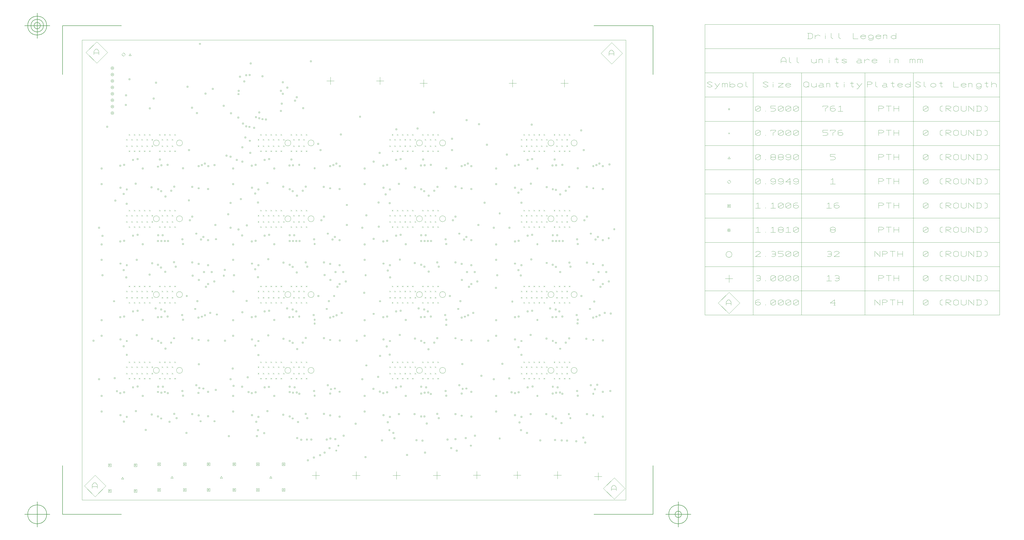
<source format=gbr>
G04 Generated by Ultiboard 13.0 *
%FSLAX34Y34*%
%MOMM*%

%ADD10C,0.0001*%
%ADD11C,0.1000*%
%ADD12C,0.0100*%
%ADD13C,0.1270*%


G04 ColorRGB 000000 for the following layer *
%LNDrill Symbols-Copper Top-Copper Bottom*%
%LPD*%
G54D11*
X1275000Y890000D02*
X1305000Y890000D01*
X1290000Y875000D02*
X1290000Y905000D01*
X906688Y900000D02*
X936688Y900000D01*
X921688Y885000D02*
X921688Y915000D01*
X1627013Y890000D02*
X1657013Y890000D01*
X1642013Y875000D02*
X1642013Y905000D01*
X1831938Y890000D02*
X1861938Y890000D01*
X1846938Y875000D02*
X1846938Y905000D01*
X221945Y653945D02*
G75*
D01*
G02X221945Y653945I11750J0*
G01*
X313445Y653945D02*
G75*
D01*
G02X313445Y653945I11750J0*
G01*
X221945Y53945D02*
G75*
D01*
G02X221945Y53945I11750J0*
G01*
X313445Y53945D02*
G75*
D01*
G02X313445Y53945I11750J0*
G01*
X221945Y353945D02*
G75*
D01*
G02X221945Y353945I11750J0*
G01*
X313445Y353945D02*
G75*
D01*
G02X313445Y353945I11750J0*
G01*
X221945Y-246055D02*
G75*
D01*
G02X221945Y-246055I11750J0*
G01*
X313445Y-246055D02*
G75*
D01*
G02X313445Y-246055I11750J0*
G01*
X741945Y653945D02*
G75*
D01*
G02X741945Y653945I11750J0*
G01*
X833445Y653945D02*
G75*
D01*
G02X833445Y653945I11750J0*
G01*
X741945Y353945D02*
G75*
D01*
G02X741945Y353945I11750J0*
G01*
X833445Y353945D02*
G75*
D01*
G02X833445Y353945I11750J0*
G01*
X741945Y53945D02*
G75*
D01*
G02X741945Y53945I11750J0*
G01*
X833445Y53945D02*
G75*
D01*
G02X833445Y53945I11750J0*
G01*
X741945Y-246055D02*
G75*
D01*
G02X741945Y-246055I11750J0*
G01*
X833445Y-246055D02*
G75*
D01*
G02X833445Y-246055I11750J0*
G01*
X1261945Y353945D02*
G75*
D01*
G02X1261945Y353945I11750J0*
G01*
X1353445Y353945D02*
G75*
D01*
G02X1353445Y353945I11750J0*
G01*
X1261945Y53945D02*
G75*
D01*
G02X1261945Y53945I11750J0*
G01*
X1353445Y53945D02*
G75*
D01*
G02X1353445Y53945I11750J0*
G01*
X1261945Y-246055D02*
G75*
D01*
G02X1261945Y-246055I11750J0*
G01*
X1353445Y-246055D02*
G75*
D01*
G02X1353445Y-246055I11750J0*
G01*
X1261945Y653945D02*
G75*
D01*
G02X1261945Y653945I11750J0*
G01*
X1353445Y653945D02*
G75*
D01*
G02X1353445Y653945I11750J0*
G01*
X1781945Y353945D02*
G75*
D01*
G02X1781945Y353945I11750J0*
G01*
X1873445Y353945D02*
G75*
D01*
G02X1873445Y353945I11750J0*
G01*
X1781945Y53945D02*
G75*
D01*
G02X1781945Y53945I11750J0*
G01*
X1873445Y53945D02*
G75*
D01*
G02X1873445Y53945I11750J0*
G01*
X1781945Y-246055D02*
G75*
D01*
G02X1781945Y-246055I11750J0*
G01*
X1873445Y-246055D02*
G75*
D01*
G02X1873445Y-246055I11750J0*
G01*
X1781945Y653945D02*
G75*
D01*
G02X1781945Y653945I11750J0*
G01*
X1873445Y653945D02*
G75*
D01*
G02X1873445Y653945I11750J0*
G01*
X1102838Y900000D02*
X1132838Y900000D01*
X1117838Y885000D02*
X1117838Y915000D01*
X57704Y948313D02*
X57704Y950844D01*
X59016Y952531D01*
X60328Y952531D01*
X61640Y950844D01*
X61640Y948313D01*
X57704Y949578D02*
X61640Y949578D01*
X54095Y950000D02*
G75*
D01*
G02X54095Y950000I5905J0*
G01*
X57704Y922913D02*
X57704Y925444D01*
X59016Y927131D01*
X60328Y927131D01*
X61640Y925444D01*
X61640Y922913D01*
X57704Y924178D02*
X61640Y924178D01*
X54095Y924600D02*
G75*
D01*
G02X54095Y924600I5905J0*
G01*
X57704Y897513D02*
X57704Y900044D01*
X59016Y901731D01*
X60328Y901731D01*
X61640Y900044D01*
X61640Y897513D01*
X57704Y898778D02*
X61640Y898778D01*
X54095Y899200D02*
G75*
D01*
G02X54095Y899200I5905J0*
G01*
X57704Y872113D02*
X57704Y874644D01*
X59016Y876331D01*
X60328Y876331D01*
X61640Y874644D01*
X61640Y872113D01*
X57704Y873378D02*
X61640Y873378D01*
X54095Y873800D02*
G75*
D01*
G02X54095Y873800I5905J0*
G01*
X57704Y846713D02*
X57704Y849244D01*
X59016Y850931D01*
X60328Y850931D01*
X61640Y849244D01*
X61640Y846713D01*
X57704Y847978D02*
X61640Y847978D01*
X54095Y848400D02*
G75*
D01*
G02X54095Y848400I5905J0*
G01*
X57704Y821313D02*
X57704Y823844D01*
X59016Y825531D01*
X60328Y825531D01*
X61640Y823844D01*
X61640Y821313D01*
X57704Y822578D02*
X61640Y822578D01*
X54095Y823000D02*
G75*
D01*
G02X54095Y823000I5905J0*
G01*
X57704Y795913D02*
X57704Y798444D01*
X59016Y800131D01*
X60328Y800131D01*
X61640Y798444D01*
X61640Y795913D01*
X57704Y797178D02*
X61640Y797178D01*
X54095Y797600D02*
G75*
D01*
G02X54095Y797600I5905J0*
G01*
X57704Y770513D02*
X57704Y773044D01*
X59016Y774731D01*
X60328Y774731D01*
X61640Y773044D01*
X61640Y770513D01*
X57704Y771778D02*
X61640Y771778D01*
X54095Y772200D02*
G75*
D01*
G02X54095Y772200I5905J0*
G01*
X242325Y-619062D02*
X242325Y-616704D01*
X243548Y-615131D01*
X244771Y-615131D01*
X245994Y-616704D01*
X245994Y-619062D01*
X242325Y-617883D02*
X245994Y-617883D01*
X238962Y-622993D02*
X249968Y-622993D01*
X249968Y-611987D01*
X238962Y-611987D01*
X238962Y-622993D01*
X242325Y-720662D02*
X242325Y-718304D01*
X243548Y-716731D01*
X244771Y-716731D01*
X245994Y-718304D01*
X245994Y-720662D01*
X242325Y-719483D02*
X245994Y-719483D01*
X238962Y-724593D02*
X249968Y-724593D01*
X249968Y-713587D01*
X238962Y-713587D01*
X238962Y-724593D01*
X343925Y-619062D02*
X343925Y-616704D01*
X345148Y-615131D01*
X346371Y-615131D01*
X347594Y-616704D01*
X347594Y-619062D01*
X343925Y-617883D02*
X347594Y-617883D01*
X340562Y-622993D02*
X351568Y-622993D01*
X351568Y-611987D01*
X340562Y-611987D01*
X340562Y-622993D01*
X343925Y-720662D02*
X343925Y-718304D01*
X345148Y-716731D01*
X346371Y-716731D01*
X347594Y-718304D01*
X347594Y-720662D01*
X343925Y-719483D02*
X347594Y-719483D01*
X340562Y-724593D02*
X351568Y-724593D01*
X351568Y-713587D01*
X340562Y-713587D01*
X340562Y-724593D01*
X437550Y-619062D02*
X437550Y-616704D01*
X438773Y-615131D01*
X439996Y-615131D01*
X441219Y-616704D01*
X441219Y-619062D01*
X437550Y-617883D02*
X441219Y-617883D01*
X434188Y-622993D02*
X445193Y-622993D01*
X445193Y-611987D01*
X434188Y-611987D01*
X434188Y-622993D01*
X437550Y-720662D02*
X437550Y-718304D01*
X438773Y-716731D01*
X439996Y-716731D01*
X441219Y-718304D01*
X441219Y-720662D01*
X437550Y-719483D02*
X441219Y-719483D01*
X434188Y-724593D02*
X445193Y-724593D01*
X445193Y-713587D01*
X434188Y-713587D01*
X434188Y-724593D01*
X539150Y-619062D02*
X539150Y-616704D01*
X540373Y-615131D01*
X541596Y-615131D01*
X542819Y-616704D01*
X542819Y-619062D01*
X539150Y-617883D02*
X542819Y-617883D01*
X535788Y-622993D02*
X546793Y-622993D01*
X546793Y-611987D01*
X535788Y-611987D01*
X535788Y-622993D01*
X539150Y-720662D02*
X539150Y-718304D01*
X540373Y-716731D01*
X541596Y-716731D01*
X542819Y-718304D01*
X542819Y-720662D01*
X539150Y-719483D02*
X542819Y-719483D01*
X535788Y-724593D02*
X546793Y-724593D01*
X546793Y-713587D01*
X535788Y-713587D01*
X535788Y-724593D01*
X632776Y-619062D02*
X632776Y-616704D01*
X633999Y-615131D01*
X635221Y-615131D01*
X636444Y-616704D01*
X636444Y-619062D01*
X632776Y-617883D02*
X636444Y-617883D01*
X629413Y-622993D02*
X640419Y-622993D01*
X640419Y-611987D01*
X629413Y-611987D01*
X629413Y-622993D01*
X632776Y-720662D02*
X632776Y-718304D01*
X633999Y-716731D01*
X635221Y-716731D01*
X636444Y-718304D01*
X636444Y-720662D01*
X632776Y-719483D02*
X636444Y-719483D01*
X629413Y-724593D02*
X640419Y-724593D01*
X640419Y-713587D01*
X629413Y-713587D01*
X629413Y-724593D01*
X734376Y-619062D02*
X734376Y-616704D01*
X735599Y-615131D01*
X736821Y-615131D01*
X738044Y-616704D01*
X738044Y-619062D01*
X734376Y-617883D02*
X738044Y-617883D01*
X731013Y-622993D02*
X742019Y-622993D01*
X742019Y-611987D01*
X731013Y-611987D01*
X731013Y-622993D01*
X734376Y-720662D02*
X734376Y-718304D01*
X735599Y-716731D01*
X736821Y-716731D01*
X738044Y-718304D01*
X738044Y-720662D01*
X734376Y-719483D02*
X738044Y-719483D01*
X731013Y-724593D02*
X742019Y-724593D01*
X742019Y-713587D01*
X731013Y-713587D01*
X731013Y-724593D01*
X47100Y-622732D02*
X47100Y-620374D01*
X48323Y-618802D01*
X49546Y-618802D01*
X50769Y-620374D01*
X50769Y-622732D01*
X47100Y-621553D02*
X50769Y-621553D01*
X43737Y-626663D02*
X54743Y-626663D01*
X54743Y-615657D01*
X43737Y-615657D01*
X43737Y-626663D01*
X47100Y-724332D02*
X47100Y-721974D01*
X48323Y-720402D01*
X49546Y-720402D01*
X50769Y-721974D01*
X50769Y-724332D01*
X47100Y-723153D02*
X50769Y-723153D01*
X43737Y-728263D02*
X54743Y-728263D01*
X54743Y-717257D01*
X43737Y-717257D01*
X43737Y-728263D01*
X148700Y-622732D02*
X148700Y-620374D01*
X149923Y-618802D01*
X151146Y-618802D01*
X152369Y-620374D01*
X152369Y-622732D01*
X148700Y-621553D02*
X152369Y-621553D01*
X145337Y-626663D02*
X156343Y-626663D01*
X156343Y-615657D01*
X145337Y-615657D01*
X145337Y-626663D01*
X148700Y-724332D02*
X148700Y-721974D01*
X149923Y-720402D01*
X151146Y-720402D01*
X152369Y-721974D01*
X152369Y-724332D01*
X148700Y-723153D02*
X152369Y-723153D01*
X145337Y-728263D02*
X156343Y-728263D01*
X156343Y-717257D01*
X145337Y-717257D01*
X145337Y-728263D01*
X849276Y-661790D02*
X879276Y-661790D01*
X864276Y-676790D02*
X864276Y-646790D01*
X1008671Y-661790D02*
X1038671Y-661790D01*
X1023671Y-676790D02*
X1023671Y-646790D01*
X1168066Y-661790D02*
X1198066Y-661790D01*
X1183066Y-676790D02*
X1183066Y-646790D01*
X1327460Y-661790D02*
X1357460Y-661790D01*
X1342460Y-676790D02*
X1342460Y-646790D01*
X1485605Y-660540D02*
X1515605Y-660540D01*
X1500605Y-675540D02*
X1500605Y-645540D01*
X1645000Y-660540D02*
X1675000Y-660540D01*
X1660000Y-675540D02*
X1660000Y-645540D01*
X1804395Y-660540D02*
X1834395Y-660540D01*
X1819395Y-675540D02*
X1819395Y-645540D01*
X1965040Y-665460D02*
X1995040Y-665460D01*
X1980040Y-680460D02*
X1980040Y-650460D01*
X2022333Y1000429D02*
X2022333Y1013286D01*
X2029000Y1021857D01*
X2035667Y1021857D01*
X2042333Y1013286D01*
X2042333Y1000429D01*
X2022333Y1006857D02*
X2042333Y1006857D01*
X2034000Y966574D02*
X2076426Y1009000D01*
X2034000Y1051426D01*
X1991574Y1009000D01*
X2034000Y966574D01*
X-13667Y1003929D02*
X-13667Y1016786D01*
X-7000Y1025357D01*
X-333Y1025357D01*
X6333Y1016786D01*
X6333Y1003929D01*
X-13667Y1010357D02*
X6333Y1010357D01*
X-2000Y970074D02*
X40426Y1012500D01*
X-2000Y1054926D01*
X-44426Y1012500D01*
X-2000Y970074D01*
X-20167Y-712071D02*
X-20167Y-699214D01*
X-13500Y-690643D01*
X-6833Y-690643D01*
X-167Y-699214D01*
X-167Y-712071D01*
X-20167Y-705643D02*
X-167Y-705643D01*
X-8500Y-745926D02*
X33926Y-703500D01*
X-8500Y-661074D01*
X-50926Y-703500D01*
X-8500Y-745926D01*
X2031833Y-722071D02*
X2031833Y-709214D01*
X2038500Y-700643D01*
X2045167Y-700643D01*
X2051833Y-709214D01*
X2051833Y-722071D01*
X2031833Y-715643D02*
X2051833Y-715643D01*
X2043500Y-755926D02*
X2085926Y-713500D01*
X2043500Y-671074D01*
X2001074Y-713500D01*
X2043500Y-755926D01*
X2497315Y-21419D02*
X2539741Y21008D01*
X2497315Y63434D01*
X2454889Y21008D01*
X2497315Y-21419D01*
X2485648Y12436D02*
X2485648Y25294D01*
X2492315Y33865D01*
X2498982Y33865D01*
X2505648Y25294D01*
X2505648Y12436D01*
X2485648Y18865D02*
X2505648Y18865D01*
X2618315Y33865D02*
X2608315Y33865D01*
X2601648Y29579D01*
X2601648Y21008D01*
X2601648Y16722D01*
X2608315Y12436D01*
X2614982Y12436D01*
X2621648Y16722D01*
X2621648Y21008D01*
X2614982Y25294D01*
X2608315Y25294D01*
X2601648Y21008D01*
X2641648Y12436D02*
X2641648Y14579D01*
X2661648Y29579D02*
X2668315Y33865D01*
X2674982Y33865D01*
X2681648Y29579D01*
X2681648Y16722D01*
X2674982Y12436D01*
X2668315Y12436D01*
X2661648Y16722D01*
X2661648Y29579D01*
X2681648Y29579D02*
X2661648Y16722D01*
X2691648Y29579D02*
X2698315Y33865D01*
X2704982Y33865D01*
X2711648Y29579D01*
X2711648Y16722D01*
X2704982Y12436D01*
X2698315Y12436D01*
X2691648Y16722D01*
X2691648Y29579D01*
X2711648Y29579D02*
X2691648Y16722D01*
X2721648Y29579D02*
X2728315Y33865D01*
X2734982Y33865D01*
X2741648Y29579D01*
X2741648Y16722D01*
X2734982Y12436D01*
X2728315Y12436D01*
X2721648Y16722D01*
X2721648Y29579D01*
X2741648Y29579D02*
X2721648Y16722D01*
X2751648Y29579D02*
X2758315Y33865D01*
X2764982Y33865D01*
X2771648Y29579D01*
X2771648Y16722D01*
X2764982Y12436D01*
X2758315Y12436D01*
X2751648Y16722D01*
X2751648Y29579D01*
X2771648Y29579D02*
X2751648Y16722D01*
X2917648Y21008D02*
X2897648Y21008D01*
X2914315Y33865D01*
X2914315Y12436D01*
X2910982Y12436D02*
X2917648Y12436D01*
X3073648Y12436D02*
X3073648Y33865D01*
X3093648Y12436D01*
X3093648Y33865D01*
X3103648Y12436D02*
X3103648Y33865D01*
X3116982Y33865D01*
X3123648Y29579D01*
X3123648Y27436D01*
X3116982Y23151D01*
X3103648Y23151D01*
X3143648Y12436D02*
X3143648Y33865D01*
X3133648Y33865D02*
X3153648Y33865D01*
X3163648Y12436D02*
X3163648Y33865D01*
X3183648Y12436D02*
X3183648Y33865D01*
X3163648Y23151D02*
X3183648Y23151D01*
X3264648Y29579D02*
X3271315Y33865D01*
X3277982Y33865D01*
X3284648Y29579D01*
X3284648Y16722D01*
X3277982Y12436D01*
X3271315Y12436D01*
X3264648Y16722D01*
X3264648Y29579D01*
X3284648Y29579D02*
X3264648Y16722D01*
X3341315Y12436D02*
X3337982Y12436D01*
X3331315Y16722D01*
X3331315Y29579D01*
X3337982Y33865D01*
X3341315Y33865D01*
X3354648Y12436D02*
X3354648Y33865D01*
X3367982Y33865D01*
X3374648Y29579D01*
X3374648Y27436D01*
X3367982Y23151D01*
X3354648Y23151D01*
X3357982Y23151D02*
X3374648Y12436D01*
X3384648Y16722D02*
X3391315Y12436D01*
X3397982Y12436D01*
X3404648Y16722D01*
X3404648Y29579D01*
X3397982Y33865D01*
X3391315Y33865D01*
X3384648Y29579D01*
X3384648Y16722D01*
X3414648Y33865D02*
X3414648Y16722D01*
X3421315Y12436D01*
X3427982Y12436D01*
X3434648Y16722D01*
X3434648Y33865D01*
X3444648Y12436D02*
X3444648Y33865D01*
X3464648Y12436D01*
X3464648Y33865D01*
X3474648Y12436D02*
X3487982Y12436D01*
X3494648Y16722D01*
X3494648Y29579D01*
X3487982Y33865D01*
X3474648Y33865D01*
X3477982Y33865D02*
X3477982Y12436D01*
X3507982Y33865D02*
X3511315Y33865D01*
X3517982Y29579D01*
X3517982Y16722D01*
X3511315Y12436D01*
X3507982Y12436D01*
X2482315Y116861D02*
X2512315Y116861D01*
X2497315Y101861D02*
X2497315Y131861D01*
X2604982Y127575D02*
X2608315Y129718D01*
X2614982Y129718D01*
X2621648Y125432D01*
X2621648Y121146D01*
X2618315Y119003D01*
X2621648Y116861D01*
X2621648Y112575D01*
X2614982Y108289D01*
X2608315Y108289D01*
X2604982Y110432D01*
X2608315Y119003D02*
X2618315Y119003D01*
X2641648Y108289D02*
X2641648Y110432D01*
X2661648Y125432D02*
X2668315Y129718D01*
X2674982Y129718D01*
X2681648Y125432D01*
X2681648Y112575D01*
X2674982Y108289D01*
X2668315Y108289D01*
X2661648Y112575D01*
X2661648Y125432D01*
X2681648Y125432D02*
X2661648Y112575D01*
X2691648Y125432D02*
X2698315Y129718D01*
X2704982Y129718D01*
X2711648Y125432D01*
X2711648Y112575D01*
X2704982Y108289D01*
X2698315Y108289D01*
X2691648Y112575D01*
X2691648Y125432D01*
X2711648Y125432D02*
X2691648Y112575D01*
X2721648Y125432D02*
X2728315Y129718D01*
X2734982Y129718D01*
X2741648Y125432D01*
X2741648Y112575D01*
X2734982Y108289D01*
X2728315Y108289D01*
X2721648Y112575D01*
X2721648Y125432D01*
X2741648Y125432D02*
X2721648Y112575D01*
X2751648Y125432D02*
X2758315Y129718D01*
X2764982Y129718D01*
X2771648Y125432D01*
X2771648Y112575D01*
X2764982Y108289D01*
X2758315Y108289D01*
X2751648Y112575D01*
X2751648Y125432D01*
X2771648Y125432D02*
X2751648Y112575D01*
X2885982Y125432D02*
X2892648Y129718D01*
X2892648Y108289D01*
X2882648Y108289D02*
X2902648Y108289D01*
X2915982Y127575D02*
X2919315Y129718D01*
X2925982Y129718D01*
X2932648Y125432D01*
X2932648Y121146D01*
X2929315Y119003D01*
X2932648Y116861D01*
X2932648Y112575D01*
X2925982Y108289D01*
X2919315Y108289D01*
X2915982Y110432D01*
X2919315Y119003D02*
X2929315Y119003D01*
X3088648Y108289D02*
X3088648Y129718D01*
X3101982Y129718D01*
X3108648Y125432D01*
X3108648Y123289D01*
X3101982Y119003D01*
X3088648Y119003D01*
X3128648Y108289D02*
X3128648Y129718D01*
X3118648Y129718D02*
X3138648Y129718D01*
X3148648Y108289D02*
X3148648Y129718D01*
X3168648Y108289D02*
X3168648Y129718D01*
X3148648Y119003D02*
X3168648Y119003D01*
X3264648Y125432D02*
X3271315Y129718D01*
X3277982Y129718D01*
X3284648Y125432D01*
X3284648Y112575D01*
X3277982Y108289D01*
X3271315Y108289D01*
X3264648Y112575D01*
X3264648Y125432D01*
X3284648Y125432D02*
X3264648Y112575D01*
X3341315Y108289D02*
X3337982Y108289D01*
X3331315Y112575D01*
X3331315Y125432D01*
X3337982Y129718D01*
X3341315Y129718D01*
X3354648Y108289D02*
X3354648Y129718D01*
X3367982Y129718D01*
X3374648Y125432D01*
X3374648Y123289D01*
X3367982Y119003D01*
X3354648Y119003D01*
X3357982Y119003D02*
X3374648Y108289D01*
X3384648Y112575D02*
X3391315Y108289D01*
X3397982Y108289D01*
X3404648Y112575D01*
X3404648Y125432D01*
X3397982Y129718D01*
X3391315Y129718D01*
X3384648Y125432D01*
X3384648Y112575D01*
X3414648Y129718D02*
X3414648Y112575D01*
X3421315Y108289D01*
X3427982Y108289D01*
X3434648Y112575D01*
X3434648Y129718D01*
X3444648Y108289D02*
X3444648Y129718D01*
X3464648Y108289D01*
X3464648Y129718D01*
X3474648Y108289D02*
X3487982Y108289D01*
X3494648Y112575D01*
X3494648Y125432D01*
X3487982Y129718D01*
X3474648Y129718D01*
X3477982Y129718D02*
X3477982Y108289D01*
X3507982Y129718D02*
X3511315Y129718D01*
X3517982Y125432D01*
X3517982Y112575D01*
X3511315Y108289D01*
X3507982Y108289D01*
X2601648Y221285D02*
X2608315Y225571D01*
X2614982Y225571D01*
X2621648Y221285D01*
X2621648Y219142D01*
X2601648Y204142D01*
X2621648Y204142D01*
X2621648Y206285D01*
X2641648Y204142D02*
X2641648Y206285D01*
X2664982Y223428D02*
X2668315Y225571D01*
X2674982Y225571D01*
X2681648Y221285D01*
X2681648Y216999D01*
X2678315Y214856D01*
X2681648Y212713D01*
X2681648Y208428D01*
X2674982Y204142D01*
X2668315Y204142D01*
X2664982Y206285D01*
X2668315Y214856D02*
X2678315Y214856D01*
X2711648Y225571D02*
X2691648Y225571D01*
X2691648Y216999D01*
X2704982Y216999D01*
X2711648Y212713D01*
X2711648Y208428D01*
X2704982Y204142D01*
X2691648Y204142D01*
X2721648Y221285D02*
X2728315Y225571D01*
X2734982Y225571D01*
X2741648Y221285D01*
X2741648Y208428D01*
X2734982Y204142D01*
X2728315Y204142D01*
X2721648Y208428D01*
X2721648Y221285D01*
X2741648Y221285D02*
X2721648Y208428D01*
X2751648Y221285D02*
X2758315Y225571D01*
X2764982Y225571D01*
X2771648Y221285D01*
X2771648Y208428D01*
X2764982Y204142D01*
X2758315Y204142D01*
X2751648Y208428D01*
X2751648Y221285D01*
X2771648Y221285D02*
X2751648Y208428D01*
X2885982Y223428D02*
X2889315Y225571D01*
X2895982Y225571D01*
X2902648Y221285D01*
X2902648Y216999D01*
X2899315Y214856D01*
X2902648Y212713D01*
X2902648Y208428D01*
X2895982Y204142D01*
X2889315Y204142D01*
X2885982Y206285D01*
X2889315Y214856D02*
X2899315Y214856D01*
X2912648Y221285D02*
X2919315Y225571D01*
X2925982Y225571D01*
X2932648Y221285D01*
X2932648Y219142D01*
X2912648Y204142D01*
X2932648Y204142D01*
X2932648Y206285D01*
X3073648Y204142D02*
X3073648Y225571D01*
X3093648Y204142D01*
X3093648Y225571D01*
X3103648Y204142D02*
X3103648Y225571D01*
X3116982Y225571D01*
X3123648Y221285D01*
X3123648Y219142D01*
X3116982Y214856D01*
X3103648Y214856D01*
X3143648Y204142D02*
X3143648Y225571D01*
X3133648Y225571D02*
X3153648Y225571D01*
X3163648Y204142D02*
X3163648Y225571D01*
X3183648Y204142D02*
X3183648Y225571D01*
X3163648Y214856D02*
X3183648Y214856D01*
X3264648Y221285D02*
X3271315Y225571D01*
X3277982Y225571D01*
X3284648Y221285D01*
X3284648Y208428D01*
X3277982Y204142D01*
X3271315Y204142D01*
X3264648Y208428D01*
X3264648Y221285D01*
X3284648Y221285D02*
X3264648Y208428D01*
X3341315Y204142D02*
X3337982Y204142D01*
X3331315Y208428D01*
X3331315Y221285D01*
X3337982Y225571D01*
X3341315Y225571D01*
X3354648Y204142D02*
X3354648Y225571D01*
X3367982Y225571D01*
X3374648Y221285D01*
X3374648Y219142D01*
X3367982Y214856D01*
X3354648Y214856D01*
X3357982Y214856D02*
X3374648Y204142D01*
X3384648Y208428D02*
X3391315Y204142D01*
X3397982Y204142D01*
X3404648Y208428D01*
X3404648Y221285D01*
X3397982Y225571D01*
X3391315Y225571D01*
X3384648Y221285D01*
X3384648Y208428D01*
X3414648Y225571D02*
X3414648Y208428D01*
X3421315Y204142D01*
X3427982Y204142D01*
X3434648Y208428D01*
X3434648Y225571D01*
X3444648Y204142D02*
X3444648Y225571D01*
X3464648Y204142D01*
X3464648Y225571D01*
X3474648Y204142D02*
X3487982Y204142D01*
X3494648Y208428D01*
X3494648Y221285D01*
X3487982Y225571D01*
X3474648Y225571D01*
X3477982Y225571D02*
X3477982Y204142D01*
X3507982Y225571D02*
X3511315Y225571D01*
X3517982Y221285D01*
X3517982Y208428D01*
X3511315Y204142D01*
X3507982Y204142D01*
X2485565Y212713D02*
G75*
D01*
G02X2485565Y212713I11750J0*
G01*
X2604982Y317138D02*
X2611648Y321423D01*
X2611648Y299995D01*
X2601648Y299995D02*
X2621648Y299995D01*
X2641648Y299995D02*
X2641648Y302138D01*
X2664982Y317138D02*
X2671648Y321423D01*
X2671648Y299995D01*
X2661648Y299995D02*
X2681648Y299995D01*
X2704982Y299995D02*
X2698315Y299995D01*
X2691648Y304280D01*
X2691648Y308566D01*
X2694982Y310709D01*
X2691648Y312852D01*
X2691648Y317138D01*
X2698315Y321423D01*
X2704982Y321423D01*
X2711648Y317138D01*
X2711648Y312852D01*
X2708315Y310709D01*
X2711648Y308566D01*
X2711648Y304280D01*
X2704982Y299995D01*
X2694982Y310709D02*
X2708315Y310709D01*
X2724982Y317138D02*
X2731648Y321423D01*
X2731648Y299995D01*
X2721648Y299995D02*
X2741648Y299995D01*
X2751648Y317138D02*
X2758315Y321423D01*
X2764982Y321423D01*
X2771648Y317138D01*
X2771648Y304280D01*
X2764982Y299995D01*
X2758315Y299995D01*
X2751648Y304280D01*
X2751648Y317138D01*
X2771648Y317138D02*
X2751648Y304280D01*
X2910982Y299995D02*
X2904315Y299995D01*
X2897648Y304280D01*
X2897648Y308566D01*
X2900982Y310709D01*
X2897648Y312852D01*
X2897648Y317138D01*
X2904315Y321423D01*
X2910982Y321423D01*
X2917648Y317138D01*
X2917648Y312852D01*
X2914315Y310709D01*
X2917648Y308566D01*
X2917648Y304280D01*
X2910982Y299995D01*
X2900982Y310709D02*
X2914315Y310709D01*
X3088648Y299995D02*
X3088648Y321423D01*
X3101982Y321423D01*
X3108648Y317138D01*
X3108648Y314995D01*
X3101982Y310709D01*
X3088648Y310709D01*
X3128648Y299995D02*
X3128648Y321423D01*
X3118648Y321423D02*
X3138648Y321423D01*
X3148648Y299995D02*
X3148648Y321423D01*
X3168648Y299995D02*
X3168648Y321423D01*
X3148648Y310709D02*
X3168648Y310709D01*
X3264648Y317138D02*
X3271315Y321423D01*
X3277982Y321423D01*
X3284648Y317138D01*
X3284648Y304280D01*
X3277982Y299995D01*
X3271315Y299995D01*
X3264648Y304280D01*
X3264648Y317138D01*
X3284648Y317138D02*
X3264648Y304280D01*
X3341315Y299995D02*
X3337982Y299995D01*
X3331315Y304280D01*
X3331315Y317138D01*
X3337982Y321423D01*
X3341315Y321423D01*
X3354648Y299995D02*
X3354648Y321423D01*
X3367982Y321423D01*
X3374648Y317138D01*
X3374648Y314995D01*
X3367982Y310709D01*
X3354648Y310709D01*
X3357982Y310709D02*
X3374648Y299995D01*
X3384648Y304280D02*
X3391315Y299995D01*
X3397982Y299995D01*
X3404648Y304280D01*
X3404648Y317138D01*
X3397982Y321423D01*
X3391315Y321423D01*
X3384648Y317138D01*
X3384648Y304280D01*
X3414648Y321423D02*
X3414648Y304280D01*
X3421315Y299995D01*
X3427982Y299995D01*
X3434648Y304280D01*
X3434648Y321423D01*
X3444648Y299995D02*
X3444648Y321423D01*
X3464648Y299995D01*
X3464648Y321423D01*
X3474648Y299995D02*
X3487982Y299995D01*
X3494648Y304280D01*
X3494648Y317138D01*
X3487982Y321423D01*
X3474648Y321423D01*
X3477982Y321423D02*
X3477982Y299995D01*
X3507982Y321423D02*
X3511315Y321423D01*
X3517982Y317138D01*
X3517982Y304280D01*
X3511315Y299995D01*
X3507982Y299995D01*
X2491410Y308566D02*
G75*
D01*
G02X2491410Y308566I5905J0*
G01*
X2495019Y306879D02*
X2495019Y309410D01*
X2496331Y311097D01*
X2497643Y311097D01*
X2498955Y309410D01*
X2498955Y306879D01*
X2495019Y308144D02*
X2498955Y308144D01*
X2491812Y398916D02*
X2502818Y398916D01*
X2502818Y409922D01*
X2491812Y409922D01*
X2491812Y398916D01*
X2495175Y402847D02*
X2495175Y405205D01*
X2496398Y406777D01*
X2497621Y406777D01*
X2498844Y405205D01*
X2498844Y402847D01*
X2495175Y404026D02*
X2498844Y404026D01*
X2604982Y412990D02*
X2611648Y417276D01*
X2611648Y395848D01*
X2601648Y395848D02*
X2621648Y395848D01*
X2641648Y395848D02*
X2641648Y397990D01*
X2664982Y412990D02*
X2671648Y417276D01*
X2671648Y395848D01*
X2661648Y395848D02*
X2681648Y395848D01*
X2691648Y412990D02*
X2698315Y417276D01*
X2704982Y417276D01*
X2711648Y412990D01*
X2711648Y400133D01*
X2704982Y395848D01*
X2698315Y395848D01*
X2691648Y400133D01*
X2691648Y412990D01*
X2711648Y412990D02*
X2691648Y400133D01*
X2721648Y412990D02*
X2728315Y417276D01*
X2734982Y417276D01*
X2741648Y412990D01*
X2741648Y400133D01*
X2734982Y395848D01*
X2728315Y395848D01*
X2721648Y400133D01*
X2721648Y412990D01*
X2741648Y412990D02*
X2721648Y400133D01*
X2768315Y417276D02*
X2758315Y417276D01*
X2751648Y412990D01*
X2751648Y404419D01*
X2751648Y400133D01*
X2758315Y395848D01*
X2764982Y395848D01*
X2771648Y400133D01*
X2771648Y404419D01*
X2764982Y408705D01*
X2758315Y408705D01*
X2751648Y404419D01*
X2885982Y412990D02*
X2892648Y417276D01*
X2892648Y395848D01*
X2882648Y395848D02*
X2902648Y395848D01*
X2929315Y417276D02*
X2919315Y417276D01*
X2912648Y412990D01*
X2912648Y404419D01*
X2912648Y400133D01*
X2919315Y395848D01*
X2925982Y395848D01*
X2932648Y400133D01*
X2932648Y404419D01*
X2925982Y408705D01*
X2919315Y408705D01*
X2912648Y404419D01*
X3088648Y395848D02*
X3088648Y417276D01*
X3101982Y417276D01*
X3108648Y412990D01*
X3108648Y410848D01*
X3101982Y406562D01*
X3088648Y406562D01*
X3128648Y395848D02*
X3128648Y417276D01*
X3118648Y417276D02*
X3138648Y417276D01*
X3148648Y395848D02*
X3148648Y417276D01*
X3168648Y395848D02*
X3168648Y417276D01*
X3148648Y406562D02*
X3168648Y406562D01*
X3264648Y412990D02*
X3271315Y417276D01*
X3277982Y417276D01*
X3284648Y412990D01*
X3284648Y400133D01*
X3277982Y395848D01*
X3271315Y395848D01*
X3264648Y400133D01*
X3264648Y412990D01*
X3284648Y412990D02*
X3264648Y400133D01*
X3341315Y395848D02*
X3337982Y395848D01*
X3331315Y400133D01*
X3331315Y412990D01*
X3337982Y417276D01*
X3341315Y417276D01*
X3354648Y395848D02*
X3354648Y417276D01*
X3367982Y417276D01*
X3374648Y412990D01*
X3374648Y410848D01*
X3367982Y406562D01*
X3354648Y406562D01*
X3357982Y406562D02*
X3374648Y395848D01*
X3384648Y400133D02*
X3391315Y395848D01*
X3397982Y395848D01*
X3404648Y400133D01*
X3404648Y412990D01*
X3397982Y417276D01*
X3391315Y417276D01*
X3384648Y412990D01*
X3384648Y400133D01*
X3414648Y417276D02*
X3414648Y400133D01*
X3421315Y395848D01*
X3427982Y395848D01*
X3434648Y400133D01*
X3434648Y417276D01*
X3444648Y395848D02*
X3444648Y417276D01*
X3464648Y395848D01*
X3464648Y417276D01*
X3474648Y395848D02*
X3487982Y395848D01*
X3494648Y400133D01*
X3494648Y412990D01*
X3487982Y417276D01*
X3474648Y417276D01*
X3477982Y417276D02*
X3477982Y395848D01*
X3507982Y417276D02*
X3511315Y417276D01*
X3517982Y412990D01*
X3517982Y400133D01*
X3511315Y395848D01*
X3507982Y395848D01*
X2601648Y508843D02*
X2608315Y513129D01*
X2614982Y513129D01*
X2621648Y508843D01*
X2621648Y495986D01*
X2614982Y491700D01*
X2608315Y491700D01*
X2601648Y495986D01*
X2601648Y508843D01*
X2621648Y508843D02*
X2601648Y495986D01*
X2641648Y491700D02*
X2641648Y493843D01*
X2661648Y495986D02*
X2668315Y491700D01*
X2674982Y491700D01*
X2681648Y495986D01*
X2681648Y504558D01*
X2681648Y508843D01*
X2674982Y513129D01*
X2668315Y513129D01*
X2661648Y508843D01*
X2661648Y504558D01*
X2668315Y500272D01*
X2674982Y500272D01*
X2681648Y504558D01*
X2691648Y495986D02*
X2698315Y491700D01*
X2704982Y491700D01*
X2711648Y495986D01*
X2711648Y504558D01*
X2711648Y508843D01*
X2704982Y513129D01*
X2698315Y513129D01*
X2691648Y508843D01*
X2691648Y504558D01*
X2698315Y500272D01*
X2704982Y500272D01*
X2711648Y504558D01*
X2741648Y500272D02*
X2721648Y500272D01*
X2738315Y513129D01*
X2738315Y491700D01*
X2734982Y491700D02*
X2741648Y491700D01*
X2751648Y495986D02*
X2758315Y491700D01*
X2764982Y491700D01*
X2771648Y495986D01*
X2771648Y504558D01*
X2771648Y508843D01*
X2764982Y513129D01*
X2758315Y513129D01*
X2751648Y508843D01*
X2751648Y504558D01*
X2758315Y500272D01*
X2764982Y500272D01*
X2771648Y504558D01*
X2900982Y508843D02*
X2907648Y513129D01*
X2907648Y491700D01*
X2897648Y491700D02*
X2917648Y491700D01*
X3088648Y491700D02*
X3088648Y513129D01*
X3101982Y513129D01*
X3108648Y508843D01*
X3108648Y506700D01*
X3101982Y502415D01*
X3088648Y502415D01*
X3128648Y491700D02*
X3128648Y513129D01*
X3118648Y513129D02*
X3138648Y513129D01*
X3148648Y491700D02*
X3148648Y513129D01*
X3168648Y491700D02*
X3168648Y513129D01*
X3148648Y502415D02*
X3168648Y502415D01*
X3264648Y508843D02*
X3271315Y513129D01*
X3277982Y513129D01*
X3284648Y508843D01*
X3284648Y495986D01*
X3277982Y491700D01*
X3271315Y491700D01*
X3264648Y495986D01*
X3264648Y508843D01*
X3284648Y508843D02*
X3264648Y495986D01*
X3341315Y491700D02*
X3337982Y491700D01*
X3331315Y495986D01*
X3331315Y508843D01*
X3337982Y513129D01*
X3341315Y513129D01*
X3354648Y491700D02*
X3354648Y513129D01*
X3367982Y513129D01*
X3374648Y508843D01*
X3374648Y506700D01*
X3367982Y502415D01*
X3354648Y502415D01*
X3357982Y502415D02*
X3374648Y491700D01*
X3384648Y495986D02*
X3391315Y491700D01*
X3397982Y491700D01*
X3404648Y495986D01*
X3404648Y508843D01*
X3397982Y513129D01*
X3391315Y513129D01*
X3384648Y508843D01*
X3384648Y495986D01*
X3414648Y513129D02*
X3414648Y495986D01*
X3421315Y491700D01*
X3427982Y491700D01*
X3434648Y495986D01*
X3434648Y513129D01*
X3444648Y491700D02*
X3444648Y513129D01*
X3464648Y491700D01*
X3464648Y513129D01*
X3474648Y491700D02*
X3487982Y491700D01*
X3494648Y495986D01*
X3494648Y508843D01*
X3487982Y513129D01*
X3474648Y513129D01*
X3477982Y513129D02*
X3477982Y491700D01*
X3507982Y513129D02*
X3511315Y513129D01*
X3517982Y508843D01*
X3517982Y495986D01*
X3511315Y491700D01*
X3507982Y491700D01*
X2601648Y604696D02*
X2608315Y608982D01*
X2614982Y608982D01*
X2621648Y604696D01*
X2621648Y591839D01*
X2614982Y587553D01*
X2608315Y587553D01*
X2601648Y591839D01*
X2601648Y604696D01*
X2621648Y604696D02*
X2601648Y591839D01*
X2641648Y587553D02*
X2641648Y589696D01*
X2674982Y587553D02*
X2668315Y587553D01*
X2661648Y591839D01*
X2661648Y596125D01*
X2664982Y598267D01*
X2661648Y600410D01*
X2661648Y604696D01*
X2668315Y608982D01*
X2674982Y608982D01*
X2681648Y604696D01*
X2681648Y600410D01*
X2678315Y598267D01*
X2681648Y596125D01*
X2681648Y591839D01*
X2674982Y587553D01*
X2664982Y598267D02*
X2678315Y598267D01*
X2704982Y587553D02*
X2698315Y587553D01*
X2691648Y591839D01*
X2691648Y596125D01*
X2694982Y598267D01*
X2691648Y600410D01*
X2691648Y604696D01*
X2698315Y608982D01*
X2704982Y608982D01*
X2711648Y604696D01*
X2711648Y600410D01*
X2708315Y598267D01*
X2711648Y596125D01*
X2711648Y591839D01*
X2704982Y587553D01*
X2694982Y598267D02*
X2708315Y598267D01*
X2721648Y591839D02*
X2728315Y587553D01*
X2734982Y587553D01*
X2741648Y591839D01*
X2741648Y600410D01*
X2741648Y604696D01*
X2734982Y608982D01*
X2728315Y608982D01*
X2721648Y604696D01*
X2721648Y600410D01*
X2728315Y596125D01*
X2734982Y596125D01*
X2741648Y600410D01*
X2751648Y604696D02*
X2758315Y608982D01*
X2764982Y608982D01*
X2771648Y604696D01*
X2771648Y591839D01*
X2764982Y587553D01*
X2758315Y587553D01*
X2751648Y591839D01*
X2751648Y604696D01*
X2771648Y604696D02*
X2751648Y591839D01*
X2917648Y608982D02*
X2897648Y608982D01*
X2897648Y600410D01*
X2910982Y600410D01*
X2917648Y596125D01*
X2917648Y591839D01*
X2910982Y587553D01*
X2897648Y587553D01*
X3088648Y587553D02*
X3088648Y608982D01*
X3101982Y608982D01*
X3108648Y604696D01*
X3108648Y602553D01*
X3101982Y598267D01*
X3088648Y598267D01*
X3128648Y587553D02*
X3128648Y608982D01*
X3118648Y608982D02*
X3138648Y608982D01*
X3148648Y587553D02*
X3148648Y608982D01*
X3168648Y587553D02*
X3168648Y608982D01*
X3148648Y598267D02*
X3168648Y598267D01*
X3264648Y604696D02*
X3271315Y608982D01*
X3277982Y608982D01*
X3284648Y604696D01*
X3284648Y591839D01*
X3277982Y587553D01*
X3271315Y587553D01*
X3264648Y591839D01*
X3264648Y604696D01*
X3284648Y604696D02*
X3264648Y591839D01*
X3341315Y587553D02*
X3337982Y587553D01*
X3331315Y591839D01*
X3331315Y604696D01*
X3337982Y608982D01*
X3341315Y608982D01*
X3354648Y587553D02*
X3354648Y608982D01*
X3367982Y608982D01*
X3374648Y604696D01*
X3374648Y602553D01*
X3367982Y598267D01*
X3354648Y598267D01*
X3357982Y598267D02*
X3374648Y587553D01*
X3384648Y591839D02*
X3391315Y587553D01*
X3397982Y587553D01*
X3404648Y591839D01*
X3404648Y604696D01*
X3397982Y608982D01*
X3391315Y608982D01*
X3384648Y604696D01*
X3384648Y591839D01*
X3414648Y608982D02*
X3414648Y591839D01*
X3421315Y587553D01*
X3427982Y587553D01*
X3434648Y591839D01*
X3434648Y608982D01*
X3444648Y587553D02*
X3444648Y608982D01*
X3464648Y587553D01*
X3464648Y608982D01*
X3474648Y587553D02*
X3487982Y587553D01*
X3494648Y591839D01*
X3494648Y604696D01*
X3487982Y608982D01*
X3474648Y608982D01*
X3477982Y608982D02*
X3477982Y587553D01*
X3507982Y608982D02*
X3511315Y608982D01*
X3517982Y604696D01*
X3517982Y591839D01*
X3511315Y587553D01*
X3507982Y587553D01*
X2601648Y700549D02*
X2608315Y704835D01*
X2614982Y704835D01*
X2621648Y700549D01*
X2621648Y687692D01*
X2614982Y683406D01*
X2608315Y683406D01*
X2601648Y687692D01*
X2601648Y700549D01*
X2621648Y700549D02*
X2601648Y687692D01*
X2641648Y683406D02*
X2641648Y685549D01*
X2671648Y683406D02*
X2671648Y694120D01*
X2681648Y700549D01*
X2681648Y704835D01*
X2661648Y704835D01*
X2661648Y700549D01*
X2691648Y700549D02*
X2698315Y704835D01*
X2704982Y704835D01*
X2711648Y700549D01*
X2711648Y687692D01*
X2704982Y683406D01*
X2698315Y683406D01*
X2691648Y687692D01*
X2691648Y700549D01*
X2711648Y700549D02*
X2691648Y687692D01*
X2721648Y700549D02*
X2728315Y704835D01*
X2734982Y704835D01*
X2741648Y700549D01*
X2741648Y687692D01*
X2734982Y683406D01*
X2728315Y683406D01*
X2721648Y687692D01*
X2721648Y700549D01*
X2741648Y700549D02*
X2721648Y687692D01*
X2751648Y700549D02*
X2758315Y704835D01*
X2764982Y704835D01*
X2771648Y700549D01*
X2771648Y687692D01*
X2764982Y683406D01*
X2758315Y683406D01*
X2751648Y687692D01*
X2751648Y700549D01*
X2771648Y700549D02*
X2751648Y687692D01*
X2887648Y704835D02*
X2867648Y704835D01*
X2867648Y696263D01*
X2880982Y696263D01*
X2887648Y691977D01*
X2887648Y687692D01*
X2880982Y683406D01*
X2867648Y683406D01*
X2907648Y683406D02*
X2907648Y694120D01*
X2917648Y700549D01*
X2917648Y704835D01*
X2897648Y704835D01*
X2897648Y700549D01*
X2944315Y704835D02*
X2934315Y704835D01*
X2927648Y700549D01*
X2927648Y691977D01*
X2927648Y687692D01*
X2934315Y683406D01*
X2940982Y683406D01*
X2947648Y687692D01*
X2947648Y691977D01*
X2940982Y696263D01*
X2934315Y696263D01*
X2927648Y691977D01*
X3088648Y683406D02*
X3088648Y704835D01*
X3101982Y704835D01*
X3108648Y700549D01*
X3108648Y698406D01*
X3101982Y694120D01*
X3088648Y694120D01*
X3128648Y683406D02*
X3128648Y704835D01*
X3118648Y704835D02*
X3138648Y704835D01*
X3148648Y683406D02*
X3148648Y704835D01*
X3168648Y683406D02*
X3168648Y704835D01*
X3148648Y694120D02*
X3168648Y694120D01*
X3264648Y700549D02*
X3271315Y704835D01*
X3277982Y704835D01*
X3284648Y700549D01*
X3284648Y687692D01*
X3277982Y683406D01*
X3271315Y683406D01*
X3264648Y687692D01*
X3264648Y700549D01*
X3284648Y700549D02*
X3264648Y687692D01*
X3341315Y683406D02*
X3337982Y683406D01*
X3331315Y687692D01*
X3331315Y700549D01*
X3337982Y704835D01*
X3341315Y704835D01*
X3354648Y683406D02*
X3354648Y704835D01*
X3367982Y704835D01*
X3374648Y700549D01*
X3374648Y698406D01*
X3367982Y694120D01*
X3354648Y694120D01*
X3357982Y694120D02*
X3374648Y683406D01*
X3384648Y687692D02*
X3391315Y683406D01*
X3397982Y683406D01*
X3404648Y687692D01*
X3404648Y700549D01*
X3397982Y704835D01*
X3391315Y704835D01*
X3384648Y700549D01*
X3384648Y687692D01*
X3414648Y704835D02*
X3414648Y687692D01*
X3421315Y683406D01*
X3427982Y683406D01*
X3434648Y687692D01*
X3434648Y704835D01*
X3444648Y683406D02*
X3444648Y704835D01*
X3464648Y683406D01*
X3464648Y704835D01*
X3474648Y683406D02*
X3487982Y683406D01*
X3494648Y687692D01*
X3494648Y700549D01*
X3487982Y704835D01*
X3474648Y704835D01*
X3477982Y704835D02*
X3477982Y683406D01*
X3507982Y704835D02*
X3511315Y704835D01*
X3517982Y700549D01*
X3517982Y687692D01*
X3511315Y683406D01*
X3507982Y683406D01*
X2601648Y796402D02*
X2608315Y800687D01*
X2614982Y800687D01*
X2621648Y796402D01*
X2621648Y783544D01*
X2614982Y779259D01*
X2608315Y779259D01*
X2601648Y783544D01*
X2601648Y796402D01*
X2621648Y796402D02*
X2601648Y783544D01*
X2641648Y779259D02*
X2641648Y781402D01*
X2681648Y800687D02*
X2661648Y800687D01*
X2661648Y792116D01*
X2674982Y792116D01*
X2681648Y787830D01*
X2681648Y783544D01*
X2674982Y779259D01*
X2661648Y779259D01*
X2691648Y796402D02*
X2698315Y800687D01*
X2704982Y800687D01*
X2711648Y796402D01*
X2711648Y783544D01*
X2704982Y779259D01*
X2698315Y779259D01*
X2691648Y783544D01*
X2691648Y796402D01*
X2711648Y796402D02*
X2691648Y783544D01*
X2721648Y796402D02*
X2728315Y800687D01*
X2734982Y800687D01*
X2741648Y796402D01*
X2741648Y783544D01*
X2734982Y779259D01*
X2728315Y779259D01*
X2721648Y783544D01*
X2721648Y796402D01*
X2741648Y796402D02*
X2721648Y783544D01*
X2751648Y796402D02*
X2758315Y800687D01*
X2764982Y800687D01*
X2771648Y796402D01*
X2771648Y783544D01*
X2764982Y779259D01*
X2758315Y779259D01*
X2751648Y783544D01*
X2751648Y796402D01*
X2771648Y796402D02*
X2751648Y783544D01*
X2877648Y779259D02*
X2877648Y789973D01*
X2887648Y796402D01*
X2887648Y800687D01*
X2867648Y800687D01*
X2867648Y796402D01*
X2914315Y800687D02*
X2904315Y800687D01*
X2897648Y796402D01*
X2897648Y787830D01*
X2897648Y783544D01*
X2904315Y779259D01*
X2910982Y779259D01*
X2917648Y783544D01*
X2917648Y787830D01*
X2910982Y792116D01*
X2904315Y792116D01*
X2897648Y787830D01*
X2930982Y796402D02*
X2937648Y800687D01*
X2937648Y779259D01*
X2927648Y779259D02*
X2947648Y779259D01*
X3088648Y779259D02*
X3088648Y800687D01*
X3101982Y800687D01*
X3108648Y796402D01*
X3108648Y794259D01*
X3101982Y789973D01*
X3088648Y789973D01*
X3128648Y779259D02*
X3128648Y800687D01*
X3118648Y800687D02*
X3138648Y800687D01*
X3148648Y779259D02*
X3148648Y800687D01*
X3168648Y779259D02*
X3168648Y800687D01*
X3148648Y789973D02*
X3168648Y789973D01*
X3264648Y796402D02*
X3271315Y800687D01*
X3277982Y800687D01*
X3284648Y796402D01*
X3284648Y783544D01*
X3277982Y779259D01*
X3271315Y779259D01*
X3264648Y783544D01*
X3264648Y796402D01*
X3284648Y796402D02*
X3264648Y783544D01*
X3341315Y779259D02*
X3337982Y779259D01*
X3331315Y783544D01*
X3331315Y796402D01*
X3337982Y800687D01*
X3341315Y800687D01*
X3354648Y779259D02*
X3354648Y800687D01*
X3367982Y800687D01*
X3374648Y796402D01*
X3374648Y794259D01*
X3367982Y789973D01*
X3354648Y789973D01*
X3357982Y789973D02*
X3374648Y779259D01*
X3384648Y783544D02*
X3391315Y779259D01*
X3397982Y779259D01*
X3404648Y783544D01*
X3404648Y796402D01*
X3397982Y800687D01*
X3391315Y800687D01*
X3384648Y796402D01*
X3384648Y783544D01*
X3414648Y800687D02*
X3414648Y783544D01*
X3421315Y779259D01*
X3427982Y779259D01*
X3434648Y783544D01*
X3434648Y800687D01*
X3444648Y779259D02*
X3444648Y800687D01*
X3464648Y779259D01*
X3464648Y800687D01*
X3474648Y779259D02*
X3487982Y779259D01*
X3494648Y783544D01*
X3494648Y796402D01*
X3487982Y800687D01*
X3474648Y800687D01*
X3477982Y800687D02*
X3477982Y779259D01*
X3507982Y800687D02*
X3511315Y800687D01*
X3517982Y796402D01*
X3517982Y783544D01*
X3511315Y779259D01*
X3507982Y779259D01*
G54D12*
X134720Y638970D02*
X139670Y643920D01*
X134720Y643920D02*
X139670Y638970D01*
X144720Y618970D02*
X149670Y623920D01*
X144720Y623920D02*
X149670Y618970D01*
X154720Y638970D02*
X159670Y643920D01*
X154720Y643920D02*
X159670Y638970D01*
X164720Y618970D02*
X169670Y623920D01*
X164720Y623920D02*
X169670Y618970D01*
X174720Y638970D02*
X179670Y643920D01*
X174720Y643920D02*
X179670Y638970D01*
X184720Y618970D02*
X189670Y623920D01*
X184720Y623920D02*
X189670Y618970D01*
X194720Y638970D02*
X199670Y643920D01*
X194720Y643920D02*
X199670Y638970D01*
X204720Y618970D02*
X209670Y623920D01*
X204720Y623920D02*
X209670Y618970D01*
X214720Y638970D02*
X219670Y643920D01*
X214720Y643920D02*
X219670Y638970D01*
X264720Y618970D02*
X269670Y623920D01*
X264720Y623920D02*
X269670Y618970D01*
X244720Y618970D02*
X249670Y623920D01*
X244720Y623920D02*
X249670Y618970D01*
X254720Y638970D02*
X259670Y643920D01*
X254720Y643920D02*
X259670Y638970D01*
X284720Y618970D02*
X289670Y623920D01*
X284720Y623920D02*
X289670Y618970D01*
X274720Y638970D02*
X279670Y643920D01*
X274720Y643920D02*
X279670Y638970D01*
X304720Y618970D02*
X309670Y623920D01*
X304720Y623920D02*
X309670Y618970D01*
X294720Y638970D02*
X299670Y643920D01*
X294720Y643920D02*
X299670Y638970D01*
X114720Y663970D02*
X119670Y668920D01*
X114720Y668920D02*
X119670Y663970D01*
X134720Y663970D02*
X139670Y668920D01*
X134720Y668920D02*
X139670Y663970D01*
X154720Y663970D02*
X159670Y668920D01*
X154720Y668920D02*
X159670Y663970D01*
X174720Y663970D02*
X179670Y668920D01*
X174720Y668920D02*
X179670Y663970D01*
X194720Y663970D02*
X199670Y668920D01*
X194720Y668920D02*
X199670Y663970D01*
X214720Y663970D02*
X219670Y668920D01*
X214720Y668920D02*
X219670Y663970D01*
X254720Y663970D02*
X259670Y668920D01*
X254720Y668920D02*
X259670Y663970D01*
X274720Y663970D02*
X279670Y668920D01*
X274720Y668920D02*
X279670Y663970D01*
X294720Y663970D02*
X299670Y668920D01*
X294720Y668920D02*
X299670Y663970D01*
X124720Y683970D02*
X129670Y688920D01*
X124720Y688920D02*
X129670Y683970D01*
X144720Y683970D02*
X149670Y688920D01*
X144720Y688920D02*
X149670Y683970D01*
X164720Y683970D02*
X169670Y688920D01*
X164720Y688920D02*
X169670Y683970D01*
X184720Y683970D02*
X189670Y688920D01*
X184720Y688920D02*
X189670Y683970D01*
X204720Y683970D02*
X209670Y688920D01*
X204720Y688920D02*
X209670Y683970D01*
X244720Y683970D02*
X249670Y688920D01*
X244720Y688920D02*
X249670Y683970D01*
X264720Y683970D02*
X269670Y688920D01*
X264720Y688920D02*
X269670Y683970D01*
X284720Y683970D02*
X289670Y688920D01*
X284720Y688920D02*
X289670Y683970D01*
X304720Y683970D02*
X309670Y688920D01*
X304720Y688920D02*
X309670Y683970D01*
X114720Y638970D02*
X119670Y643920D01*
X114720Y643920D02*
X119670Y638970D01*
X124720Y618970D02*
X129670Y623920D01*
X124720Y623920D02*
X129670Y618970D01*
X134720Y38970D02*
X139670Y43920D01*
X134720Y43920D02*
X139670Y38970D01*
X144720Y18970D02*
X149670Y23920D01*
X144720Y23920D02*
X149670Y18970D01*
X154720Y38970D02*
X159670Y43920D01*
X154720Y43920D02*
X159670Y38970D01*
X164720Y18970D02*
X169670Y23920D01*
X164720Y23920D02*
X169670Y18970D01*
X174720Y38970D02*
X179670Y43920D01*
X174720Y43920D02*
X179670Y38970D01*
X184720Y18970D02*
X189670Y23920D01*
X184720Y23920D02*
X189670Y18970D01*
X194720Y38970D02*
X199670Y43920D01*
X194720Y43920D02*
X199670Y38970D01*
X204720Y18970D02*
X209670Y23920D01*
X204720Y23920D02*
X209670Y18970D01*
X214720Y38970D02*
X219670Y43920D01*
X214720Y43920D02*
X219670Y38970D01*
X264720Y18970D02*
X269670Y23920D01*
X264720Y23920D02*
X269670Y18970D01*
X244720Y18970D02*
X249670Y23920D01*
X244720Y23920D02*
X249670Y18970D01*
X254720Y38970D02*
X259670Y43920D01*
X254720Y43920D02*
X259670Y38970D01*
X284720Y18970D02*
X289670Y23920D01*
X284720Y23920D02*
X289670Y18970D01*
X274720Y38970D02*
X279670Y43920D01*
X274720Y43920D02*
X279670Y38970D01*
X304720Y18970D02*
X309670Y23920D01*
X304720Y23920D02*
X309670Y18970D01*
X294720Y38970D02*
X299670Y43920D01*
X294720Y43920D02*
X299670Y38970D01*
X114720Y63970D02*
X119670Y68920D01*
X114720Y68920D02*
X119670Y63970D01*
X134720Y63970D02*
X139670Y68920D01*
X134720Y68920D02*
X139670Y63970D01*
X154720Y63970D02*
X159670Y68920D01*
X154720Y68920D02*
X159670Y63970D01*
X174720Y63970D02*
X179670Y68920D01*
X174720Y68920D02*
X179670Y63970D01*
X194720Y63970D02*
X199670Y68920D01*
X194720Y68920D02*
X199670Y63970D01*
X214720Y63970D02*
X219670Y68920D01*
X214720Y68920D02*
X219670Y63970D01*
X254720Y63970D02*
X259670Y68920D01*
X254720Y68920D02*
X259670Y63970D01*
X274720Y63970D02*
X279670Y68920D01*
X274720Y68920D02*
X279670Y63970D01*
X294720Y63970D02*
X299670Y68920D01*
X294720Y68920D02*
X299670Y63970D01*
X124720Y83970D02*
X129670Y88920D01*
X124720Y88920D02*
X129670Y83970D01*
X144720Y83970D02*
X149670Y88920D01*
X144720Y88920D02*
X149670Y83970D01*
X164720Y83970D02*
X169670Y88920D01*
X164720Y88920D02*
X169670Y83970D01*
X184720Y83970D02*
X189670Y88920D01*
X184720Y88920D02*
X189670Y83970D01*
X204720Y83970D02*
X209670Y88920D01*
X204720Y88920D02*
X209670Y83970D01*
X244720Y83970D02*
X249670Y88920D01*
X244720Y88920D02*
X249670Y83970D01*
X264720Y83970D02*
X269670Y88920D01*
X264720Y88920D02*
X269670Y83970D01*
X284720Y83970D02*
X289670Y88920D01*
X284720Y88920D02*
X289670Y83970D01*
X304720Y83970D02*
X309670Y88920D01*
X304720Y88920D02*
X309670Y83970D01*
X114720Y38970D02*
X119670Y43920D01*
X114720Y43920D02*
X119670Y38970D01*
X124720Y18970D02*
X129670Y23920D01*
X124720Y23920D02*
X129670Y18970D01*
X134720Y338970D02*
X139670Y343920D01*
X134720Y343920D02*
X139670Y338970D01*
X144720Y318970D02*
X149670Y323920D01*
X144720Y323920D02*
X149670Y318970D01*
X154720Y338970D02*
X159670Y343920D01*
X154720Y343920D02*
X159670Y338970D01*
X164720Y318970D02*
X169670Y323920D01*
X164720Y323920D02*
X169670Y318970D01*
X174720Y338970D02*
X179670Y343920D01*
X174720Y343920D02*
X179670Y338970D01*
X184720Y318970D02*
X189670Y323920D01*
X184720Y323920D02*
X189670Y318970D01*
X194720Y338970D02*
X199670Y343920D01*
X194720Y343920D02*
X199670Y338970D01*
X204720Y318970D02*
X209670Y323920D01*
X204720Y323920D02*
X209670Y318970D01*
X214720Y338970D02*
X219670Y343920D01*
X214720Y343920D02*
X219670Y338970D01*
X264720Y318970D02*
X269670Y323920D01*
X264720Y323920D02*
X269670Y318970D01*
X244720Y318970D02*
X249670Y323920D01*
X244720Y323920D02*
X249670Y318970D01*
X254720Y338970D02*
X259670Y343920D01*
X254720Y343920D02*
X259670Y338970D01*
X284720Y318970D02*
X289670Y323920D01*
X284720Y323920D02*
X289670Y318970D01*
X274720Y338970D02*
X279670Y343920D01*
X274720Y343920D02*
X279670Y338970D01*
X304720Y318970D02*
X309670Y323920D01*
X304720Y323920D02*
X309670Y318970D01*
X294720Y338970D02*
X299670Y343920D01*
X294720Y343920D02*
X299670Y338970D01*
X114720Y363970D02*
X119670Y368920D01*
X114720Y368920D02*
X119670Y363970D01*
X134720Y363970D02*
X139670Y368920D01*
X134720Y368920D02*
X139670Y363970D01*
X154720Y363970D02*
X159670Y368920D01*
X154720Y368920D02*
X159670Y363970D01*
X174720Y363970D02*
X179670Y368920D01*
X174720Y368920D02*
X179670Y363970D01*
X194720Y363970D02*
X199670Y368920D01*
X194720Y368920D02*
X199670Y363970D01*
X214720Y363970D02*
X219670Y368920D01*
X214720Y368920D02*
X219670Y363970D01*
X254720Y363970D02*
X259670Y368920D01*
X254720Y368920D02*
X259670Y363970D01*
X274720Y363970D02*
X279670Y368920D01*
X274720Y368920D02*
X279670Y363970D01*
X294720Y363970D02*
X299670Y368920D01*
X294720Y368920D02*
X299670Y363970D01*
X124720Y383970D02*
X129670Y388920D01*
X124720Y388920D02*
X129670Y383970D01*
X144720Y383970D02*
X149670Y388920D01*
X144720Y388920D02*
X149670Y383970D01*
X164720Y383970D02*
X169670Y388920D01*
X164720Y388920D02*
X169670Y383970D01*
X184720Y383970D02*
X189670Y388920D01*
X184720Y388920D02*
X189670Y383970D01*
X204720Y383970D02*
X209670Y388920D01*
X204720Y388920D02*
X209670Y383970D01*
X244720Y383970D02*
X249670Y388920D01*
X244720Y388920D02*
X249670Y383970D01*
X264720Y383970D02*
X269670Y388920D01*
X264720Y388920D02*
X269670Y383970D01*
X284720Y383970D02*
X289670Y388920D01*
X284720Y388920D02*
X289670Y383970D01*
X304720Y383970D02*
X309670Y388920D01*
X304720Y388920D02*
X309670Y383970D01*
X114720Y338970D02*
X119670Y343920D01*
X114720Y343920D02*
X119670Y338970D01*
X124720Y318970D02*
X129670Y323920D01*
X124720Y323920D02*
X129670Y318970D01*
X134720Y-261030D02*
X139670Y-256080D01*
X134720Y-256080D02*
X139670Y-261030D01*
X144720Y-281030D02*
X149670Y-276080D01*
X144720Y-276080D02*
X149670Y-281030D01*
X154720Y-261030D02*
X159670Y-256080D01*
X154720Y-256080D02*
X159670Y-261030D01*
X164720Y-281030D02*
X169670Y-276080D01*
X164720Y-276080D02*
X169670Y-281030D01*
X174720Y-261030D02*
X179670Y-256080D01*
X174720Y-256080D02*
X179670Y-261030D01*
X184720Y-281030D02*
X189670Y-276080D01*
X184720Y-276080D02*
X189670Y-281030D01*
X194720Y-261030D02*
X199670Y-256080D01*
X194720Y-256080D02*
X199670Y-261030D01*
X204720Y-281030D02*
X209670Y-276080D01*
X204720Y-276080D02*
X209670Y-281030D01*
X214720Y-261030D02*
X219670Y-256080D01*
X214720Y-256080D02*
X219670Y-261030D01*
X264720Y-281030D02*
X269670Y-276080D01*
X264720Y-276080D02*
X269670Y-281030D01*
X244720Y-281030D02*
X249670Y-276080D01*
X244720Y-276080D02*
X249670Y-281030D01*
X254720Y-261030D02*
X259670Y-256080D01*
X254720Y-256080D02*
X259670Y-261030D01*
X284720Y-281030D02*
X289670Y-276080D01*
X284720Y-276080D02*
X289670Y-281030D01*
X274720Y-261030D02*
X279670Y-256080D01*
X274720Y-256080D02*
X279670Y-261030D01*
X304720Y-281030D02*
X309670Y-276080D01*
X304720Y-276080D02*
X309670Y-281030D01*
X294720Y-261030D02*
X299670Y-256080D01*
X294720Y-256080D02*
X299670Y-261030D01*
X114720Y-236030D02*
X119670Y-231080D01*
X114720Y-231080D02*
X119670Y-236030D01*
X134720Y-236030D02*
X139670Y-231080D01*
X134720Y-231080D02*
X139670Y-236030D01*
X154720Y-236030D02*
X159670Y-231080D01*
X154720Y-231080D02*
X159670Y-236030D01*
X174720Y-236030D02*
X179670Y-231080D01*
X174720Y-231080D02*
X179670Y-236030D01*
X194720Y-236030D02*
X199670Y-231080D01*
X194720Y-231080D02*
X199670Y-236030D01*
X214720Y-236030D02*
X219670Y-231080D01*
X214720Y-231080D02*
X219670Y-236030D01*
X254720Y-236030D02*
X259670Y-231080D01*
X254720Y-231080D02*
X259670Y-236030D01*
X274720Y-236030D02*
X279670Y-231080D01*
X274720Y-231080D02*
X279670Y-236030D01*
X294720Y-236030D02*
X299670Y-231080D01*
X294720Y-231080D02*
X299670Y-236030D01*
X124720Y-216030D02*
X129670Y-211080D01*
X124720Y-211080D02*
X129670Y-216030D01*
X144720Y-216030D02*
X149670Y-211080D01*
X144720Y-211080D02*
X149670Y-216030D01*
X164720Y-216030D02*
X169670Y-211080D01*
X164720Y-211080D02*
X169670Y-216030D01*
X184720Y-216030D02*
X189670Y-211080D01*
X184720Y-211080D02*
X189670Y-216030D01*
X204720Y-216030D02*
X209670Y-211080D01*
X204720Y-211080D02*
X209670Y-216030D01*
X244720Y-216030D02*
X249670Y-211080D01*
X244720Y-211080D02*
X249670Y-216030D01*
X264720Y-216030D02*
X269670Y-211080D01*
X264720Y-211080D02*
X269670Y-216030D01*
X284720Y-216030D02*
X289670Y-211080D01*
X284720Y-211080D02*
X289670Y-216030D01*
X304720Y-216030D02*
X309670Y-211080D01*
X304720Y-211080D02*
X309670Y-216030D01*
X114720Y-261030D02*
X119670Y-256080D01*
X114720Y-256080D02*
X119670Y-261030D01*
X124720Y-281030D02*
X129670Y-276080D01*
X124720Y-276080D02*
X129670Y-281030D01*
X654720Y638970D02*
X659670Y643920D01*
X654720Y643920D02*
X659670Y638970D01*
X664720Y618970D02*
X669670Y623920D01*
X664720Y623920D02*
X669670Y618970D01*
X674720Y638970D02*
X679670Y643920D01*
X674720Y643920D02*
X679670Y638970D01*
X684720Y618970D02*
X689670Y623920D01*
X684720Y623920D02*
X689670Y618970D01*
X694720Y638970D02*
X699670Y643920D01*
X694720Y643920D02*
X699670Y638970D01*
X704720Y618970D02*
X709670Y623920D01*
X704720Y623920D02*
X709670Y618970D01*
X714720Y638970D02*
X719670Y643920D01*
X714720Y643920D02*
X719670Y638970D01*
X724720Y618970D02*
X729670Y623920D01*
X724720Y623920D02*
X729670Y618970D01*
X734720Y638970D02*
X739670Y643920D01*
X734720Y643920D02*
X739670Y638970D01*
X784720Y618970D02*
X789670Y623920D01*
X784720Y623920D02*
X789670Y618970D01*
X764720Y618970D02*
X769670Y623920D01*
X764720Y623920D02*
X769670Y618970D01*
X774720Y638970D02*
X779670Y643920D01*
X774720Y643920D02*
X779670Y638970D01*
X804720Y618970D02*
X809670Y623920D01*
X804720Y623920D02*
X809670Y618970D01*
X794720Y638970D02*
X799670Y643920D01*
X794720Y643920D02*
X799670Y638970D01*
X824720Y618970D02*
X829670Y623920D01*
X824720Y623920D02*
X829670Y618970D01*
X814720Y638970D02*
X819670Y643920D01*
X814720Y643920D02*
X819670Y638970D01*
X634720Y663970D02*
X639670Y668920D01*
X634720Y668920D02*
X639670Y663970D01*
X654720Y663970D02*
X659670Y668920D01*
X654720Y668920D02*
X659670Y663970D01*
X674720Y663970D02*
X679670Y668920D01*
X674720Y668920D02*
X679670Y663970D01*
X694720Y663970D02*
X699670Y668920D01*
X694720Y668920D02*
X699670Y663970D01*
X714720Y663970D02*
X719670Y668920D01*
X714720Y668920D02*
X719670Y663970D01*
X734720Y663970D02*
X739670Y668920D01*
X734720Y668920D02*
X739670Y663970D01*
X774720Y663970D02*
X779670Y668920D01*
X774720Y668920D02*
X779670Y663970D01*
X794720Y663970D02*
X799670Y668920D01*
X794720Y668920D02*
X799670Y663970D01*
X814720Y663970D02*
X819670Y668920D01*
X814720Y668920D02*
X819670Y663970D01*
X644720Y683970D02*
X649670Y688920D01*
X644720Y688920D02*
X649670Y683970D01*
X664720Y683970D02*
X669670Y688920D01*
X664720Y688920D02*
X669670Y683970D01*
X684720Y683970D02*
X689670Y688920D01*
X684720Y688920D02*
X689670Y683970D01*
X704720Y683970D02*
X709670Y688920D01*
X704720Y688920D02*
X709670Y683970D01*
X724720Y683970D02*
X729670Y688920D01*
X724720Y688920D02*
X729670Y683970D01*
X764720Y683970D02*
X769670Y688920D01*
X764720Y688920D02*
X769670Y683970D01*
X784720Y683970D02*
X789670Y688920D01*
X784720Y688920D02*
X789670Y683970D01*
X804720Y683970D02*
X809670Y688920D01*
X804720Y688920D02*
X809670Y683970D01*
X824720Y683970D02*
X829670Y688920D01*
X824720Y688920D02*
X829670Y683970D01*
X634720Y638970D02*
X639670Y643920D01*
X634720Y643920D02*
X639670Y638970D01*
X644720Y618970D02*
X649670Y623920D01*
X644720Y623920D02*
X649670Y618970D01*
X654720Y338970D02*
X659670Y343920D01*
X654720Y343920D02*
X659670Y338970D01*
X664720Y318970D02*
X669670Y323920D01*
X664720Y323920D02*
X669670Y318970D01*
X674720Y338970D02*
X679670Y343920D01*
X674720Y343920D02*
X679670Y338970D01*
X684720Y318970D02*
X689670Y323920D01*
X684720Y323920D02*
X689670Y318970D01*
X694720Y338970D02*
X699670Y343920D01*
X694720Y343920D02*
X699670Y338970D01*
X704720Y318970D02*
X709670Y323920D01*
X704720Y323920D02*
X709670Y318970D01*
X714720Y338970D02*
X719670Y343920D01*
X714720Y343920D02*
X719670Y338970D01*
X724720Y318970D02*
X729670Y323920D01*
X724720Y323920D02*
X729670Y318970D01*
X734720Y338970D02*
X739670Y343920D01*
X734720Y343920D02*
X739670Y338970D01*
X784720Y318970D02*
X789670Y323920D01*
X784720Y323920D02*
X789670Y318970D01*
X764720Y318970D02*
X769670Y323920D01*
X764720Y323920D02*
X769670Y318970D01*
X774720Y338970D02*
X779670Y343920D01*
X774720Y343920D02*
X779670Y338970D01*
X804720Y318970D02*
X809670Y323920D01*
X804720Y323920D02*
X809670Y318970D01*
X794720Y338970D02*
X799670Y343920D01*
X794720Y343920D02*
X799670Y338970D01*
X824720Y318970D02*
X829670Y323920D01*
X824720Y323920D02*
X829670Y318970D01*
X814720Y338970D02*
X819670Y343920D01*
X814720Y343920D02*
X819670Y338970D01*
X634720Y363970D02*
X639670Y368920D01*
X634720Y368920D02*
X639670Y363970D01*
X654720Y363970D02*
X659670Y368920D01*
X654720Y368920D02*
X659670Y363970D01*
X674720Y363970D02*
X679670Y368920D01*
X674720Y368920D02*
X679670Y363970D01*
X694720Y363970D02*
X699670Y368920D01*
X694720Y368920D02*
X699670Y363970D01*
X714720Y363970D02*
X719670Y368920D01*
X714720Y368920D02*
X719670Y363970D01*
X734720Y363970D02*
X739670Y368920D01*
X734720Y368920D02*
X739670Y363970D01*
X774720Y363970D02*
X779670Y368920D01*
X774720Y368920D02*
X779670Y363970D01*
X794720Y363970D02*
X799670Y368920D01*
X794720Y368920D02*
X799670Y363970D01*
X814720Y363970D02*
X819670Y368920D01*
X814720Y368920D02*
X819670Y363970D01*
X644720Y383970D02*
X649670Y388920D01*
X644720Y388920D02*
X649670Y383970D01*
X664720Y383970D02*
X669670Y388920D01*
X664720Y388920D02*
X669670Y383970D01*
X684720Y383970D02*
X689670Y388920D01*
X684720Y388920D02*
X689670Y383970D01*
X704720Y383970D02*
X709670Y388920D01*
X704720Y388920D02*
X709670Y383970D01*
X724720Y383970D02*
X729670Y388920D01*
X724720Y388920D02*
X729670Y383970D01*
X764720Y383970D02*
X769670Y388920D01*
X764720Y388920D02*
X769670Y383970D01*
X784720Y383970D02*
X789670Y388920D01*
X784720Y388920D02*
X789670Y383970D01*
X804720Y383970D02*
X809670Y388920D01*
X804720Y388920D02*
X809670Y383970D01*
X824720Y383970D02*
X829670Y388920D01*
X824720Y388920D02*
X829670Y383970D01*
X634720Y338970D02*
X639670Y343920D01*
X634720Y343920D02*
X639670Y338970D01*
X644720Y318970D02*
X649670Y323920D01*
X644720Y323920D02*
X649670Y318970D01*
X654720Y38970D02*
X659670Y43920D01*
X654720Y43920D02*
X659670Y38970D01*
X664720Y18970D02*
X669670Y23920D01*
X664720Y23920D02*
X669670Y18970D01*
X674720Y38970D02*
X679670Y43920D01*
X674720Y43920D02*
X679670Y38970D01*
X684720Y18970D02*
X689670Y23920D01*
X684720Y23920D02*
X689670Y18970D01*
X694720Y38970D02*
X699670Y43920D01*
X694720Y43920D02*
X699670Y38970D01*
X704720Y18970D02*
X709670Y23920D01*
X704720Y23920D02*
X709670Y18970D01*
X714720Y38970D02*
X719670Y43920D01*
X714720Y43920D02*
X719670Y38970D01*
X724720Y18970D02*
X729670Y23920D01*
X724720Y23920D02*
X729670Y18970D01*
X734720Y38970D02*
X739670Y43920D01*
X734720Y43920D02*
X739670Y38970D01*
X784720Y18970D02*
X789670Y23920D01*
X784720Y23920D02*
X789670Y18970D01*
X764720Y18970D02*
X769670Y23920D01*
X764720Y23920D02*
X769670Y18970D01*
X774720Y38970D02*
X779670Y43920D01*
X774720Y43920D02*
X779670Y38970D01*
X804720Y18970D02*
X809670Y23920D01*
X804720Y23920D02*
X809670Y18970D01*
X794720Y38970D02*
X799670Y43920D01*
X794720Y43920D02*
X799670Y38970D01*
X824720Y18970D02*
X829670Y23920D01*
X824720Y23920D02*
X829670Y18970D01*
X814720Y38970D02*
X819670Y43920D01*
X814720Y43920D02*
X819670Y38970D01*
X634720Y63970D02*
X639670Y68920D01*
X634720Y68920D02*
X639670Y63970D01*
X654720Y63970D02*
X659670Y68920D01*
X654720Y68920D02*
X659670Y63970D01*
X674720Y63970D02*
X679670Y68920D01*
X674720Y68920D02*
X679670Y63970D01*
X694720Y63970D02*
X699670Y68920D01*
X694720Y68920D02*
X699670Y63970D01*
X714720Y63970D02*
X719670Y68920D01*
X714720Y68920D02*
X719670Y63970D01*
X734720Y63970D02*
X739670Y68920D01*
X734720Y68920D02*
X739670Y63970D01*
X774720Y63970D02*
X779670Y68920D01*
X774720Y68920D02*
X779670Y63970D01*
X794720Y63970D02*
X799670Y68920D01*
X794720Y68920D02*
X799670Y63970D01*
X814720Y63970D02*
X819670Y68920D01*
X814720Y68920D02*
X819670Y63970D01*
X644720Y83970D02*
X649670Y88920D01*
X644720Y88920D02*
X649670Y83970D01*
X664720Y83970D02*
X669670Y88920D01*
X664720Y88920D02*
X669670Y83970D01*
X684720Y83970D02*
X689670Y88920D01*
X684720Y88920D02*
X689670Y83970D01*
X704720Y83970D02*
X709670Y88920D01*
X704720Y88920D02*
X709670Y83970D01*
X724720Y83970D02*
X729670Y88920D01*
X724720Y88920D02*
X729670Y83970D01*
X764720Y83970D02*
X769670Y88920D01*
X764720Y88920D02*
X769670Y83970D01*
X784720Y83970D02*
X789670Y88920D01*
X784720Y88920D02*
X789670Y83970D01*
X804720Y83970D02*
X809670Y88920D01*
X804720Y88920D02*
X809670Y83970D01*
X824720Y83970D02*
X829670Y88920D01*
X824720Y88920D02*
X829670Y83970D01*
X634720Y38970D02*
X639670Y43920D01*
X634720Y43920D02*
X639670Y38970D01*
X644720Y18970D02*
X649670Y23920D01*
X644720Y23920D02*
X649670Y18970D01*
X654720Y-261030D02*
X659670Y-256080D01*
X654720Y-256080D02*
X659670Y-261030D01*
X664720Y-281030D02*
X669670Y-276080D01*
X664720Y-276080D02*
X669670Y-281030D01*
X674720Y-261030D02*
X679670Y-256080D01*
X674720Y-256080D02*
X679670Y-261030D01*
X684720Y-281030D02*
X689670Y-276080D01*
X684720Y-276080D02*
X689670Y-281030D01*
X694720Y-261030D02*
X699670Y-256080D01*
X694720Y-256080D02*
X699670Y-261030D01*
X704720Y-281030D02*
X709670Y-276080D01*
X704720Y-276080D02*
X709670Y-281030D01*
X714720Y-261030D02*
X719670Y-256080D01*
X714720Y-256080D02*
X719670Y-261030D01*
X724720Y-281030D02*
X729670Y-276080D01*
X724720Y-276080D02*
X729670Y-281030D01*
X734720Y-261030D02*
X739670Y-256080D01*
X734720Y-256080D02*
X739670Y-261030D01*
X784720Y-281030D02*
X789670Y-276080D01*
X784720Y-276080D02*
X789670Y-281030D01*
X764720Y-281030D02*
X769670Y-276080D01*
X764720Y-276080D02*
X769670Y-281030D01*
X774720Y-261030D02*
X779670Y-256080D01*
X774720Y-256080D02*
X779670Y-261030D01*
X804720Y-281030D02*
X809670Y-276080D01*
X804720Y-276080D02*
X809670Y-281030D01*
X794720Y-261030D02*
X799670Y-256080D01*
X794720Y-256080D02*
X799670Y-261030D01*
X824720Y-281030D02*
X829670Y-276080D01*
X824720Y-276080D02*
X829670Y-281030D01*
X814720Y-261030D02*
X819670Y-256080D01*
X814720Y-256080D02*
X819670Y-261030D01*
X634720Y-236030D02*
X639670Y-231080D01*
X634720Y-231080D02*
X639670Y-236030D01*
X654720Y-236030D02*
X659670Y-231080D01*
X654720Y-231080D02*
X659670Y-236030D01*
X674720Y-236030D02*
X679670Y-231080D01*
X674720Y-231080D02*
X679670Y-236030D01*
X694720Y-236030D02*
X699670Y-231080D01*
X694720Y-231080D02*
X699670Y-236030D01*
X714720Y-236030D02*
X719670Y-231080D01*
X714720Y-231080D02*
X719670Y-236030D01*
X734720Y-236030D02*
X739670Y-231080D01*
X734720Y-231080D02*
X739670Y-236030D01*
X774720Y-236030D02*
X779670Y-231080D01*
X774720Y-231080D02*
X779670Y-236030D01*
X794720Y-236030D02*
X799670Y-231080D01*
X794720Y-231080D02*
X799670Y-236030D01*
X814720Y-236030D02*
X819670Y-231080D01*
X814720Y-231080D02*
X819670Y-236030D01*
X644720Y-216030D02*
X649670Y-211080D01*
X644720Y-211080D02*
X649670Y-216030D01*
X664720Y-216030D02*
X669670Y-211080D01*
X664720Y-211080D02*
X669670Y-216030D01*
X684720Y-216030D02*
X689670Y-211080D01*
X684720Y-211080D02*
X689670Y-216030D01*
X704720Y-216030D02*
X709670Y-211080D01*
X704720Y-211080D02*
X709670Y-216030D01*
X724720Y-216030D02*
X729670Y-211080D01*
X724720Y-211080D02*
X729670Y-216030D01*
X764720Y-216030D02*
X769670Y-211080D01*
X764720Y-211080D02*
X769670Y-216030D01*
X784720Y-216030D02*
X789670Y-211080D01*
X784720Y-211080D02*
X789670Y-216030D01*
X804720Y-216030D02*
X809670Y-211080D01*
X804720Y-211080D02*
X809670Y-216030D01*
X824720Y-216030D02*
X829670Y-211080D01*
X824720Y-211080D02*
X829670Y-216030D01*
X634720Y-261030D02*
X639670Y-256080D01*
X634720Y-256080D02*
X639670Y-261030D01*
X644720Y-281030D02*
X649670Y-276080D01*
X644720Y-276080D02*
X649670Y-281030D01*
X1174720Y338970D02*
X1179670Y343920D01*
X1174720Y343920D02*
X1179670Y338970D01*
X1184720Y318970D02*
X1189670Y323920D01*
X1184720Y323920D02*
X1189670Y318970D01*
X1194720Y338970D02*
X1199670Y343920D01*
X1194720Y343920D02*
X1199670Y338970D01*
X1204720Y318970D02*
X1209670Y323920D01*
X1204720Y323920D02*
X1209670Y318970D01*
X1214720Y338970D02*
X1219670Y343920D01*
X1214720Y343920D02*
X1219670Y338970D01*
X1224720Y318970D02*
X1229670Y323920D01*
X1224720Y323920D02*
X1229670Y318970D01*
X1234720Y338970D02*
X1239670Y343920D01*
X1234720Y343920D02*
X1239670Y338970D01*
X1244720Y318970D02*
X1249670Y323920D01*
X1244720Y323920D02*
X1249670Y318970D01*
X1254720Y338970D02*
X1259670Y343920D01*
X1254720Y343920D02*
X1259670Y338970D01*
X1304720Y318970D02*
X1309670Y323920D01*
X1304720Y323920D02*
X1309670Y318970D01*
X1284720Y318970D02*
X1289670Y323920D01*
X1284720Y323920D02*
X1289670Y318970D01*
X1294720Y338970D02*
X1299670Y343920D01*
X1294720Y343920D02*
X1299670Y338970D01*
X1324720Y318970D02*
X1329670Y323920D01*
X1324720Y323920D02*
X1329670Y318970D01*
X1314720Y338970D02*
X1319670Y343920D01*
X1314720Y343920D02*
X1319670Y338970D01*
X1344720Y318970D02*
X1349670Y323920D01*
X1344720Y323920D02*
X1349670Y318970D01*
X1334720Y338970D02*
X1339670Y343920D01*
X1334720Y343920D02*
X1339670Y338970D01*
X1154720Y363970D02*
X1159670Y368920D01*
X1154720Y368920D02*
X1159670Y363970D01*
X1174720Y363970D02*
X1179670Y368920D01*
X1174720Y368920D02*
X1179670Y363970D01*
X1194720Y363970D02*
X1199670Y368920D01*
X1194720Y368920D02*
X1199670Y363970D01*
X1214720Y363970D02*
X1219670Y368920D01*
X1214720Y368920D02*
X1219670Y363970D01*
X1234720Y363970D02*
X1239670Y368920D01*
X1234720Y368920D02*
X1239670Y363970D01*
X1254720Y363970D02*
X1259670Y368920D01*
X1254720Y368920D02*
X1259670Y363970D01*
X1294720Y363970D02*
X1299670Y368920D01*
X1294720Y368920D02*
X1299670Y363970D01*
X1314720Y363970D02*
X1319670Y368920D01*
X1314720Y368920D02*
X1319670Y363970D01*
X1334720Y363970D02*
X1339670Y368920D01*
X1334720Y368920D02*
X1339670Y363970D01*
X1164720Y383970D02*
X1169670Y388920D01*
X1164720Y388920D02*
X1169670Y383970D01*
X1184720Y383970D02*
X1189670Y388920D01*
X1184720Y388920D02*
X1189670Y383970D01*
X1204720Y383970D02*
X1209670Y388920D01*
X1204720Y388920D02*
X1209670Y383970D01*
X1224720Y383970D02*
X1229670Y388920D01*
X1224720Y388920D02*
X1229670Y383970D01*
X1244720Y383970D02*
X1249670Y388920D01*
X1244720Y388920D02*
X1249670Y383970D01*
X1284720Y383970D02*
X1289670Y388920D01*
X1284720Y388920D02*
X1289670Y383970D01*
X1304720Y383970D02*
X1309670Y388920D01*
X1304720Y388920D02*
X1309670Y383970D01*
X1324720Y383970D02*
X1329670Y388920D01*
X1324720Y388920D02*
X1329670Y383970D01*
X1344720Y383970D02*
X1349670Y388920D01*
X1344720Y388920D02*
X1349670Y383970D01*
X1154720Y338970D02*
X1159670Y343920D01*
X1154720Y343920D02*
X1159670Y338970D01*
X1164720Y318970D02*
X1169670Y323920D01*
X1164720Y323920D02*
X1169670Y318970D01*
X1174720Y38970D02*
X1179670Y43920D01*
X1174720Y43920D02*
X1179670Y38970D01*
X1184720Y18970D02*
X1189670Y23920D01*
X1184720Y23920D02*
X1189670Y18970D01*
X1194720Y38970D02*
X1199670Y43920D01*
X1194720Y43920D02*
X1199670Y38970D01*
X1204720Y18970D02*
X1209670Y23920D01*
X1204720Y23920D02*
X1209670Y18970D01*
X1214720Y38970D02*
X1219670Y43920D01*
X1214720Y43920D02*
X1219670Y38970D01*
X1224720Y18970D02*
X1229670Y23920D01*
X1224720Y23920D02*
X1229670Y18970D01*
X1234720Y38970D02*
X1239670Y43920D01*
X1234720Y43920D02*
X1239670Y38970D01*
X1244720Y18970D02*
X1249670Y23920D01*
X1244720Y23920D02*
X1249670Y18970D01*
X1254720Y38970D02*
X1259670Y43920D01*
X1254720Y43920D02*
X1259670Y38970D01*
X1304720Y18970D02*
X1309670Y23920D01*
X1304720Y23920D02*
X1309670Y18970D01*
X1284720Y18970D02*
X1289670Y23920D01*
X1284720Y23920D02*
X1289670Y18970D01*
X1294720Y38970D02*
X1299670Y43920D01*
X1294720Y43920D02*
X1299670Y38970D01*
X1324720Y18970D02*
X1329670Y23920D01*
X1324720Y23920D02*
X1329670Y18970D01*
X1314720Y38970D02*
X1319670Y43920D01*
X1314720Y43920D02*
X1319670Y38970D01*
X1344720Y18970D02*
X1349670Y23920D01*
X1344720Y23920D02*
X1349670Y18970D01*
X1334720Y38970D02*
X1339670Y43920D01*
X1334720Y43920D02*
X1339670Y38970D01*
X1154720Y63970D02*
X1159670Y68920D01*
X1154720Y68920D02*
X1159670Y63970D01*
X1174720Y63970D02*
X1179670Y68920D01*
X1174720Y68920D02*
X1179670Y63970D01*
X1194720Y63970D02*
X1199670Y68920D01*
X1194720Y68920D02*
X1199670Y63970D01*
X1214720Y63970D02*
X1219670Y68920D01*
X1214720Y68920D02*
X1219670Y63970D01*
X1234720Y63970D02*
X1239670Y68920D01*
X1234720Y68920D02*
X1239670Y63970D01*
X1254720Y63970D02*
X1259670Y68920D01*
X1254720Y68920D02*
X1259670Y63970D01*
X1294720Y63970D02*
X1299670Y68920D01*
X1294720Y68920D02*
X1299670Y63970D01*
X1314720Y63970D02*
X1319670Y68920D01*
X1314720Y68920D02*
X1319670Y63970D01*
X1334720Y63970D02*
X1339670Y68920D01*
X1334720Y68920D02*
X1339670Y63970D01*
X1164720Y83970D02*
X1169670Y88920D01*
X1164720Y88920D02*
X1169670Y83970D01*
X1184720Y83970D02*
X1189670Y88920D01*
X1184720Y88920D02*
X1189670Y83970D01*
X1204720Y83970D02*
X1209670Y88920D01*
X1204720Y88920D02*
X1209670Y83970D01*
X1224720Y83970D02*
X1229670Y88920D01*
X1224720Y88920D02*
X1229670Y83970D01*
X1244720Y83970D02*
X1249670Y88920D01*
X1244720Y88920D02*
X1249670Y83970D01*
X1284720Y83970D02*
X1289670Y88920D01*
X1284720Y88920D02*
X1289670Y83970D01*
X1304720Y83970D02*
X1309670Y88920D01*
X1304720Y88920D02*
X1309670Y83970D01*
X1324720Y83970D02*
X1329670Y88920D01*
X1324720Y88920D02*
X1329670Y83970D01*
X1344720Y83970D02*
X1349670Y88920D01*
X1344720Y88920D02*
X1349670Y83970D01*
X1154720Y38970D02*
X1159670Y43920D01*
X1154720Y43920D02*
X1159670Y38970D01*
X1164720Y18970D02*
X1169670Y23920D01*
X1164720Y23920D02*
X1169670Y18970D01*
X1174720Y-261030D02*
X1179670Y-256080D01*
X1174720Y-256080D02*
X1179670Y-261030D01*
X1184720Y-281030D02*
X1189670Y-276080D01*
X1184720Y-276080D02*
X1189670Y-281030D01*
X1194720Y-261030D02*
X1199670Y-256080D01*
X1194720Y-256080D02*
X1199670Y-261030D01*
X1204720Y-281030D02*
X1209670Y-276080D01*
X1204720Y-276080D02*
X1209670Y-281030D01*
X1214720Y-261030D02*
X1219670Y-256080D01*
X1214720Y-256080D02*
X1219670Y-261030D01*
X1224720Y-281030D02*
X1229670Y-276080D01*
X1224720Y-276080D02*
X1229670Y-281030D01*
X1234720Y-261030D02*
X1239670Y-256080D01*
X1234720Y-256080D02*
X1239670Y-261030D01*
X1244720Y-281030D02*
X1249670Y-276080D01*
X1244720Y-276080D02*
X1249670Y-281030D01*
X1254720Y-261030D02*
X1259670Y-256080D01*
X1254720Y-256080D02*
X1259670Y-261030D01*
X1304720Y-281030D02*
X1309670Y-276080D01*
X1304720Y-276080D02*
X1309670Y-281030D01*
X1284720Y-281030D02*
X1289670Y-276080D01*
X1284720Y-276080D02*
X1289670Y-281030D01*
X1294720Y-261030D02*
X1299670Y-256080D01*
X1294720Y-256080D02*
X1299670Y-261030D01*
X1324720Y-281030D02*
X1329670Y-276080D01*
X1324720Y-276080D02*
X1329670Y-281030D01*
X1314720Y-261030D02*
X1319670Y-256080D01*
X1314720Y-256080D02*
X1319670Y-261030D01*
X1344720Y-281030D02*
X1349670Y-276080D01*
X1344720Y-276080D02*
X1349670Y-281030D01*
X1334720Y-261030D02*
X1339670Y-256080D01*
X1334720Y-256080D02*
X1339670Y-261030D01*
X1154720Y-236030D02*
X1159670Y-231080D01*
X1154720Y-231080D02*
X1159670Y-236030D01*
X1174720Y-236030D02*
X1179670Y-231080D01*
X1174720Y-231080D02*
X1179670Y-236030D01*
X1194720Y-236030D02*
X1199670Y-231080D01*
X1194720Y-231080D02*
X1199670Y-236030D01*
X1214720Y-236030D02*
X1219670Y-231080D01*
X1214720Y-231080D02*
X1219670Y-236030D01*
X1234720Y-236030D02*
X1239670Y-231080D01*
X1234720Y-231080D02*
X1239670Y-236030D01*
X1254720Y-236030D02*
X1259670Y-231080D01*
X1254720Y-231080D02*
X1259670Y-236030D01*
X1294720Y-236030D02*
X1299670Y-231080D01*
X1294720Y-231080D02*
X1299670Y-236030D01*
X1314720Y-236030D02*
X1319670Y-231080D01*
X1314720Y-231080D02*
X1319670Y-236030D01*
X1334720Y-236030D02*
X1339670Y-231080D01*
X1334720Y-231080D02*
X1339670Y-236030D01*
X1164720Y-216030D02*
X1169670Y-211080D01*
X1164720Y-211080D02*
X1169670Y-216030D01*
X1184720Y-216030D02*
X1189670Y-211080D01*
X1184720Y-211080D02*
X1189670Y-216030D01*
X1204720Y-216030D02*
X1209670Y-211080D01*
X1204720Y-211080D02*
X1209670Y-216030D01*
X1224720Y-216030D02*
X1229670Y-211080D01*
X1224720Y-211080D02*
X1229670Y-216030D01*
X1244720Y-216030D02*
X1249670Y-211080D01*
X1244720Y-211080D02*
X1249670Y-216030D01*
X1284720Y-216030D02*
X1289670Y-211080D01*
X1284720Y-211080D02*
X1289670Y-216030D01*
X1304720Y-216030D02*
X1309670Y-211080D01*
X1304720Y-211080D02*
X1309670Y-216030D01*
X1324720Y-216030D02*
X1329670Y-211080D01*
X1324720Y-211080D02*
X1329670Y-216030D01*
X1344720Y-216030D02*
X1349670Y-211080D01*
X1344720Y-211080D02*
X1349670Y-216030D01*
X1154720Y-261030D02*
X1159670Y-256080D01*
X1154720Y-256080D02*
X1159670Y-261030D01*
X1164720Y-281030D02*
X1169670Y-276080D01*
X1164720Y-276080D02*
X1169670Y-281030D01*
X1174720Y638970D02*
X1179670Y643920D01*
X1174720Y643920D02*
X1179670Y638970D01*
X1184720Y618970D02*
X1189670Y623920D01*
X1184720Y623920D02*
X1189670Y618970D01*
X1194720Y638970D02*
X1199670Y643920D01*
X1194720Y643920D02*
X1199670Y638970D01*
X1204720Y618970D02*
X1209670Y623920D01*
X1204720Y623920D02*
X1209670Y618970D01*
X1214720Y638970D02*
X1219670Y643920D01*
X1214720Y643920D02*
X1219670Y638970D01*
X1224720Y618970D02*
X1229670Y623920D01*
X1224720Y623920D02*
X1229670Y618970D01*
X1234720Y638970D02*
X1239670Y643920D01*
X1234720Y643920D02*
X1239670Y638970D01*
X1244720Y618970D02*
X1249670Y623920D01*
X1244720Y623920D02*
X1249670Y618970D01*
X1254720Y638970D02*
X1259670Y643920D01*
X1254720Y643920D02*
X1259670Y638970D01*
X1304720Y618970D02*
X1309670Y623920D01*
X1304720Y623920D02*
X1309670Y618970D01*
X1284720Y618970D02*
X1289670Y623920D01*
X1284720Y623920D02*
X1289670Y618970D01*
X1294720Y638970D02*
X1299670Y643920D01*
X1294720Y643920D02*
X1299670Y638970D01*
X1324720Y618970D02*
X1329670Y623920D01*
X1324720Y623920D02*
X1329670Y618970D01*
X1314720Y638970D02*
X1319670Y643920D01*
X1314720Y643920D02*
X1319670Y638970D01*
X1344720Y618970D02*
X1349670Y623920D01*
X1344720Y623920D02*
X1349670Y618970D01*
X1334720Y638970D02*
X1339670Y643920D01*
X1334720Y643920D02*
X1339670Y638970D01*
X1154720Y663970D02*
X1159670Y668920D01*
X1154720Y668920D02*
X1159670Y663970D01*
X1174720Y663970D02*
X1179670Y668920D01*
X1174720Y668920D02*
X1179670Y663970D01*
X1194720Y663970D02*
X1199670Y668920D01*
X1194720Y668920D02*
X1199670Y663970D01*
X1214720Y663970D02*
X1219670Y668920D01*
X1214720Y668920D02*
X1219670Y663970D01*
X1234720Y663970D02*
X1239670Y668920D01*
X1234720Y668920D02*
X1239670Y663970D01*
X1254720Y663970D02*
X1259670Y668920D01*
X1254720Y668920D02*
X1259670Y663970D01*
X1294720Y663970D02*
X1299670Y668920D01*
X1294720Y668920D02*
X1299670Y663970D01*
X1314720Y663970D02*
X1319670Y668920D01*
X1314720Y668920D02*
X1319670Y663970D01*
X1334720Y663970D02*
X1339670Y668920D01*
X1334720Y668920D02*
X1339670Y663970D01*
X1164720Y683970D02*
X1169670Y688920D01*
X1164720Y688920D02*
X1169670Y683970D01*
X1184720Y683970D02*
X1189670Y688920D01*
X1184720Y688920D02*
X1189670Y683970D01*
X1204720Y683970D02*
X1209670Y688920D01*
X1204720Y688920D02*
X1209670Y683970D01*
X1224720Y683970D02*
X1229670Y688920D01*
X1224720Y688920D02*
X1229670Y683970D01*
X1244720Y683970D02*
X1249670Y688920D01*
X1244720Y688920D02*
X1249670Y683970D01*
X1284720Y683970D02*
X1289670Y688920D01*
X1284720Y688920D02*
X1289670Y683970D01*
X1304720Y683970D02*
X1309670Y688920D01*
X1304720Y688920D02*
X1309670Y683970D01*
X1324720Y683970D02*
X1329670Y688920D01*
X1324720Y688920D02*
X1329670Y683970D01*
X1344720Y683970D02*
X1349670Y688920D01*
X1344720Y688920D02*
X1349670Y683970D01*
X1154720Y638970D02*
X1159670Y643920D01*
X1154720Y643920D02*
X1159670Y638970D01*
X1164720Y618970D02*
X1169670Y623920D01*
X1164720Y623920D02*
X1169670Y618970D01*
X1694720Y338970D02*
X1699670Y343920D01*
X1694720Y343920D02*
X1699670Y338970D01*
X1704720Y318970D02*
X1709670Y323920D01*
X1704720Y323920D02*
X1709670Y318970D01*
X1714720Y338970D02*
X1719670Y343920D01*
X1714720Y343920D02*
X1719670Y338970D01*
X1724720Y318970D02*
X1729670Y323920D01*
X1724720Y323920D02*
X1729670Y318970D01*
X1734720Y338970D02*
X1739670Y343920D01*
X1734720Y343920D02*
X1739670Y338970D01*
X1744720Y318970D02*
X1749670Y323920D01*
X1744720Y323920D02*
X1749670Y318970D01*
X1754720Y338970D02*
X1759670Y343920D01*
X1754720Y343920D02*
X1759670Y338970D01*
X1764720Y318970D02*
X1769670Y323920D01*
X1764720Y323920D02*
X1769670Y318970D01*
X1774720Y338970D02*
X1779670Y343920D01*
X1774720Y343920D02*
X1779670Y338970D01*
X1824720Y318970D02*
X1829670Y323920D01*
X1824720Y323920D02*
X1829670Y318970D01*
X1804720Y318970D02*
X1809670Y323920D01*
X1804720Y323920D02*
X1809670Y318970D01*
X1814720Y338970D02*
X1819670Y343920D01*
X1814720Y343920D02*
X1819670Y338970D01*
X1844720Y318970D02*
X1849670Y323920D01*
X1844720Y323920D02*
X1849670Y318970D01*
X1834720Y338970D02*
X1839670Y343920D01*
X1834720Y343920D02*
X1839670Y338970D01*
X1864720Y318970D02*
X1869670Y323920D01*
X1864720Y323920D02*
X1869670Y318970D01*
X1854720Y338970D02*
X1859670Y343920D01*
X1854720Y343920D02*
X1859670Y338970D01*
X1674720Y363970D02*
X1679670Y368920D01*
X1674720Y368920D02*
X1679670Y363970D01*
X1694720Y363970D02*
X1699670Y368920D01*
X1694720Y368920D02*
X1699670Y363970D01*
X1714720Y363970D02*
X1719670Y368920D01*
X1714720Y368920D02*
X1719670Y363970D01*
X1734720Y363970D02*
X1739670Y368920D01*
X1734720Y368920D02*
X1739670Y363970D01*
X1754720Y363970D02*
X1759670Y368920D01*
X1754720Y368920D02*
X1759670Y363970D01*
X1774720Y363970D02*
X1779670Y368920D01*
X1774720Y368920D02*
X1779670Y363970D01*
X1814720Y363970D02*
X1819670Y368920D01*
X1814720Y368920D02*
X1819670Y363970D01*
X1834720Y363970D02*
X1839670Y368920D01*
X1834720Y368920D02*
X1839670Y363970D01*
X1854720Y363970D02*
X1859670Y368920D01*
X1854720Y368920D02*
X1859670Y363970D01*
X1684720Y383970D02*
X1689670Y388920D01*
X1684720Y388920D02*
X1689670Y383970D01*
X1704720Y383970D02*
X1709670Y388920D01*
X1704720Y388920D02*
X1709670Y383970D01*
X1724720Y383970D02*
X1729670Y388920D01*
X1724720Y388920D02*
X1729670Y383970D01*
X1744720Y383970D02*
X1749670Y388920D01*
X1744720Y388920D02*
X1749670Y383970D01*
X1764720Y383970D02*
X1769670Y388920D01*
X1764720Y388920D02*
X1769670Y383970D01*
X1804720Y383970D02*
X1809670Y388920D01*
X1804720Y388920D02*
X1809670Y383970D01*
X1824720Y383970D02*
X1829670Y388920D01*
X1824720Y388920D02*
X1829670Y383970D01*
X1844720Y383970D02*
X1849670Y388920D01*
X1844720Y388920D02*
X1849670Y383970D01*
X1864720Y383970D02*
X1869670Y388920D01*
X1864720Y388920D02*
X1869670Y383970D01*
X1674720Y338970D02*
X1679670Y343920D01*
X1674720Y343920D02*
X1679670Y338970D01*
X1684720Y318970D02*
X1689670Y323920D01*
X1684720Y323920D02*
X1689670Y318970D01*
X1694720Y38970D02*
X1699670Y43920D01*
X1694720Y43920D02*
X1699670Y38970D01*
X1704720Y18970D02*
X1709670Y23920D01*
X1704720Y23920D02*
X1709670Y18970D01*
X1714720Y38970D02*
X1719670Y43920D01*
X1714720Y43920D02*
X1719670Y38970D01*
X1724720Y18970D02*
X1729670Y23920D01*
X1724720Y23920D02*
X1729670Y18970D01*
X1734720Y38970D02*
X1739670Y43920D01*
X1734720Y43920D02*
X1739670Y38970D01*
X1744720Y18970D02*
X1749670Y23920D01*
X1744720Y23920D02*
X1749670Y18970D01*
X1754720Y38970D02*
X1759670Y43920D01*
X1754720Y43920D02*
X1759670Y38970D01*
X1764720Y18970D02*
X1769670Y23920D01*
X1764720Y23920D02*
X1769670Y18970D01*
X1774720Y38970D02*
X1779670Y43920D01*
X1774720Y43920D02*
X1779670Y38970D01*
X1824720Y18970D02*
X1829670Y23920D01*
X1824720Y23920D02*
X1829670Y18970D01*
X1804720Y18970D02*
X1809670Y23920D01*
X1804720Y23920D02*
X1809670Y18970D01*
X1814720Y38970D02*
X1819670Y43920D01*
X1814720Y43920D02*
X1819670Y38970D01*
X1844720Y18970D02*
X1849670Y23920D01*
X1844720Y23920D02*
X1849670Y18970D01*
X1834720Y38970D02*
X1839670Y43920D01*
X1834720Y43920D02*
X1839670Y38970D01*
X1864720Y18970D02*
X1869670Y23920D01*
X1864720Y23920D02*
X1869670Y18970D01*
X1854720Y38970D02*
X1859670Y43920D01*
X1854720Y43920D02*
X1859670Y38970D01*
X1674720Y63970D02*
X1679670Y68920D01*
X1674720Y68920D02*
X1679670Y63970D01*
X1694720Y63970D02*
X1699670Y68920D01*
X1694720Y68920D02*
X1699670Y63970D01*
X1714720Y63970D02*
X1719670Y68920D01*
X1714720Y68920D02*
X1719670Y63970D01*
X1734720Y63970D02*
X1739670Y68920D01*
X1734720Y68920D02*
X1739670Y63970D01*
X1754720Y63970D02*
X1759670Y68920D01*
X1754720Y68920D02*
X1759670Y63970D01*
X1774720Y63970D02*
X1779670Y68920D01*
X1774720Y68920D02*
X1779670Y63970D01*
X1814720Y63970D02*
X1819670Y68920D01*
X1814720Y68920D02*
X1819670Y63970D01*
X1834720Y63970D02*
X1839670Y68920D01*
X1834720Y68920D02*
X1839670Y63970D01*
X1854720Y63970D02*
X1859670Y68920D01*
X1854720Y68920D02*
X1859670Y63970D01*
X1684720Y83970D02*
X1689670Y88920D01*
X1684720Y88920D02*
X1689670Y83970D01*
X1704720Y83970D02*
X1709670Y88920D01*
X1704720Y88920D02*
X1709670Y83970D01*
X1724720Y83970D02*
X1729670Y88920D01*
X1724720Y88920D02*
X1729670Y83970D01*
X1744720Y83970D02*
X1749670Y88920D01*
X1744720Y88920D02*
X1749670Y83970D01*
X1764720Y83970D02*
X1769670Y88920D01*
X1764720Y88920D02*
X1769670Y83970D01*
X1804720Y83970D02*
X1809670Y88920D01*
X1804720Y88920D02*
X1809670Y83970D01*
X1824720Y83970D02*
X1829670Y88920D01*
X1824720Y88920D02*
X1829670Y83970D01*
X1844720Y83970D02*
X1849670Y88920D01*
X1844720Y88920D02*
X1849670Y83970D01*
X1864720Y83970D02*
X1869670Y88920D01*
X1864720Y88920D02*
X1869670Y83970D01*
X1674720Y38970D02*
X1679670Y43920D01*
X1674720Y43920D02*
X1679670Y38970D01*
X1684720Y18970D02*
X1689670Y23920D01*
X1684720Y23920D02*
X1689670Y18970D01*
X1694720Y-261030D02*
X1699670Y-256080D01*
X1694720Y-256080D02*
X1699670Y-261030D01*
X1704720Y-281030D02*
X1709670Y-276080D01*
X1704720Y-276080D02*
X1709670Y-281030D01*
X1714720Y-261030D02*
X1719670Y-256080D01*
X1714720Y-256080D02*
X1719670Y-261030D01*
X1724720Y-281030D02*
X1729670Y-276080D01*
X1724720Y-276080D02*
X1729670Y-281030D01*
X1734720Y-261030D02*
X1739670Y-256080D01*
X1734720Y-256080D02*
X1739670Y-261030D01*
X1744720Y-281030D02*
X1749670Y-276080D01*
X1744720Y-276080D02*
X1749670Y-281030D01*
X1754720Y-261030D02*
X1759670Y-256080D01*
X1754720Y-256080D02*
X1759670Y-261030D01*
X1764720Y-281030D02*
X1769670Y-276080D01*
X1764720Y-276080D02*
X1769670Y-281030D01*
X1774720Y-261030D02*
X1779670Y-256080D01*
X1774720Y-256080D02*
X1779670Y-261030D01*
X1824720Y-281030D02*
X1829670Y-276080D01*
X1824720Y-276080D02*
X1829670Y-281030D01*
X1804720Y-281030D02*
X1809670Y-276080D01*
X1804720Y-276080D02*
X1809670Y-281030D01*
X1814720Y-261030D02*
X1819670Y-256080D01*
X1814720Y-256080D02*
X1819670Y-261030D01*
X1844720Y-281030D02*
X1849670Y-276080D01*
X1844720Y-276080D02*
X1849670Y-281030D01*
X1834720Y-261030D02*
X1839670Y-256080D01*
X1834720Y-256080D02*
X1839670Y-261030D01*
X1864720Y-281030D02*
X1869670Y-276080D01*
X1864720Y-276080D02*
X1869670Y-281030D01*
X1854720Y-261030D02*
X1859670Y-256080D01*
X1854720Y-256080D02*
X1859670Y-261030D01*
X1674720Y-236030D02*
X1679670Y-231080D01*
X1674720Y-231080D02*
X1679670Y-236030D01*
X1694720Y-236030D02*
X1699670Y-231080D01*
X1694720Y-231080D02*
X1699670Y-236030D01*
X1714720Y-236030D02*
X1719670Y-231080D01*
X1714720Y-231080D02*
X1719670Y-236030D01*
X1734720Y-236030D02*
X1739670Y-231080D01*
X1734720Y-231080D02*
X1739670Y-236030D01*
X1754720Y-236030D02*
X1759670Y-231080D01*
X1754720Y-231080D02*
X1759670Y-236030D01*
X1774720Y-236030D02*
X1779670Y-231080D01*
X1774720Y-231080D02*
X1779670Y-236030D01*
X1814720Y-236030D02*
X1819670Y-231080D01*
X1814720Y-231080D02*
X1819670Y-236030D01*
X1834720Y-236030D02*
X1839670Y-231080D01*
X1834720Y-231080D02*
X1839670Y-236030D01*
X1854720Y-236030D02*
X1859670Y-231080D01*
X1854720Y-231080D02*
X1859670Y-236030D01*
X1684720Y-216030D02*
X1689670Y-211080D01*
X1684720Y-211080D02*
X1689670Y-216030D01*
X1704720Y-216030D02*
X1709670Y-211080D01*
X1704720Y-211080D02*
X1709670Y-216030D01*
X1724720Y-216030D02*
X1729670Y-211080D01*
X1724720Y-211080D02*
X1729670Y-216030D01*
X1744720Y-216030D02*
X1749670Y-211080D01*
X1744720Y-211080D02*
X1749670Y-216030D01*
X1764720Y-216030D02*
X1769670Y-211080D01*
X1764720Y-211080D02*
X1769670Y-216030D01*
X1804720Y-216030D02*
X1809670Y-211080D01*
X1804720Y-211080D02*
X1809670Y-216030D01*
X1824720Y-216030D02*
X1829670Y-211080D01*
X1824720Y-211080D02*
X1829670Y-216030D01*
X1844720Y-216030D02*
X1849670Y-211080D01*
X1844720Y-211080D02*
X1849670Y-216030D01*
X1864720Y-216030D02*
X1869670Y-211080D01*
X1864720Y-211080D02*
X1869670Y-216030D01*
X1674720Y-261030D02*
X1679670Y-256080D01*
X1674720Y-256080D02*
X1679670Y-261030D01*
X1684720Y-281030D02*
X1689670Y-276080D01*
X1684720Y-276080D02*
X1689670Y-281030D01*
X1694720Y638970D02*
X1699670Y643920D01*
X1694720Y643920D02*
X1699670Y638970D01*
X1704720Y618970D02*
X1709670Y623920D01*
X1704720Y623920D02*
X1709670Y618970D01*
X1714720Y638970D02*
X1719670Y643920D01*
X1714720Y643920D02*
X1719670Y638970D01*
X1724720Y618970D02*
X1729670Y623920D01*
X1724720Y623920D02*
X1729670Y618970D01*
X1734720Y638970D02*
X1739670Y643920D01*
X1734720Y643920D02*
X1739670Y638970D01*
X1744720Y618970D02*
X1749670Y623920D01*
X1744720Y623920D02*
X1749670Y618970D01*
X1754720Y638970D02*
X1759670Y643920D01*
X1754720Y643920D02*
X1759670Y638970D01*
X1764720Y618970D02*
X1769670Y623920D01*
X1764720Y623920D02*
X1769670Y618970D01*
X1774720Y638970D02*
X1779670Y643920D01*
X1774720Y643920D02*
X1779670Y638970D01*
X1824720Y618970D02*
X1829670Y623920D01*
X1824720Y623920D02*
X1829670Y618970D01*
X1804720Y618970D02*
X1809670Y623920D01*
X1804720Y623920D02*
X1809670Y618970D01*
X1814720Y638970D02*
X1819670Y643920D01*
X1814720Y643920D02*
X1819670Y638970D01*
X1844720Y618970D02*
X1849670Y623920D01*
X1844720Y623920D02*
X1849670Y618970D01*
X1834720Y638970D02*
X1839670Y643920D01*
X1834720Y643920D02*
X1839670Y638970D01*
X1864720Y618970D02*
X1869670Y623920D01*
X1864720Y623920D02*
X1869670Y618970D01*
X1854720Y638970D02*
X1859670Y643920D01*
X1854720Y643920D02*
X1859670Y638970D01*
X1674720Y663970D02*
X1679670Y668920D01*
X1674720Y668920D02*
X1679670Y663970D01*
X1694720Y663970D02*
X1699670Y668920D01*
X1694720Y668920D02*
X1699670Y663970D01*
X1714720Y663970D02*
X1719670Y668920D01*
X1714720Y668920D02*
X1719670Y663970D01*
X1734720Y663970D02*
X1739670Y668920D01*
X1734720Y668920D02*
X1739670Y663970D01*
X1754720Y663970D02*
X1759670Y668920D01*
X1754720Y668920D02*
X1759670Y663970D01*
X1774720Y663970D02*
X1779670Y668920D01*
X1774720Y668920D02*
X1779670Y663970D01*
X1814720Y663970D02*
X1819670Y668920D01*
X1814720Y668920D02*
X1819670Y663970D01*
X1834720Y663970D02*
X1839670Y668920D01*
X1834720Y668920D02*
X1839670Y663970D01*
X1854720Y663970D02*
X1859670Y668920D01*
X1854720Y668920D02*
X1859670Y663970D01*
X1684720Y683970D02*
X1689670Y688920D01*
X1684720Y688920D02*
X1689670Y683970D01*
X1704720Y683970D02*
X1709670Y688920D01*
X1704720Y688920D02*
X1709670Y683970D01*
X1724720Y683970D02*
X1729670Y688920D01*
X1724720Y688920D02*
X1729670Y683970D01*
X1744720Y683970D02*
X1749670Y688920D01*
X1744720Y688920D02*
X1749670Y683970D01*
X1764720Y683970D02*
X1769670Y688920D01*
X1764720Y688920D02*
X1769670Y683970D01*
X1804720Y683970D02*
X1809670Y688920D01*
X1804720Y688920D02*
X1809670Y683970D01*
X1824720Y683970D02*
X1829670Y688920D01*
X1824720Y688920D02*
X1829670Y683970D01*
X1844720Y683970D02*
X1849670Y688920D01*
X1844720Y688920D02*
X1849670Y683970D01*
X1864720Y683970D02*
X1869670Y688920D01*
X1864720Y688920D02*
X1869670Y683970D01*
X1674720Y638970D02*
X1679670Y643920D01*
X1674720Y643920D02*
X1679670Y638970D01*
X1684720Y618970D02*
X1689670Y623920D01*
X1684720Y623920D02*
X1689670Y618970D01*
X36500Y716000D02*
X41500Y716000D01*
X41500Y721000D01*
X36500Y721000D01*
X36500Y716000D01*
X110500Y802000D02*
X115500Y802000D01*
X115500Y807000D01*
X110500Y807000D01*
X110500Y802000D01*
X124500Y903500D02*
X129500Y903500D01*
X129500Y908500D01*
X124500Y908500D01*
X124500Y903500D01*
X229500Y890000D02*
X234500Y890000D01*
X234500Y895000D01*
X229500Y895000D01*
X229500Y890000D01*
X663500Y744500D02*
X668500Y744500D01*
X668500Y749500D01*
X663500Y749500D01*
X663500Y744500D01*
X371500Y791500D02*
X376500Y791500D01*
X376500Y796500D01*
X371500Y796500D01*
X371500Y791500D01*
X114000Y-432000D02*
X119000Y-432000D01*
X119000Y-427000D01*
X114000Y-427000D01*
X114000Y-432000D01*
X237500Y-430500D02*
X242500Y-430500D01*
X242500Y-425500D01*
X237500Y-425500D01*
X237500Y-430500D01*
X398000Y-426500D02*
X403000Y-426500D01*
X403000Y-421500D01*
X398000Y-421500D01*
X398000Y-426500D01*
X103000Y-335000D02*
X108000Y-335000D01*
X108000Y-330000D01*
X103000Y-330000D01*
X103000Y-335000D01*
X138500Y-315000D02*
X143500Y-315000D01*
X143500Y-310000D01*
X138500Y-310000D01*
X138500Y-315000D01*
X416500Y-320000D02*
X421500Y-320000D01*
X421500Y-315000D01*
X416500Y-315000D01*
X416500Y-320000D01*
X435500Y-333000D02*
X440500Y-333000D01*
X440500Y-328000D01*
X435500Y-328000D01*
X435500Y-333000D01*
X238000Y-313000D02*
X243000Y-313000D01*
X243000Y-308000D01*
X238000Y-308000D01*
X238000Y-313000D01*
X388500Y-307000D02*
X393500Y-307000D01*
X393500Y-302000D01*
X388500Y-302000D01*
X388500Y-307000D01*
X4500Y-283500D02*
X9500Y-283500D01*
X9500Y-278500D01*
X4500Y-278500D01*
X4500Y-283500D01*
X-17500Y-131000D02*
X-12500Y-131000D01*
X-12500Y-126000D01*
X-17500Y-126000D01*
X-17500Y-131000D01*
X114000Y-132000D02*
X119000Y-132000D01*
X119000Y-127000D01*
X114000Y-127000D01*
X114000Y-132000D01*
X103000Y-35000D02*
X108000Y-35000D01*
X108000Y-30000D01*
X103000Y-30000D01*
X103000Y-35000D01*
X237000Y-37500D02*
X242000Y-37500D01*
X242000Y-32500D01*
X237000Y-32500D01*
X237000Y-37500D01*
X275500Y-35000D02*
X280500Y-35000D01*
X280500Y-30000D01*
X275500Y-30000D01*
X275500Y-35000D01*
X138500Y-15000D02*
X143500Y-15000D01*
X143500Y-10000D01*
X138500Y-10000D01*
X138500Y-15000D01*
X264000Y-15000D02*
X269000Y-15000D01*
X269000Y-10000D01*
X264000Y-10000D01*
X264000Y-15000D01*
X332541Y-29500D02*
X337541Y-29500D01*
X337541Y-24500D01*
X332541Y-24500D01*
X332541Y-29500D01*
X443500Y-21000D02*
X448500Y-21000D01*
X448500Y-16000D01*
X443500Y-16000D01*
X443500Y-21000D01*
X227500Y-3000D02*
X232500Y-3000D01*
X232500Y2000D01*
X227500Y2000D01*
X227500Y-3000D01*
X249500Y-7500D02*
X254500Y-7500D01*
X254500Y-2500D01*
X249500Y-2500D01*
X249500Y-7500D01*
X384500Y-5000D02*
X389500Y-5000D01*
X389500Y0D01*
X384500Y0D01*
X384500Y-5000D01*
X393000Y26000D02*
X398000Y26000D01*
X398000Y31000D01*
X393000Y31000D01*
X393000Y26000D01*
X351000Y46500D02*
X356000Y46500D01*
X356000Y51500D01*
X351000Y51500D01*
X351000Y46500D01*
X426500Y82500D02*
X431500Y82500D01*
X431500Y87500D01*
X426500Y87500D01*
X426500Y82500D01*
X435500Y94000D02*
X440500Y94000D01*
X440500Y99000D01*
X435500Y99000D01*
X435500Y94000D01*
X459500Y103500D02*
X464500Y103500D01*
X464500Y108500D01*
X459500Y108500D01*
X459500Y103500D01*
X398500Y110000D02*
X403500Y110000D01*
X403500Y115000D01*
X398500Y115000D01*
X398500Y110000D01*
X419000Y141000D02*
X424000Y141000D01*
X424000Y146000D01*
X419000Y146000D01*
X419000Y141000D01*
X114000Y168000D02*
X119000Y168000D01*
X119000Y173000D01*
X114000Y173000D01*
X114000Y168000D01*
X237500Y169500D02*
X242500Y169500D01*
X242500Y174500D01*
X237500Y174500D01*
X237500Y169500D01*
X398000Y173500D02*
X403000Y173500D01*
X403000Y178500D01*
X398000Y178500D01*
X398000Y173500D01*
X435500Y168500D02*
X440500Y168500D01*
X440500Y173500D01*
X435500Y173500D01*
X435500Y168500D01*
X103000Y265000D02*
X108000Y265000D01*
X108000Y270000D01*
X103000Y270000D01*
X103000Y265000D01*
X264000Y263500D02*
X269000Y263500D01*
X269000Y268500D01*
X264000Y268500D01*
X264000Y263500D01*
X277000Y264000D02*
X282000Y264000D01*
X282000Y269000D01*
X277000Y269000D01*
X277000Y264000D01*
X138500Y285000D02*
X143500Y285000D01*
X143500Y290000D01*
X138500Y290000D01*
X138500Y285000D01*
X416500Y280000D02*
X421500Y280000D01*
X421500Y285000D01*
X416500Y285000D01*
X416500Y280000D01*
X435500Y267000D02*
X440500Y267000D01*
X440500Y272000D01*
X435500Y272000D01*
X435500Y267000D01*
X238000Y287000D02*
X243000Y287000D01*
X243000Y292000D01*
X238000Y292000D01*
X238000Y287000D01*
X388500Y293000D02*
X393500Y293000D01*
X393500Y298000D01*
X388500Y298000D01*
X388500Y293000D01*
X4500Y316500D02*
X9500Y316500D01*
X9500Y321500D01*
X4500Y321500D01*
X4500Y316500D01*
X373000Y360500D02*
X378000Y360500D01*
X378000Y365500D01*
X373000Y365500D01*
X373000Y360500D01*
X289500Y463000D02*
X294500Y463000D01*
X294500Y468000D01*
X289500Y468000D01*
X289500Y463000D01*
X114000Y468000D02*
X119000Y468000D01*
X119000Y473000D01*
X114000Y473000D01*
X114000Y468000D01*
X398000Y472500D02*
X403000Y472500D01*
X403000Y477500D01*
X398000Y477500D01*
X398000Y472500D01*
X435500Y469500D02*
X440500Y469500D01*
X440500Y474500D01*
X435500Y474500D01*
X435500Y469500D01*
X103000Y565000D02*
X108000Y565000D01*
X108000Y570000D01*
X103000Y570000D01*
X103000Y565000D01*
X275500Y565000D02*
X280500Y565000D01*
X280500Y570000D01*
X275500Y570000D01*
X275500Y565000D01*
X398000Y560500D02*
X403000Y560500D01*
X403000Y565500D01*
X398000Y565500D01*
X398000Y560500D01*
X436000Y560500D02*
X441000Y560500D01*
X441000Y565500D01*
X436000Y565500D01*
X436000Y560500D01*
X138500Y585000D02*
X143500Y585000D01*
X143500Y590000D01*
X138500Y590000D01*
X138500Y585000D01*
X422500Y570500D02*
X427500Y570500D01*
X427500Y575500D01*
X422500Y575500D01*
X422500Y570500D01*
X245000Y586500D02*
X250000Y586500D01*
X250000Y591500D01*
X245000Y591500D01*
X245000Y586500D01*
X634000Y-432000D02*
X639000Y-432000D01*
X639000Y-427000D01*
X634000Y-427000D01*
X634000Y-432000D01*
X918000Y-426500D02*
X923000Y-426500D01*
X923000Y-421500D01*
X918000Y-421500D01*
X918000Y-426500D01*
X955500Y-431500D02*
X960500Y-431500D01*
X960500Y-426500D01*
X955500Y-426500D01*
X955500Y-431500D01*
X534195Y-349555D02*
X539195Y-349555D01*
X539195Y-344555D01*
X534195Y-344555D01*
X534195Y-349555D01*
X623000Y-335000D02*
X628000Y-335000D01*
X628000Y-330000D01*
X623000Y-330000D01*
X623000Y-335000D01*
X771000Y-336500D02*
X776000Y-336500D01*
X776000Y-331500D01*
X771000Y-331500D01*
X771000Y-336500D01*
X658500Y-315000D02*
X663500Y-315000D01*
X663500Y-310000D01*
X658500Y-310000D01*
X658500Y-315000D01*
X936500Y-320000D02*
X941500Y-320000D01*
X941500Y-315000D01*
X936500Y-315000D01*
X936500Y-320000D01*
X758000Y-313000D02*
X763000Y-313000D01*
X763000Y-308000D01*
X758000Y-308000D01*
X758000Y-313000D01*
X908500Y-307000D02*
X913500Y-307000D01*
X913500Y-302000D01*
X908500Y-302000D01*
X908500Y-307000D01*
X524500Y-283500D02*
X529500Y-283500D01*
X529500Y-278500D01*
X524500Y-278500D01*
X524500Y-283500D01*
X502500Y-131000D02*
X507500Y-131000D01*
X507500Y-126000D01*
X502500Y-126000D01*
X502500Y-131000D01*
X634000Y-132000D02*
X639000Y-132000D01*
X639000Y-127000D01*
X634000Y-127000D01*
X634000Y-132000D01*
X534195Y-49555D02*
X539195Y-49555D01*
X539195Y-44555D01*
X534195Y-44555D01*
X534195Y-49555D01*
X623000Y-35000D02*
X628000Y-35000D01*
X628000Y-30000D01*
X623000Y-30000D01*
X623000Y-35000D01*
X757000Y-37500D02*
X762000Y-37500D01*
X762000Y-32500D01*
X757000Y-32500D01*
X757000Y-37500D01*
X771000Y-36500D02*
X776000Y-36500D01*
X776000Y-31500D01*
X771000Y-31500D01*
X771000Y-36500D01*
X795500Y-35000D02*
X800500Y-35000D01*
X800500Y-30000D01*
X795500Y-30000D01*
X795500Y-35000D01*
X930500Y-35500D02*
X935500Y-35500D01*
X935500Y-30500D01*
X930500Y-30500D01*
X930500Y-35500D01*
X658500Y-15000D02*
X663500Y-15000D01*
X663500Y-10000D01*
X658500Y-10000D01*
X658500Y-15000D01*
X784000Y-15000D02*
X789000Y-15000D01*
X789000Y-10000D01*
X784000Y-10000D01*
X784000Y-15000D01*
X852541Y-29500D02*
X857541Y-29500D01*
X857541Y-24500D01*
X852541Y-24500D01*
X852541Y-29500D01*
X963500Y-21000D02*
X968500Y-21000D01*
X968500Y-16000D01*
X963500Y-16000D01*
X963500Y-21000D01*
X747500Y-3000D02*
X752500Y-3000D01*
X752500Y2000D01*
X747500Y2000D01*
X747500Y-3000D01*
X769500Y-7500D02*
X774500Y-7500D01*
X774500Y-2500D01*
X769500Y-2500D01*
X769500Y-7500D01*
X904500Y-5000D02*
X909500Y-5000D01*
X909500Y0D01*
X904500Y0D01*
X904500Y-5000D01*
X913000Y26000D02*
X918000Y26000D01*
X918000Y31000D01*
X913000Y31000D01*
X913000Y26000D01*
X871000Y46500D02*
X876000Y46500D01*
X876000Y51500D01*
X871000Y51500D01*
X871000Y46500D01*
X946500Y82500D02*
X951500Y82500D01*
X951500Y87500D01*
X946500Y87500D01*
X946500Y82500D01*
X955500Y94000D02*
X960500Y94000D01*
X960500Y99000D01*
X955500Y99000D01*
X955500Y94000D01*
X979500Y103500D02*
X984500Y103500D01*
X984500Y108500D01*
X979500Y108500D01*
X979500Y103500D01*
X918500Y110000D02*
X923500Y110000D01*
X923500Y115000D01*
X918500Y115000D01*
X918500Y110000D01*
X939000Y141000D02*
X944000Y141000D01*
X944000Y146000D01*
X939000Y146000D01*
X939000Y141000D01*
X634000Y168000D02*
X639000Y168000D01*
X639000Y173000D01*
X634000Y173000D01*
X634000Y168000D01*
X757500Y169500D02*
X762500Y169500D01*
X762500Y174500D01*
X757500Y174500D01*
X757500Y169500D01*
X918000Y173500D02*
X923000Y173500D01*
X923000Y178500D01*
X918000Y178500D01*
X918000Y173500D01*
X955500Y168500D02*
X960500Y168500D01*
X960500Y173500D01*
X955500Y173500D01*
X955500Y168500D01*
X534195Y250445D02*
X539195Y250445D01*
X539195Y255445D01*
X534195Y255445D01*
X534195Y250445D01*
X623000Y265000D02*
X628000Y265000D01*
X628000Y270000D01*
X623000Y270000D01*
X623000Y265000D01*
X771000Y263500D02*
X776000Y263500D01*
X776000Y268500D01*
X771000Y268500D01*
X771000Y263500D01*
X784000Y263500D02*
X789000Y263500D01*
X789000Y268500D01*
X784000Y268500D01*
X784000Y263500D01*
X797000Y264000D02*
X802000Y264000D01*
X802000Y269000D01*
X797000Y269000D01*
X797000Y264000D01*
X658500Y285000D02*
X663500Y285000D01*
X663500Y290000D01*
X658500Y290000D01*
X658500Y285000D01*
X936500Y280000D02*
X941500Y280000D01*
X941500Y285000D01*
X936500Y285000D01*
X936500Y280000D01*
X927000Y270000D02*
X932000Y270000D01*
X932000Y275000D01*
X927000Y275000D01*
X927000Y270000D01*
X955500Y267000D02*
X960500Y267000D01*
X960500Y272000D01*
X955500Y272000D01*
X955500Y267000D01*
X758000Y287000D02*
X763000Y287000D01*
X763000Y292000D01*
X758000Y292000D01*
X758000Y287000D01*
X908500Y293000D02*
X913500Y293000D01*
X913500Y298000D01*
X908500Y298000D01*
X908500Y293000D01*
X524500Y316500D02*
X529500Y316500D01*
X529500Y321500D01*
X524500Y321500D01*
X524500Y316500D01*
X883000Y346000D02*
X888000Y346000D01*
X888000Y351000D01*
X883000Y351000D01*
X883000Y346000D01*
X893000Y360500D02*
X898000Y360500D01*
X898000Y365500D01*
X893000Y365500D01*
X893000Y360500D01*
X809500Y463000D02*
X814500Y463000D01*
X814500Y468000D01*
X809500Y468000D01*
X809500Y463000D01*
X634000Y468000D02*
X639000Y468000D01*
X639000Y473000D01*
X634000Y473000D01*
X634000Y468000D01*
X918000Y472500D02*
X923000Y472500D01*
X923000Y477500D01*
X918000Y477500D01*
X918000Y472500D01*
X955500Y469500D02*
X960500Y469500D01*
X960500Y474500D01*
X955500Y474500D01*
X955500Y469500D01*
X534195Y550445D02*
X539195Y550445D01*
X539195Y555445D01*
X534195Y555445D01*
X534195Y550445D01*
X623000Y565000D02*
X628000Y565000D01*
X628000Y570000D01*
X623000Y570000D01*
X623000Y565000D01*
X757000Y562500D02*
X762000Y562500D01*
X762000Y567500D01*
X757000Y567500D01*
X757000Y562500D01*
X771000Y563500D02*
X776000Y563500D01*
X776000Y568500D01*
X771000Y568500D01*
X771000Y563500D01*
X795500Y565000D02*
X800500Y565000D01*
X800500Y570000D01*
X795500Y570000D01*
X795500Y565000D01*
X918000Y560500D02*
X923000Y560500D01*
X923000Y565500D01*
X918000Y565500D01*
X918000Y560500D01*
X930500Y564500D02*
X935500Y564500D01*
X935500Y569500D01*
X930500Y569500D01*
X930500Y564500D01*
X956000Y560500D02*
X961000Y560500D01*
X961000Y565500D01*
X956000Y565500D01*
X956000Y560500D01*
X658500Y585000D02*
X663500Y585000D01*
X663500Y590000D01*
X658500Y590000D01*
X658500Y585000D01*
X942500Y570500D02*
X947500Y570500D01*
X947500Y575500D01*
X942500Y575500D01*
X942500Y570500D01*
X765000Y586500D02*
X770000Y586500D01*
X770000Y591500D01*
X765000Y591500D01*
X765000Y586500D01*
X880000Y623500D02*
X885000Y623500D01*
X885000Y628500D01*
X880000Y628500D01*
X880000Y623500D01*
X1674000Y-432000D02*
X1679000Y-432000D01*
X1679000Y-427000D01*
X1674000Y-427000D01*
X1674000Y-432000D01*
X1797500Y-430500D02*
X1802500Y-430500D01*
X1802500Y-425500D01*
X1797500Y-425500D01*
X1797500Y-430500D01*
X1958000Y-426500D02*
X1963000Y-426500D01*
X1963000Y-421500D01*
X1958000Y-421500D01*
X1958000Y-426500D01*
X1995500Y-431500D02*
X2000500Y-431500D01*
X2000500Y-426500D01*
X1995500Y-426500D01*
X1995500Y-431500D01*
X1574195Y-349555D02*
X1579195Y-349555D01*
X1579195Y-344555D01*
X1574195Y-344555D01*
X1574195Y-349555D01*
X1663000Y-335000D02*
X1668000Y-335000D01*
X1668000Y-330000D01*
X1663000Y-330000D01*
X1663000Y-335000D01*
X1811000Y-336500D02*
X1816000Y-336500D01*
X1816000Y-331500D01*
X1811000Y-331500D01*
X1811000Y-336500D01*
X1826000Y-336000D02*
X1831000Y-336000D01*
X1831000Y-331000D01*
X1826000Y-331000D01*
X1826000Y-336000D01*
X1698500Y-315000D02*
X1703500Y-315000D01*
X1703500Y-310000D01*
X1698500Y-310000D01*
X1698500Y-315000D01*
X1995500Y-333000D02*
X2000500Y-333000D01*
X2000500Y-328000D01*
X1995500Y-328000D01*
X1995500Y-333000D01*
X1798000Y-313000D02*
X1803000Y-313000D01*
X1803000Y-308000D01*
X1798000Y-308000D01*
X1798000Y-313000D01*
X1948500Y-307000D02*
X1953500Y-307000D01*
X1953500Y-302000D01*
X1948500Y-302000D01*
X1948500Y-307000D01*
X1564500Y-283500D02*
X1569500Y-283500D01*
X1569500Y-278500D01*
X1564500Y-278500D01*
X1564500Y-283500D01*
X1542500Y-131000D02*
X1547500Y-131000D01*
X1547500Y-126000D01*
X1542500Y-126000D01*
X1542500Y-131000D01*
X1674000Y-132000D02*
X1679000Y-132000D01*
X1679000Y-127000D01*
X1674000Y-127000D01*
X1674000Y-132000D01*
X1574195Y-49555D02*
X1579195Y-49555D01*
X1579195Y-44555D01*
X1574195Y-44555D01*
X1574195Y-49555D01*
X1663000Y-35000D02*
X1668000Y-35000D01*
X1668000Y-30000D01*
X1663000Y-30000D01*
X1663000Y-35000D01*
X1797000Y-37500D02*
X1802000Y-37500D01*
X1802000Y-32500D01*
X1797000Y-32500D01*
X1797000Y-37500D01*
X1811000Y-36500D02*
X1816000Y-36500D01*
X1816000Y-31500D01*
X1811000Y-31500D01*
X1811000Y-36500D01*
X1835500Y-35000D02*
X1840500Y-35000D01*
X1840500Y-30000D01*
X1835500Y-30000D01*
X1835500Y-35000D01*
X1970500Y-35500D02*
X1975500Y-35500D01*
X1975500Y-30500D01*
X1970500Y-30500D01*
X1970500Y-35500D01*
X1698500Y-15000D02*
X1703500Y-15000D01*
X1703500Y-10000D01*
X1698500Y-10000D01*
X1698500Y-15000D01*
X1824000Y-15000D02*
X1829000Y-15000D01*
X1829000Y-10000D01*
X1824000Y-10000D01*
X1824000Y-15000D01*
X1892541Y-29500D02*
X1897541Y-29500D01*
X1897541Y-24500D01*
X1892541Y-24500D01*
X1892541Y-29500D01*
X2003500Y-21000D02*
X2008500Y-21000D01*
X2008500Y-16000D01*
X2003500Y-16000D01*
X2003500Y-21000D01*
X1787500Y-3000D02*
X1792500Y-3000D01*
X1792500Y2000D01*
X1787500Y2000D01*
X1787500Y-3000D01*
X1809500Y-7500D02*
X1814500Y-7500D01*
X1814500Y-2500D01*
X1809500Y-2500D01*
X1809500Y-7500D01*
X1944500Y-5000D02*
X1949500Y-5000D01*
X1949500Y0D01*
X1944500Y0D01*
X1944500Y-5000D01*
X1911000Y46500D02*
X1916000Y46500D01*
X1916000Y51500D01*
X1911000Y51500D01*
X1911000Y46500D01*
X1986500Y82500D02*
X1991500Y82500D01*
X1991500Y87500D01*
X1986500Y87500D01*
X1986500Y82500D01*
X1995500Y94000D02*
X2000500Y94000D01*
X2000500Y99000D01*
X1995500Y99000D01*
X1995500Y94000D01*
X2019500Y103500D02*
X2024500Y103500D01*
X2024500Y108500D01*
X2019500Y108500D01*
X2019500Y103500D01*
X1958500Y110000D02*
X1963500Y110000D01*
X1963500Y115000D01*
X1958500Y115000D01*
X1958500Y110000D01*
X1979000Y141000D02*
X1984000Y141000D01*
X1984000Y146000D01*
X1979000Y146000D01*
X1979000Y141000D01*
X1674000Y168000D02*
X1679000Y168000D01*
X1679000Y173000D01*
X1674000Y173000D01*
X1674000Y168000D01*
X1797500Y169500D02*
X1802500Y169500D01*
X1802500Y174500D01*
X1797500Y174500D01*
X1797500Y169500D01*
X1958000Y173500D02*
X1963000Y173500D01*
X1963000Y178500D01*
X1958000Y178500D01*
X1958000Y173500D01*
X1995500Y168500D02*
X2000500Y168500D01*
X2000500Y173500D01*
X1995500Y173500D01*
X1995500Y168500D01*
X1574195Y250445D02*
X1579195Y250445D01*
X1579195Y255445D01*
X1574195Y255445D01*
X1574195Y250445D01*
X1663000Y265000D02*
X1668000Y265000D01*
X1668000Y270000D01*
X1663000Y270000D01*
X1663000Y265000D01*
X1811000Y263500D02*
X1816000Y263500D01*
X1816000Y268500D01*
X1811000Y268500D01*
X1811000Y263500D01*
X1824000Y263500D02*
X1829000Y263500D01*
X1829000Y268500D01*
X1824000Y268500D01*
X1824000Y263500D01*
X1837000Y264000D02*
X1842000Y264000D01*
X1842000Y269000D01*
X1837000Y269000D01*
X1837000Y264000D01*
X1698500Y285000D02*
X1703500Y285000D01*
X1703500Y290000D01*
X1698500Y290000D01*
X1698500Y285000D01*
X1976500Y280000D02*
X1981500Y280000D01*
X1981500Y285000D01*
X1976500Y285000D01*
X1976500Y280000D01*
X1967000Y270000D02*
X1972000Y270000D01*
X1972000Y275000D01*
X1967000Y275000D01*
X1967000Y270000D01*
X1995500Y267000D02*
X2000500Y267000D01*
X2000500Y272000D01*
X1995500Y272000D01*
X1995500Y267000D01*
X1798000Y287000D02*
X1803000Y287000D01*
X1803000Y292000D01*
X1798000Y292000D01*
X1798000Y287000D01*
X1948500Y293000D02*
X1953500Y293000D01*
X1953500Y298000D01*
X1948500Y298000D01*
X1948500Y293000D01*
X1564500Y316500D02*
X1569500Y316500D01*
X1569500Y321500D01*
X1564500Y321500D01*
X1564500Y316500D01*
X1923000Y346000D02*
X1928000Y346000D01*
X1928000Y351000D01*
X1923000Y351000D01*
X1923000Y346000D01*
X1933000Y360500D02*
X1938000Y360500D01*
X1938000Y365500D01*
X1933000Y365500D01*
X1933000Y360500D01*
X1849500Y463000D02*
X1854500Y463000D01*
X1854500Y468000D01*
X1849500Y468000D01*
X1849500Y463000D01*
X1674000Y468000D02*
X1679000Y468000D01*
X1679000Y473000D01*
X1674000Y473000D01*
X1674000Y468000D01*
X1958000Y472500D02*
X1963000Y472500D01*
X1963000Y477500D01*
X1958000Y477500D01*
X1958000Y472500D01*
X1995500Y469500D02*
X2000500Y469500D01*
X2000500Y474500D01*
X1995500Y474500D01*
X1995500Y469500D01*
X1574195Y550445D02*
X1579195Y550445D01*
X1579195Y555445D01*
X1574195Y555445D01*
X1574195Y550445D01*
X1663000Y565000D02*
X1668000Y565000D01*
X1668000Y570000D01*
X1663000Y570000D01*
X1663000Y565000D01*
X1797000Y562500D02*
X1802000Y562500D01*
X1802000Y567500D01*
X1797000Y567500D01*
X1797000Y562500D01*
X1811000Y563500D02*
X1816000Y563500D01*
X1816000Y568500D01*
X1811000Y568500D01*
X1811000Y563500D01*
X1835500Y565000D02*
X1840500Y565000D01*
X1840500Y570000D01*
X1835500Y570000D01*
X1835500Y565000D01*
X1958000Y560500D02*
X1963000Y560500D01*
X1963000Y565500D01*
X1958000Y565500D01*
X1958000Y560500D01*
X1970500Y564500D02*
X1975500Y564500D01*
X1975500Y569500D01*
X1970500Y569500D01*
X1970500Y564500D01*
X1996000Y560500D02*
X2001000Y560500D01*
X2001000Y565500D01*
X1996000Y565500D01*
X1996000Y560500D01*
X1698500Y585000D02*
X1703500Y585000D01*
X1703500Y590000D01*
X1698500Y590000D01*
X1698500Y585000D01*
X1982500Y570500D02*
X1987500Y570500D01*
X1987500Y575500D01*
X1982500Y575500D01*
X1982500Y570500D01*
X1805000Y586500D02*
X1810000Y586500D01*
X1810000Y591500D01*
X1805000Y591500D01*
X1805000Y586500D01*
X1920000Y623500D02*
X1925000Y623500D01*
X1925000Y628500D01*
X1920000Y628500D01*
X1920000Y623500D01*
X1154000Y-432000D02*
X1159000Y-432000D01*
X1159000Y-427000D01*
X1154000Y-427000D01*
X1154000Y-432000D01*
X1277500Y-430500D02*
X1282500Y-430500D01*
X1282500Y-425500D01*
X1277500Y-425500D01*
X1277500Y-430500D01*
X1475500Y-431500D02*
X1480500Y-431500D01*
X1480500Y-426500D01*
X1475500Y-426500D01*
X1475500Y-431500D01*
X1054195Y-349555D02*
X1059195Y-349555D01*
X1059195Y-344555D01*
X1054195Y-344555D01*
X1054195Y-349555D01*
X1143000Y-335000D02*
X1148000Y-335000D01*
X1148000Y-330000D01*
X1143000Y-330000D01*
X1143000Y-335000D01*
X1291000Y-336500D02*
X1296000Y-336500D01*
X1296000Y-331500D01*
X1291000Y-331500D01*
X1291000Y-336500D01*
X1306000Y-336000D02*
X1311000Y-336000D01*
X1311000Y-331000D01*
X1306000Y-331000D01*
X1306000Y-336000D01*
X1178500Y-315000D02*
X1183500Y-315000D01*
X1183500Y-310000D01*
X1178500Y-310000D01*
X1178500Y-315000D01*
X1456500Y-320000D02*
X1461500Y-320000D01*
X1461500Y-315000D01*
X1456500Y-315000D01*
X1456500Y-320000D01*
X1475500Y-333000D02*
X1480500Y-333000D01*
X1480500Y-328000D01*
X1475500Y-328000D01*
X1475500Y-333000D01*
X1278000Y-313000D02*
X1283000Y-313000D01*
X1283000Y-308000D01*
X1278000Y-308000D01*
X1278000Y-313000D01*
X1428500Y-307000D02*
X1433500Y-307000D01*
X1433500Y-302000D01*
X1428500Y-302000D01*
X1428500Y-307000D01*
X1044500Y-283500D02*
X1049500Y-283500D01*
X1049500Y-278500D01*
X1044500Y-278500D01*
X1044500Y-283500D01*
X1022500Y-131000D02*
X1027500Y-131000D01*
X1027500Y-126000D01*
X1022500Y-126000D01*
X1022500Y-131000D01*
X1154000Y-132000D02*
X1159000Y-132000D01*
X1159000Y-127000D01*
X1154000Y-127000D01*
X1154000Y-132000D01*
X1054195Y-49555D02*
X1059195Y-49555D01*
X1059195Y-44555D01*
X1054195Y-44555D01*
X1054195Y-49555D01*
X1143000Y-35000D02*
X1148000Y-35000D01*
X1148000Y-30000D01*
X1143000Y-30000D01*
X1143000Y-35000D01*
X1277000Y-37500D02*
X1282000Y-37500D01*
X1282000Y-32500D01*
X1277000Y-32500D01*
X1277000Y-37500D01*
X1291000Y-36500D02*
X1296000Y-36500D01*
X1296000Y-31500D01*
X1291000Y-31500D01*
X1291000Y-36500D01*
X1315500Y-35000D02*
X1320500Y-35000D01*
X1320500Y-30000D01*
X1315500Y-30000D01*
X1315500Y-35000D01*
X1450500Y-35500D02*
X1455500Y-35500D01*
X1455500Y-30500D01*
X1450500Y-30500D01*
X1450500Y-35500D01*
X1178500Y-15000D02*
X1183500Y-15000D01*
X1183500Y-10000D01*
X1178500Y-10000D01*
X1178500Y-15000D01*
X1304000Y-15000D02*
X1309000Y-15000D01*
X1309000Y-10000D01*
X1304000Y-10000D01*
X1304000Y-15000D01*
X1372541Y-29500D02*
X1377541Y-29500D01*
X1377541Y-24500D01*
X1372541Y-24500D01*
X1372541Y-29500D01*
X1483500Y-21000D02*
X1488500Y-21000D01*
X1488500Y-16000D01*
X1483500Y-16000D01*
X1483500Y-21000D01*
X1267500Y-3000D02*
X1272500Y-3000D01*
X1272500Y2000D01*
X1267500Y2000D01*
X1267500Y-3000D01*
X1289500Y-7500D02*
X1294500Y-7500D01*
X1294500Y-2500D01*
X1289500Y-2500D01*
X1289500Y-7500D01*
X1424500Y-5000D02*
X1429500Y-5000D01*
X1429500Y0D01*
X1424500Y0D01*
X1424500Y-5000D01*
X1433000Y26000D02*
X1438000Y26000D01*
X1438000Y31000D01*
X1433000Y31000D01*
X1433000Y26000D01*
X1391000Y46500D02*
X1396000Y46500D01*
X1396000Y51500D01*
X1391000Y51500D01*
X1391000Y46500D01*
X1466500Y82500D02*
X1471500Y82500D01*
X1471500Y87500D01*
X1466500Y87500D01*
X1466500Y82500D01*
X1475500Y94000D02*
X1480500Y94000D01*
X1480500Y99000D01*
X1475500Y99000D01*
X1475500Y94000D01*
X1499500Y103500D02*
X1504500Y103500D01*
X1504500Y108500D01*
X1499500Y108500D01*
X1499500Y103500D01*
X1438500Y110000D02*
X1443500Y110000D01*
X1443500Y115000D01*
X1438500Y115000D01*
X1438500Y110000D01*
X1459000Y141000D02*
X1464000Y141000D01*
X1464000Y146000D01*
X1459000Y146000D01*
X1459000Y141000D01*
X1154000Y168000D02*
X1159000Y168000D01*
X1159000Y173000D01*
X1154000Y173000D01*
X1154000Y168000D01*
X1277500Y169500D02*
X1282500Y169500D01*
X1282500Y174500D01*
X1277500Y174500D01*
X1277500Y169500D01*
X1438000Y173500D02*
X1443000Y173500D01*
X1443000Y178500D01*
X1438000Y178500D01*
X1438000Y173500D01*
X1475500Y168500D02*
X1480500Y168500D01*
X1480500Y173500D01*
X1475500Y173500D01*
X1475500Y168500D01*
X1054195Y250445D02*
X1059195Y250445D01*
X1059195Y255445D01*
X1054195Y255445D01*
X1054195Y250445D01*
X1143000Y265000D02*
X1148000Y265000D01*
X1148000Y270000D01*
X1143000Y270000D01*
X1143000Y265000D01*
X1291000Y263500D02*
X1296000Y263500D01*
X1296000Y268500D01*
X1291000Y268500D01*
X1291000Y263500D01*
X1304000Y263500D02*
X1309000Y263500D01*
X1309000Y268500D01*
X1304000Y268500D01*
X1304000Y263500D01*
X1317000Y264000D02*
X1322000Y264000D01*
X1322000Y269000D01*
X1317000Y269000D01*
X1317000Y264000D01*
X1178500Y285000D02*
X1183500Y285000D01*
X1183500Y290000D01*
X1178500Y290000D01*
X1178500Y285000D01*
X1456500Y280000D02*
X1461500Y280000D01*
X1461500Y285000D01*
X1456500Y285000D01*
X1456500Y280000D01*
X1447000Y270000D02*
X1452000Y270000D01*
X1452000Y275000D01*
X1447000Y275000D01*
X1447000Y270000D01*
X1475500Y267000D02*
X1480500Y267000D01*
X1480500Y272000D01*
X1475500Y272000D01*
X1475500Y267000D01*
X1278000Y287000D02*
X1283000Y287000D01*
X1283000Y292000D01*
X1278000Y292000D01*
X1278000Y287000D01*
X1428500Y293000D02*
X1433500Y293000D01*
X1433500Y298000D01*
X1428500Y298000D01*
X1428500Y293000D01*
X1044500Y316500D02*
X1049500Y316500D01*
X1049500Y321500D01*
X1044500Y321500D01*
X1044500Y316500D01*
X1403000Y346000D02*
X1408000Y346000D01*
X1408000Y351000D01*
X1403000Y351000D01*
X1403000Y346000D01*
X1413000Y360500D02*
X1418000Y360500D01*
X1418000Y365500D01*
X1413000Y365500D01*
X1413000Y360500D01*
X1329500Y463000D02*
X1334500Y463000D01*
X1334500Y468000D01*
X1329500Y468000D01*
X1329500Y463000D01*
X1154000Y468000D02*
X1159000Y468000D01*
X1159000Y473000D01*
X1154000Y473000D01*
X1154000Y468000D01*
X1438000Y472500D02*
X1443000Y472500D01*
X1443000Y477500D01*
X1438000Y477500D01*
X1438000Y472500D01*
X1475500Y469500D02*
X1480500Y469500D01*
X1480500Y474500D01*
X1475500Y474500D01*
X1475500Y469500D01*
X1054195Y550445D02*
X1059195Y550445D01*
X1059195Y555445D01*
X1054195Y555445D01*
X1054195Y550445D01*
X1143000Y565000D02*
X1148000Y565000D01*
X1148000Y570000D01*
X1143000Y570000D01*
X1143000Y565000D01*
X1277000Y562500D02*
X1282000Y562500D01*
X1282000Y567500D01*
X1277000Y567500D01*
X1277000Y562500D01*
X1291000Y563500D02*
X1296000Y563500D01*
X1296000Y568500D01*
X1291000Y568500D01*
X1291000Y563500D01*
X1315500Y565000D02*
X1320500Y565000D01*
X1320500Y570000D01*
X1315500Y570000D01*
X1315500Y565000D01*
X1438000Y560500D02*
X1443000Y560500D01*
X1443000Y565500D01*
X1438000Y565500D01*
X1438000Y560500D01*
X1450500Y564500D02*
X1455500Y564500D01*
X1455500Y569500D01*
X1450500Y569500D01*
X1450500Y564500D01*
X1476000Y560500D02*
X1481000Y560500D01*
X1481000Y565500D01*
X1476000Y565500D01*
X1476000Y560500D01*
X1178500Y585000D02*
X1183500Y585000D01*
X1183500Y590000D01*
X1178500Y590000D01*
X1178500Y585000D01*
X1462500Y570500D02*
X1467500Y570500D01*
X1467500Y575500D01*
X1462500Y575500D01*
X1462500Y570500D01*
X1285000Y586500D02*
X1290000Y586500D01*
X1290000Y591500D01*
X1285000Y591500D01*
X1285000Y586500D01*
X1400000Y623500D02*
X1405000Y623500D01*
X1405000Y628500D01*
X1400000Y628500D01*
X1400000Y623500D01*
X1672500Y-484500D02*
X1677500Y-484500D01*
X1677500Y-479500D01*
X1672500Y-479500D01*
X1672500Y-484500D01*
X1152000Y-484500D02*
X1157000Y-484500D01*
X1157000Y-479500D01*
X1152000Y-479500D01*
X1152000Y-484500D01*
X657000Y-496500D02*
X662000Y-496500D01*
X662000Y-491500D01*
X657000Y-491500D01*
X657000Y-496500D01*
X350000Y-495500D02*
X355000Y-495500D01*
X355000Y-490500D01*
X350000Y-490500D01*
X350000Y-495500D01*
X628500Y-508000D02*
X633500Y-508000D01*
X633500Y-503000D01*
X628500Y-503000D01*
X628500Y-508000D01*
X971000Y-507000D02*
X976000Y-507000D01*
X976000Y-502000D01*
X971000Y-502000D01*
X971000Y-507000D01*
X264000Y-333500D02*
X269000Y-333500D01*
X269000Y-328500D01*
X264000Y-328500D01*
X264000Y-333500D01*
X406000Y-449500D02*
X411000Y-449500D01*
X411000Y-444500D01*
X406000Y-444500D01*
X406000Y-449500D01*
X461000Y-449500D02*
X466000Y-449500D01*
X466000Y-444500D01*
X461000Y-444500D01*
X461000Y-449500D01*
X435500Y-429500D02*
X440500Y-429500D01*
X440500Y-424500D01*
X435500Y-424500D01*
X435500Y-429500D01*
X787500Y-516000D02*
X792500Y-516000D01*
X792500Y-511000D01*
X787500Y-511000D01*
X787500Y-516000D01*
X757500Y-430500D02*
X762500Y-430500D01*
X762500Y-425500D01*
X757500Y-425500D01*
X757500Y-430500D01*
X853500Y-593000D02*
X858500Y-593000D01*
X858500Y-588000D01*
X853500Y-588000D01*
X853500Y-593000D01*
X803500Y-522500D02*
X808500Y-522500D01*
X808500Y-517500D01*
X803500Y-517500D01*
X803500Y-522500D01*
X878000Y-583500D02*
X883000Y-583500D01*
X883000Y-578500D01*
X878000Y-578500D01*
X878000Y-583500D01*
X826000Y-522000D02*
X831000Y-522000D01*
X831000Y-517000D01*
X826000Y-517000D01*
X826000Y-522000D01*
X14195Y-349555D02*
X19195Y-349555D01*
X19195Y-344555D01*
X14195Y-344555D01*
X14195Y-349555D01*
X251000Y-336500D02*
X256000Y-336500D01*
X256000Y-331500D01*
X251000Y-331500D01*
X251000Y-336500D01*
X14195Y-49555D02*
X19195Y-49555D01*
X19195Y-44555D01*
X14195Y-44555D01*
X14195Y-49555D01*
X251000Y-36500D02*
X256000Y-36500D01*
X256000Y-31500D01*
X251000Y-31500D01*
X251000Y-36500D01*
X410500Y-35500D02*
X415500Y-35500D01*
X415500Y-30500D01*
X410500Y-30500D01*
X410500Y-35500D01*
X14195Y250445D02*
X19195Y250445D01*
X19195Y255445D01*
X14195Y255445D01*
X14195Y250445D01*
X251000Y263500D02*
X256000Y263500D01*
X256000Y268500D01*
X251000Y268500D01*
X251000Y263500D01*
X407000Y270000D02*
X412000Y270000D01*
X412000Y275000D01*
X407000Y275000D01*
X407000Y270000D01*
X363000Y346000D02*
X368000Y346000D01*
X368000Y351000D01*
X363000Y351000D01*
X363000Y346000D01*
X14195Y550445D02*
X19195Y550445D01*
X19195Y555445D01*
X14195Y555445D01*
X14195Y550445D01*
X251000Y563500D02*
X256000Y563500D01*
X256000Y568500D01*
X251000Y568500D01*
X251000Y563500D01*
X410500Y564500D02*
X415500Y564500D01*
X415500Y569500D01*
X410500Y569500D01*
X410500Y564500D01*
X360000Y623500D02*
X365000Y623500D01*
X365000Y628500D01*
X360000Y628500D01*
X360000Y623500D01*
X400500Y-317500D02*
X405500Y-317500D01*
X405500Y-312500D01*
X400500Y-312500D01*
X400500Y-317500D01*
X786000Y-336000D02*
X791000Y-336000D01*
X791000Y-331000D01*
X786000Y-331000D01*
X786000Y-336000D01*
X895500Y-573500D02*
X900500Y-573500D01*
X900500Y-568500D01*
X895500Y-568500D01*
X895500Y-573500D01*
X843000Y-522000D02*
X848000Y-522000D01*
X848000Y-517000D01*
X843000Y-517000D01*
X843000Y-522000D01*
X921500Y-322500D02*
X926500Y-322500D01*
X926500Y-317500D01*
X921500Y-317500D01*
X921500Y-322500D01*
X915500Y-556000D02*
X920500Y-556000D01*
X920500Y-551000D01*
X915500Y-551000D01*
X915500Y-556000D01*
X904000Y-522000D02*
X909000Y-522000D01*
X909000Y-517000D01*
X904000Y-517000D01*
X904000Y-522000D01*
X942000Y-565500D02*
X947000Y-565500D01*
X947000Y-560500D01*
X942000Y-560500D01*
X942000Y-565500D01*
X918500Y-518000D02*
X923500Y-518000D01*
X923500Y-513000D01*
X918500Y-513000D01*
X918500Y-518000D01*
X950500Y-546000D02*
X955500Y-546000D01*
X955500Y-541000D01*
X950500Y-541000D01*
X950500Y-546000D01*
X938000Y-520000D02*
X943000Y-520000D01*
X943000Y-515000D01*
X938000Y-515000D01*
X938000Y-520000D01*
X829500Y-604000D02*
X834500Y-604000D01*
X834500Y-599000D01*
X829500Y-599000D01*
X829500Y-604000D01*
X1964000Y-323000D02*
X1969000Y-323000D01*
X1969000Y-318000D01*
X1964000Y-318000D01*
X1964000Y-323000D01*
X1748500Y-525500D02*
X1753500Y-525500D01*
X1753500Y-520500D01*
X1748500Y-520500D01*
X1748500Y-525500D01*
X1474500Y-546000D02*
X1479500Y-546000D01*
X1479500Y-541000D01*
X1474500Y-541000D01*
X1474500Y-546000D01*
X1454000Y-516000D02*
X1459000Y-516000D01*
X1459000Y-511000D01*
X1454000Y-511000D01*
X1454000Y-516000D01*
X1413000Y-520500D02*
X1418000Y-520500D01*
X1418000Y-515500D01*
X1413000Y-515500D01*
X1413000Y-520500D01*
X1396000Y-556000D02*
X1401000Y-556000D01*
X1401000Y-551000D01*
X1396000Y-551000D01*
X1396000Y-556000D01*
X1381500Y-522000D02*
X1386500Y-522000D01*
X1386500Y-517000D01*
X1381500Y-517000D01*
X1381500Y-522000D01*
X1293000Y-573500D02*
X1298000Y-573500D01*
X1298000Y-568500D01*
X1293000Y-568500D01*
X1293000Y-573500D01*
X1282500Y-526000D02*
X1287500Y-526000D01*
X1287500Y-521000D01*
X1282500Y-521000D01*
X1282500Y-526000D01*
X1221500Y-583000D02*
X1226500Y-583000D01*
X1226500Y-578000D01*
X1221500Y-578000D01*
X1221500Y-583000D01*
X1259000Y-524500D02*
X1264000Y-524500D01*
X1264000Y-519500D01*
X1259000Y-519500D01*
X1259000Y-524500D01*
X1172000Y-517000D02*
X1177000Y-517000D01*
X1177000Y-512000D01*
X1172000Y-512000D01*
X1172000Y-517000D01*
X1057500Y-591000D02*
X1062500Y-591000D01*
X1062500Y-586000D01*
X1057500Y-586000D01*
X1057500Y-591000D01*
X425000Y847000D02*
X430000Y847000D01*
X430000Y852000D01*
X425000Y852000D01*
X425000Y847000D01*
X1179500Y706000D02*
X1184500Y706000D01*
X1184500Y711000D01*
X1179500Y711000D01*
X1179500Y706000D01*
X1457000Y742000D02*
X1462000Y742000D01*
X1462000Y747000D01*
X1457000Y747000D01*
X1457000Y742000D01*
X1328000Y773000D02*
X1333000Y773000D01*
X1333000Y778000D01*
X1328000Y778000D01*
X1328000Y773000D01*
X1506500Y726000D02*
X1511500Y726000D01*
X1511500Y731000D01*
X1506500Y731000D01*
X1506500Y726000D01*
X1714500Y724500D02*
X1719500Y724500D01*
X1719500Y729500D01*
X1714500Y729500D01*
X1714500Y724500D01*
X599500Y920500D02*
X604500Y920500D01*
X604500Y925500D01*
X599500Y925500D01*
X599500Y920500D01*
X2025500Y-330000D02*
X2030500Y-330000D01*
X2030500Y-325000D01*
X2025500Y-325000D01*
X2025500Y-330000D01*
X1861500Y-421000D02*
X1866500Y-421000D01*
X1866500Y-416000D01*
X1861500Y-416000D01*
X1861500Y-421000D01*
X2027000Y-23500D02*
X2032000Y-23500D01*
X2032000Y-18500D01*
X2027000Y-18500D01*
X2027000Y-23500D01*
X730500Y892000D02*
X735500Y892000D01*
X735500Y897000D01*
X730500Y897000D01*
X730500Y892000D01*
X2019000Y274500D02*
X2024000Y274500D01*
X2024000Y279500D01*
X2019000Y279500D01*
X2019000Y274500D01*
X785500Y833000D02*
X790500Y833000D01*
X790500Y838000D01*
X785500Y838000D01*
X785500Y833000D01*
X2022000Y567000D02*
X2027000Y567000D01*
X2027000Y572000D01*
X2022000Y572000D01*
X2022000Y567000D01*
X1710000Y-421000D02*
X1715000Y-421000D01*
X1715000Y-416000D01*
X1710000Y-416000D01*
X1710000Y-421000D01*
X1189500Y-421500D02*
X1194500Y-421500D01*
X1194500Y-416500D01*
X1189500Y-416500D01*
X1189500Y-421500D01*
X1341500Y-420500D02*
X1346500Y-420500D01*
X1346500Y-415500D01*
X1341500Y-415500D01*
X1341500Y-420500D01*
X1341500Y-120500D02*
X1346500Y-120500D01*
X1346500Y-115500D01*
X1341500Y-115500D01*
X1341500Y-120500D01*
X1341500Y179500D02*
X1346500Y179500D01*
X1346500Y184500D01*
X1341500Y184500D01*
X1341500Y179500D01*
X821000Y478500D02*
X826000Y478500D01*
X826000Y483500D01*
X821000Y483500D01*
X821000Y478500D01*
X821500Y179500D02*
X826500Y179500D01*
X826500Y184500D01*
X821500Y184500D01*
X821500Y179500D01*
X821500Y-120000D02*
X826500Y-120000D01*
X826500Y-115000D01*
X821500Y-115000D01*
X821500Y-120000D01*
X821500Y-420000D02*
X826500Y-420000D01*
X826500Y-415000D01*
X821500Y-415000D01*
X821500Y-420000D01*
X301500Y478500D02*
X306500Y478500D01*
X306500Y483500D01*
X301500Y483500D01*
X301500Y478500D01*
X301000Y180000D02*
X306000Y180000D01*
X306000Y185000D01*
X301000Y185000D01*
X301000Y180000D01*
X301000Y-121000D02*
X306000Y-121000D01*
X306000Y-116000D01*
X301000Y-116000D01*
X301000Y-121000D01*
X301500Y-420500D02*
X306500Y-420500D01*
X306500Y-415500D01*
X301500Y-415500D01*
X301500Y-420500D01*
X1710500Y-108000D02*
X1715500Y-108000D01*
X1715500Y-103000D01*
X1710500Y-103000D01*
X1710500Y-108000D01*
X1773000Y-122000D02*
X1778000Y-122000D01*
X1778000Y-117000D01*
X1773000Y-117000D01*
X1773000Y-122000D01*
X1774000Y177000D02*
X1779000Y177000D01*
X1779000Y182000D01*
X1774000Y182000D01*
X1774000Y177000D01*
X1713000Y191000D02*
X1718000Y191000D01*
X1718000Y196000D01*
X1713000Y196000D01*
X1713000Y191000D01*
X1774000Y477000D02*
X1779000Y477000D01*
X1779000Y482000D01*
X1774000Y482000D01*
X1774000Y477000D01*
X1711500Y491000D02*
X1716500Y491000D01*
X1716500Y496000D01*
X1711500Y496000D01*
X1711500Y491000D01*
X1253000Y-122000D02*
X1258000Y-122000D01*
X1258000Y-117000D01*
X1253000Y-117000D01*
X1253000Y-122000D01*
X1193000Y-108000D02*
X1198000Y-108000D01*
X1198000Y-103000D01*
X1193000Y-103000D01*
X1193000Y-108000D01*
X1252500Y176500D02*
X1257500Y176500D01*
X1257500Y181500D01*
X1252500Y181500D01*
X1252500Y176500D01*
X1193500Y190500D02*
X1198500Y190500D01*
X1198500Y195500D01*
X1193500Y195500D01*
X1193500Y190500D01*
X1252500Y476000D02*
X1257500Y476000D01*
X1257500Y481000D01*
X1252500Y481000D01*
X1252500Y476000D01*
X1190000Y490000D02*
X1195000Y490000D01*
X1195000Y495000D01*
X1190000Y495000D01*
X1190000Y490000D01*
X732500Y479000D02*
X737500Y479000D01*
X737500Y484000D01*
X732500Y484000D01*
X732500Y479000D01*
X670000Y493000D02*
X675000Y493000D01*
X675000Y498000D01*
X670000Y498000D01*
X670000Y493000D01*
X733500Y178000D02*
X738500Y178000D01*
X738500Y183000D01*
X733500Y183000D01*
X733500Y178000D01*
X673000Y192000D02*
X678000Y192000D01*
X678000Y197000D01*
X673000Y197000D01*
X673000Y192000D01*
X733000Y-123500D02*
X738000Y-123500D01*
X738000Y-118500D01*
X733000Y-118500D01*
X733000Y-123500D01*
X673000Y-109500D02*
X678000Y-109500D01*
X678000Y-104500D01*
X673000Y-104500D01*
X673000Y-109500D01*
X732500Y-423500D02*
X737500Y-423500D01*
X737500Y-418500D01*
X732500Y-418500D01*
X732500Y-423500D01*
X670000Y-409500D02*
X675000Y-409500D01*
X675000Y-404500D01*
X670000Y-404500D01*
X670000Y-409500D01*
X212500Y-423000D02*
X217500Y-423000D01*
X217500Y-418000D01*
X212500Y-418000D01*
X212500Y-423000D01*
X150000Y-409000D02*
X155000Y-409000D01*
X155000Y-404000D01*
X150000Y-404000D01*
X150000Y-409000D01*
X213500Y-123000D02*
X218500Y-123000D01*
X218500Y-118000D01*
X213500Y-118000D01*
X213500Y-123000D01*
X153000Y-109000D02*
X158000Y-109000D01*
X158000Y-104000D01*
X153000Y-104000D01*
X153000Y-109000D01*
X214000Y175500D02*
X219000Y175500D01*
X219000Y180500D01*
X214000Y180500D01*
X214000Y175500D01*
X153000Y189500D02*
X158000Y189500D01*
X158000Y194500D01*
X153000Y194500D01*
X153000Y189500D01*
X211500Y476500D02*
X216500Y476500D01*
X216500Y481500D01*
X211500Y481500D01*
X211500Y476500D01*
X149000Y490500D02*
X154000Y490500D01*
X154000Y495500D01*
X149000Y495500D01*
X149000Y490500D01*
X779000Y819500D02*
X784000Y819500D01*
X784000Y824500D01*
X779000Y824500D01*
X779000Y819500D01*
X1090000Y578000D02*
X1095000Y578000D01*
X1095000Y583000D01*
X1090000Y583000D01*
X1090000Y578000D01*
X748500Y871000D02*
X753500Y871000D01*
X753500Y876000D01*
X748500Y876000D01*
X748500Y871000D01*
X1090000Y272500D02*
X1095000Y272500D01*
X1095000Y277500D01*
X1090000Y277500D01*
X1090000Y272500D01*
X637500Y750000D02*
X642500Y750000D01*
X642500Y755000D01*
X637500Y755000D01*
X637500Y750000D01*
X586000Y920000D02*
X591000Y920000D01*
X591000Y925000D01*
X586000Y925000D01*
X586000Y920000D01*
X561500Y914000D02*
X566500Y914000D01*
X566500Y919000D01*
X561500Y919000D01*
X561500Y914000D01*
X1090000Y-24500D02*
X1095000Y-24500D01*
X1095000Y-19500D01*
X1090000Y-19500D01*
X1090000Y-24500D01*
X578500Y895500D02*
X583500Y895500D01*
X583500Y900500D01*
X578500Y900500D01*
X578500Y895500D01*
X1089000Y-321000D02*
X1094000Y-321000D01*
X1094000Y-316000D01*
X1089000Y-316000D01*
X1089000Y-321000D01*
X556500Y858000D02*
X561500Y858000D01*
X561500Y863000D01*
X556500Y863000D01*
X556500Y858000D01*
X723000Y858000D02*
X728000Y858000D01*
X728000Y863000D01*
X723000Y863000D01*
X723000Y858000D01*
X726500Y807000D02*
X731500Y807000D01*
X731500Y812000D01*
X726500Y812000D01*
X726500Y807000D01*
X650000Y746000D02*
X655000Y746000D01*
X655000Y751000D01*
X650000Y751000D01*
X650000Y746000D01*
X586000Y717500D02*
X591000Y717500D01*
X591000Y722500D01*
X586000Y722500D01*
X586000Y717500D01*
X571000Y578000D02*
X576000Y578000D01*
X576000Y583000D01*
X571000Y583000D01*
X571000Y578000D01*
X573000Y728500D02*
X578000Y728500D01*
X578000Y733500D01*
X573000Y733500D01*
X573000Y728500D01*
X524000Y414500D02*
X529000Y414500D01*
X529000Y419500D01*
X524000Y419500D01*
X524000Y414500D01*
X501500Y149500D02*
X506500Y149500D01*
X506500Y154500D01*
X501500Y154500D01*
X501500Y149500D01*
X571000Y-18000D02*
X576000Y-18000D01*
X576000Y-13000D01*
X571000Y-13000D01*
X571000Y-18000D01*
X497000Y799000D02*
X502000Y799000D01*
X502000Y804000D01*
X497000Y804000D01*
X497000Y799000D01*
X497500Y126500D02*
X502500Y126500D01*
X502500Y131500D01*
X497500Y131500D01*
X497500Y126500D01*
X570000Y-313000D02*
X575000Y-313000D01*
X575000Y-308000D01*
X570000Y-308000D01*
X570000Y-313000D01*
X1342000Y478000D02*
X1347000Y478000D01*
X1347000Y483000D01*
X1342000Y483000D01*
X1342000Y478000D01*
X1862500Y478000D02*
X1867500Y478000D01*
X1867500Y483000D01*
X1862500Y483000D01*
X1862500Y478000D01*
X1932500Y478000D02*
X1937500Y478000D01*
X1937500Y483000D01*
X1932500Y483000D01*
X1932500Y478000D01*
X1863500Y178500D02*
X1868500Y178500D01*
X1868500Y183500D01*
X1863500Y183500D01*
X1863500Y178500D01*
X1863000Y-121500D02*
X1868000Y-121500D01*
X1868000Y-116500D01*
X1863000Y-116500D01*
X1863000Y-121500D01*
X1930500Y-123500D02*
X1935500Y-123500D01*
X1935500Y-118500D01*
X1930500Y-118500D01*
X1930500Y-123500D01*
X731000Y846000D02*
X736000Y846000D01*
X736000Y851000D01*
X731000Y851000D01*
X731000Y846000D01*
X723500Y778500D02*
X728500Y778500D01*
X728500Y783500D01*
X723500Y783500D01*
X723500Y778500D01*
X598500Y715500D02*
X603500Y715500D01*
X603500Y720500D01*
X598500Y720500D01*
X598500Y715500D01*
X582500Y673500D02*
X587500Y673500D01*
X587500Y678500D01*
X582500Y678500D01*
X582500Y673500D01*
X461000Y564500D02*
X466000Y564500D01*
X466000Y569500D01*
X461000Y569500D01*
X461000Y564500D01*
X600000Y660500D02*
X605000Y660500D01*
X605000Y665500D01*
X600000Y665500D01*
X600000Y660500D01*
X466500Y271000D02*
X471500Y271000D01*
X471500Y276000D01*
X466500Y276000D01*
X466500Y271000D01*
X508000Y601500D02*
X513000Y601500D01*
X513000Y606500D01*
X508000Y606500D01*
X508000Y601500D01*
X470000Y-27000D02*
X475000Y-27000D01*
X475000Y-22000D01*
X470000Y-22000D01*
X470000Y-27000D01*
X555500Y845000D02*
X560500Y845000D01*
X560500Y850000D01*
X555500Y850000D01*
X555500Y845000D01*
X525500Y769000D02*
X530500Y769000D01*
X530500Y774000D01*
X525500Y774000D01*
X525500Y769000D01*
X524500Y597500D02*
X529500Y597500D01*
X529500Y602500D01*
X524500Y602500D01*
X524500Y597500D01*
X465500Y-325500D02*
X470500Y-325500D01*
X470500Y-320500D01*
X465500Y-320500D01*
X465500Y-325500D01*
X104000Y996965D02*
X111035Y1004000D01*
X104000Y1011035D01*
X96965Y1004000D01*
X104000Y996965D01*
X124955Y999555D02*
X133845Y999555D01*
X129400Y1007143D01*
X124955Y999555D01*
X290820Y-672735D02*
X299710Y-672735D01*
X295265Y-665147D01*
X290820Y-672735D01*
X486045Y-672735D02*
X494935Y-672735D01*
X490490Y-665147D01*
X486045Y-672735D01*
X681271Y-672735D02*
X690161Y-672735D01*
X685716Y-665147D01*
X681271Y-672735D01*
X95595Y-676405D02*
X104485Y-676405D01*
X100040Y-668817D01*
X95595Y-676405D01*
X1807000Y-523500D02*
X1812000Y-523500D01*
X1812000Y-518500D01*
X1807000Y-518500D01*
X1807000Y-523500D01*
X1854000Y-526000D02*
X1859000Y-526000D01*
X1859000Y-521000D01*
X1854000Y-521000D01*
X1854000Y-526000D01*
X1833500Y-525500D02*
X1838500Y-525500D01*
X1838500Y-520500D01*
X1833500Y-520500D01*
X1833500Y-525500D01*
X1918500Y-514000D02*
X1923500Y-514000D01*
X1923500Y-509000D01*
X1918500Y-509000D01*
X1918500Y-514000D01*
X1926500Y-534000D02*
X1931500Y-534000D01*
X1931500Y-529000D01*
X1926500Y-529000D01*
X1926500Y-534000D01*
X517500Y-508000D02*
X522500Y-508000D01*
X522500Y-503000D01*
X517500Y-503000D01*
X517500Y-508000D01*
X1961500Y24000D02*
X1966500Y24000D01*
X1966500Y29000D01*
X1961500Y29000D01*
X1961500Y24000D01*
X1974000Y-305500D02*
X1979000Y-305500D01*
X1979000Y-300500D01*
X1974000Y-300500D01*
X1974000Y-305500D01*
X237000Y558000D02*
X242000Y558000D01*
X242000Y563000D01*
X237000Y563000D01*
X237000Y558000D01*
X1123000Y-525500D02*
X1128000Y-525500D01*
X1128000Y-520500D01*
X1123000Y-520500D01*
X1123000Y-525500D01*
X1827500Y448000D02*
X1832500Y448000D01*
X1832500Y453000D01*
X1827500Y453000D01*
X1827500Y448000D01*
X1307500Y443000D02*
X1312500Y443000D01*
X1312500Y448000D01*
X1307500Y448000D01*
X1307500Y443000D01*
X266500Y440000D02*
X271500Y440000D01*
X271500Y445000D01*
X266500Y445000D01*
X266500Y440000D01*
X786000Y139500D02*
X791000Y139500D01*
X791000Y144500D01*
X786000Y144500D01*
X786000Y139500D01*
X1307500Y142500D02*
X1312500Y142500D01*
X1312500Y147500D01*
X1307500Y147500D01*
X1307500Y142500D01*
X1827500Y141000D02*
X1832500Y141000D01*
X1832500Y146000D01*
X1827500Y146000D01*
X1827500Y141000D01*
X266500Y-162000D02*
X271500Y-162000D01*
X271500Y-157000D01*
X266500Y-157000D01*
X266500Y-162000D01*
X787500Y-163500D02*
X792500Y-163500D01*
X792500Y-158500D01*
X787500Y-158500D01*
X787500Y-163500D01*
X1306500Y-164500D02*
X1311500Y-164500D01*
X1311500Y-159500D01*
X1306500Y-159500D01*
X1306500Y-164500D01*
X1827500Y-162500D02*
X1832500Y-162500D01*
X1832500Y-157500D01*
X1827500Y-157500D01*
X1827500Y-162500D01*
X1832000Y-456500D02*
X1837000Y-456500D01*
X1837000Y-451500D01*
X1832000Y-451500D01*
X1832000Y-456500D01*
X1666000Y-454500D02*
X1671000Y-454500D01*
X1671000Y-449500D01*
X1666000Y-449500D01*
X1666000Y-454500D01*
X1299500Y-458500D02*
X1304500Y-458500D01*
X1304500Y-453500D01*
X1299500Y-453500D01*
X1299500Y-458500D01*
X1146000Y-453500D02*
X1151000Y-453500D01*
X1151000Y-448500D01*
X1146000Y-448500D01*
X1146000Y-453500D01*
X790500Y-452500D02*
X795500Y-452500D01*
X795500Y-447500D01*
X790500Y-447500D01*
X790500Y-452500D01*
X626000Y-451500D02*
X631000Y-451500D01*
X631000Y-446500D01*
X626000Y-446500D01*
X626000Y-451500D01*
X102500Y-451000D02*
X107500Y-451000D01*
X107500Y-446000D01*
X102500Y-446000D01*
X102500Y-451000D01*
X1674000Y-187000D02*
X1679000Y-187000D01*
X1679000Y-182000D01*
X1674000Y-182000D01*
X1674000Y-187000D01*
X1671500Y127500D02*
X1676500Y127500D01*
X1676500Y132500D01*
X1671500Y132500D01*
X1671500Y127500D01*
X1155000Y119500D02*
X1160000Y119500D01*
X1160000Y124500D01*
X1155000Y124500D01*
X1155000Y119500D01*
X111500Y119500D02*
X116500Y119500D01*
X116500Y124500D01*
X111500Y124500D01*
X111500Y119500D01*
X1153500Y-186000D02*
X1158500Y-186000D01*
X1158500Y-181000D01*
X1153500Y-181000D01*
X1153500Y-186000D01*
X113500Y411500D02*
X118500Y411500D01*
X118500Y416500D01*
X113500Y416500D01*
X113500Y411500D01*
X632500Y416000D02*
X637500Y416000D01*
X637500Y421000D01*
X632500Y421000D01*
X632500Y416000D01*
X1153500Y413500D02*
X1158500Y413500D01*
X1158500Y418500D01*
X1153500Y418500D01*
X1153500Y413500D01*
X1674000Y415000D02*
X1679000Y415000D01*
X1679000Y420000D01*
X1674000Y420000D01*
X1674000Y415000D01*
X571000Y635000D02*
X576000Y635000D01*
X576000Y640000D01*
X571000Y640000D01*
X571000Y635000D01*
X454000Y865750D02*
X459000Y865750D01*
X459000Y870750D01*
X454000Y870750D01*
X454000Y865750D01*
X1537500Y645000D02*
X1542500Y645000D01*
X1542500Y650000D01*
X1537500Y650000D01*
X1537500Y645000D01*
X1036000Y756000D02*
X1041000Y756000D01*
X1041000Y761000D01*
X1036000Y761000D01*
X1036000Y756000D01*
X1115500Y25500D02*
X1120500Y25500D01*
X1120500Y30500D01*
X1115500Y30500D01*
X1115500Y25500D01*
X1052500Y59000D02*
X1057500Y59000D01*
X1057500Y64000D01*
X1052500Y64000D01*
X1052500Y59000D01*
X1115000Y-190500D02*
X1120000Y-190500D01*
X1120000Y-185500D01*
X1115000Y-185500D01*
X1115000Y-190500D01*
X1107500Y-274000D02*
X1112500Y-274000D01*
X1112500Y-269000D01*
X1107500Y-269000D01*
X1107500Y-274000D01*
X1061000Y-228500D02*
X1066000Y-228500D01*
X1066000Y-223500D01*
X1061000Y-223500D01*
X1061000Y-228500D01*
X533000Y-240500D02*
X538000Y-240500D01*
X538000Y-235500D01*
X533000Y-235500D01*
X533000Y-240500D01*
X535000Y64000D02*
X540000Y64000D01*
X540000Y69000D01*
X535000Y69000D01*
X535000Y64000D01*
X204000Y131000D02*
X209000Y131000D01*
X209000Y136000D01*
X204000Y136000D01*
X204000Y131000D01*
X374000Y126500D02*
X379000Y126500D01*
X379000Y131500D01*
X374000Y131500D01*
X374000Y126500D01*
X895500Y129500D02*
X900500Y129500D01*
X900500Y134500D01*
X895500Y134500D01*
X895500Y129500D01*
X933500Y46500D02*
X938500Y46500D01*
X938500Y51500D01*
X933500Y51500D01*
X933500Y46500D01*
X398500Y-223500D02*
X403500Y-223500D01*
X403500Y-218500D01*
X398500Y-218500D01*
X398500Y-223500D01*
X984000Y406500D02*
X989000Y406500D01*
X989000Y411500D01*
X984000Y411500D01*
X984000Y406500D01*
X1061000Y365500D02*
X1066000Y365500D01*
X1066000Y370500D01*
X1061000Y370500D01*
X1061000Y365500D01*
X1109000Y416500D02*
X1114000Y416500D01*
X1114000Y421500D01*
X1109000Y421500D01*
X1109000Y416500D01*
X515000Y370000D02*
X520000Y370000D01*
X520000Y375000D01*
X515000Y375000D01*
X515000Y370000D01*
X564500Y429500D02*
X569500Y429500D01*
X569500Y434500D01*
X564500Y434500D01*
X564500Y429500D01*
X359500Y425000D02*
X364500Y425000D01*
X364500Y430000D01*
X359500Y430000D01*
X359500Y425000D01*
X69000Y423500D02*
X74000Y423500D01*
X74000Y428500D01*
X69000Y428500D01*
X69000Y423500D01*
X1528500Y415000D02*
X1533500Y415000D01*
X1533500Y420000D01*
X1528500Y420000D01*
X1528500Y415000D01*
X1588000Y373000D02*
X1593000Y373000D01*
X1593000Y378000D01*
X1588000Y378000D01*
X1588000Y373000D01*
X1573500Y78500D02*
X1578500Y78500D01*
X1578500Y83500D01*
X1573500Y83500D01*
X1573500Y78500D01*
X1598500Y-222500D02*
X1603500Y-222500D01*
X1603500Y-217500D01*
X1598500Y-217500D01*
X1598500Y-222500D01*
X1588000Y-518000D02*
X1593000Y-518000D01*
X1593000Y-513000D01*
X1588000Y-513000D01*
X1588000Y-518000D01*
X1440000Y-223000D02*
X1445000Y-223000D01*
X1445000Y-218000D01*
X1440000Y-218000D01*
X1440000Y-223000D01*
X1515500Y-269500D02*
X1520500Y-269500D01*
X1520500Y-264500D01*
X1515500Y-264500D01*
X1515500Y-269500D01*
X17500Y284500D02*
X22500Y284500D01*
X22500Y289500D01*
X17500Y289500D01*
X17500Y284500D01*
X63500Y25500D02*
X68500Y25500D01*
X68500Y30500D01*
X63500Y30500D01*
X63500Y25500D01*
X66000Y-279000D02*
X71000Y-279000D01*
X71000Y-274000D01*
X66000Y-274000D01*
X66000Y-279000D01*
X592000Y-275500D02*
X597000Y-275500D01*
X597000Y-270500D01*
X592000Y-270500D01*
X592000Y-275500D01*
X536000Y-309500D02*
X541000Y-309500D01*
X541000Y-304500D01*
X536000Y-304500D01*
X536000Y-309500D01*
X588000Y26500D02*
X593000Y26500D01*
X593000Y31500D01*
X588000Y31500D01*
X588000Y26500D01*
X588500Y325500D02*
X593500Y325500D01*
X593500Y330500D01*
X588500Y330500D01*
X588500Y325500D01*
X555500Y309500D02*
X560500Y309500D01*
X560500Y314500D01*
X555500Y314500D01*
X555500Y309500D01*
X602000Y612500D02*
X607000Y612500D01*
X607000Y617500D01*
X602000Y617500D01*
X602000Y612500D01*
X549000Y584500D02*
X554000Y584500D01*
X554000Y589500D01*
X549000Y589500D01*
X549000Y584500D01*
X1113500Y613000D02*
X1118500Y613000D01*
X1118500Y618000D01*
X1113500Y618000D01*
X1113500Y613000D01*
X1110000Y320500D02*
X1115000Y320500D01*
X1115000Y325500D01*
X1110000Y325500D01*
X1110000Y320500D01*
X1626000Y-279500D02*
X1631000Y-279500D01*
X1631000Y-274500D01*
X1626000Y-274500D01*
X1626000Y-279500D01*
X1638000Y24500D02*
X1643000Y24500D01*
X1643000Y29500D01*
X1638000Y29500D01*
X1638000Y24500D01*
X1626500Y316500D02*
X1631500Y316500D01*
X1631500Y321500D01*
X1626500Y321500D01*
X1626500Y316500D01*
X1616500Y606000D02*
X1621500Y606000D01*
X1621500Y611000D01*
X1616500Y611000D01*
X1616500Y606000D01*
X554500Y752500D02*
X559500Y752500D01*
X559500Y757500D01*
X554500Y757500D01*
X554500Y752500D01*
X111000Y840000D02*
X116000Y840000D01*
X116000Y845000D01*
X111000Y845000D01*
X111000Y840000D01*
X1263000Y709500D02*
X1268000Y709500D01*
X1268000Y714500D01*
X1263000Y714500D01*
X1263000Y709500D01*
X603500Y966500D02*
X608500Y966500D01*
X608500Y971500D01*
X603500Y971500D01*
X603500Y966500D01*
X1910500Y701500D02*
X1915500Y701500D01*
X1915500Y706500D01*
X1910500Y706500D01*
X1910500Y701500D01*
X650500Y915500D02*
X655500Y915500D01*
X655500Y920500D01*
X650500Y920500D01*
X650500Y915500D01*
X391500Y770000D02*
X396500Y770000D01*
X396500Y775000D01*
X391500Y775000D01*
X391500Y770000D01*
X870500Y648500D02*
X875500Y648500D01*
X875500Y653500D01*
X870500Y653500D01*
X870500Y648500D01*
X1463000Y-29646D02*
X1468000Y-29646D01*
X1468000Y-24646D01*
X1463000Y-24646D01*
X1463000Y-29646D01*
X1983000Y-29646D02*
X1988000Y-29646D01*
X1988000Y-24646D01*
X1983000Y-24646D01*
X1983000Y-29646D01*
X943000Y-29646D02*
X948000Y-29646D01*
X948000Y-24646D01*
X943000Y-24646D01*
X943000Y-29646D01*
X423000Y-29646D02*
X428000Y-29646D01*
X428000Y-24646D01*
X423000Y-24646D01*
X423000Y-29646D01*
X1168000Y-496000D02*
X1173000Y-496000D01*
X1173000Y-491000D01*
X1168000Y-491000D01*
X1168000Y-496000D01*
X1696000Y-496000D02*
X1701000Y-496000D01*
X1701000Y-491000D01*
X1696000Y-491000D01*
X1696000Y-496000D01*
X676000Y-313500D02*
X681000Y-313500D01*
X681000Y-308500D01*
X676000Y-308500D01*
X676000Y-313500D01*
X1197000Y-312250D02*
X1202000Y-312250D01*
X1202000Y-307250D01*
X1197000Y-307250D01*
X1197000Y-312250D01*
X1718293Y-312207D02*
X1723293Y-312207D01*
X1723293Y-307207D01*
X1718293Y-307207D01*
X1718293Y-312207D01*
X157000Y-312250D02*
X162000Y-312250D01*
X162000Y-307250D01*
X157000Y-307250D01*
X157000Y-312250D01*
X676500Y-12000D02*
X681500Y-12000D01*
X681500Y-7000D01*
X676500Y-7000D01*
X676500Y-12000D01*
X1196500Y-12000D02*
X1201500Y-12000D01*
X1201500Y-7000D01*
X1196500Y-7000D01*
X1196500Y-12000D01*
X1716500Y-12000D02*
X1721500Y-12000D01*
X1721500Y-7000D01*
X1716500Y-7000D01*
X1716500Y-12000D01*
X156500Y-12000D02*
X161500Y-12000D01*
X161500Y-7000D01*
X156500Y-7000D01*
X156500Y-12000D01*
X676500Y288000D02*
X681500Y288000D01*
X681500Y293000D01*
X676500Y293000D01*
X676500Y288000D01*
X1196500Y288000D02*
X1201500Y288000D01*
X1201500Y293000D01*
X1196500Y293000D01*
X1196500Y288000D01*
X156500Y288000D02*
X161500Y288000D01*
X161500Y293000D01*
X156500Y293000D01*
X156500Y288000D01*
X1716500Y288000D02*
X1721500Y288000D01*
X1721500Y293000D01*
X1716500Y293000D01*
X1716500Y288000D01*
X676500Y588000D02*
X681500Y588000D01*
X681500Y593000D01*
X676500Y593000D01*
X676500Y588000D01*
X1196500Y588000D02*
X1201500Y588000D01*
X1201500Y593000D01*
X1196500Y593000D01*
X1196500Y588000D01*
X156500Y588000D02*
X161500Y588000D01*
X161500Y593000D01*
X156500Y593000D01*
X156500Y588000D01*
X1716500Y588000D02*
X1721500Y588000D01*
X1721500Y593000D01*
X1716500Y593000D01*
X1716500Y588000D01*
X14195Y488945D02*
X19195Y488945D01*
X19195Y493945D01*
X14195Y493945D01*
X14195Y488945D01*
X88695Y474445D02*
X93695Y474445D01*
X93695Y479445D01*
X88695Y479445D01*
X88695Y474445D01*
X101575Y450000D02*
X106575Y450000D01*
X106575Y455000D01*
X101575Y455000D01*
X101575Y450000D01*
X250000Y460968D02*
X255000Y460968D01*
X255000Y465968D01*
X250000Y465968D01*
X250000Y460968D01*
X1054195Y488945D02*
X1059195Y488945D01*
X1059195Y493945D01*
X1054195Y493945D01*
X1054195Y488945D01*
X14195Y188945D02*
X19195Y188945D01*
X19195Y193945D01*
X14195Y193945D01*
X14195Y188945D01*
X1574195Y488945D02*
X1579195Y488945D01*
X1579195Y493945D01*
X1574195Y493945D01*
X1574195Y488945D01*
X534195Y488945D02*
X539195Y488945D01*
X539195Y493945D01*
X534195Y493945D01*
X534195Y488945D01*
X1128695Y474445D02*
X1133695Y474445D01*
X1133695Y479445D01*
X1128695Y479445D01*
X1128695Y474445D01*
X88695Y174445D02*
X93695Y174445D01*
X93695Y179445D01*
X88695Y179445D01*
X88695Y174445D01*
X1137000Y448500D02*
X1142000Y448500D01*
X1142000Y453500D01*
X1137000Y453500D01*
X1137000Y448500D01*
X101500Y148500D02*
X106500Y148500D01*
X106500Y153500D01*
X101500Y153500D01*
X101500Y148500D01*
X1648695Y474445D02*
X1653695Y474445D01*
X1653695Y479445D01*
X1648695Y479445D01*
X1648695Y474445D01*
X608695Y474445D02*
X613695Y474445D01*
X613695Y479445D01*
X608695Y479445D01*
X608695Y474445D01*
X1662000Y455500D02*
X1667000Y455500D01*
X1667000Y460500D01*
X1662000Y460500D01*
X1662000Y455500D01*
X621500Y452000D02*
X626500Y452000D01*
X626500Y457000D01*
X621500Y457000D01*
X621500Y452000D01*
X1289795Y460705D02*
X1294795Y460705D01*
X1294795Y465705D01*
X1289795Y465705D01*
X1289795Y460705D01*
X249000Y159000D02*
X254000Y159000D01*
X254000Y164000D01*
X249000Y164000D01*
X249000Y159000D01*
X266000Y142000D02*
X271000Y142000D01*
X271000Y147000D01*
X266000Y147000D01*
X266000Y142000D01*
X1810500Y466000D02*
X1815500Y466000D01*
X1815500Y471000D01*
X1810500Y471000D01*
X1810500Y466000D01*
X770000Y461360D02*
X775000Y461360D01*
X775000Y466360D01*
X770000Y466360D01*
X770000Y461360D01*
X1054195Y188945D02*
X1059195Y188945D01*
X1059195Y193945D01*
X1054195Y193945D01*
X1054195Y188945D01*
X786500Y443500D02*
X791500Y443500D01*
X791500Y448500D01*
X786500Y448500D01*
X786500Y443500D01*
X14195Y-111055D02*
X19195Y-111055D01*
X19195Y-106055D01*
X14195Y-106055D01*
X14195Y-111055D01*
X1574195Y188945D02*
X1579195Y188945D01*
X1579195Y193945D01*
X1574195Y193945D01*
X1574195Y188945D01*
X534195Y188945D02*
X539195Y188945D01*
X539195Y193945D01*
X534195Y193945D01*
X534195Y188945D01*
X1128695Y174445D02*
X1133695Y174445D01*
X1133695Y179445D01*
X1128695Y179445D01*
X1128695Y174445D01*
X88695Y-125555D02*
X93695Y-125555D01*
X93695Y-120555D01*
X88695Y-120555D01*
X88695Y-125555D01*
X1146000Y147000D02*
X1151000Y147000D01*
X1151000Y152000D01*
X1146000Y152000D01*
X1146000Y147000D01*
X1648695Y174445D02*
X1653695Y174445D01*
X1653695Y179445D01*
X1648695Y179445D01*
X1648695Y174445D01*
X608695Y174445D02*
X613695Y174445D01*
X613695Y179445D01*
X608695Y179445D01*
X608695Y174445D01*
X102000Y-152500D02*
X107000Y-152500D01*
X107000Y-147500D01*
X102000Y-147500D01*
X102000Y-152500D01*
X1662000Y149000D02*
X1667000Y149000D01*
X1667000Y154000D01*
X1662000Y154000D01*
X1662000Y149000D01*
X621250Y152000D02*
X626250Y152000D01*
X626250Y157000D01*
X621250Y157000D01*
X621250Y152000D01*
X1290500Y161890D02*
X1295500Y161890D01*
X1295500Y166890D01*
X1290500Y166890D01*
X1290500Y161890D01*
X249500Y-139209D02*
X254500Y-139209D01*
X254500Y-134209D01*
X249500Y-134209D01*
X249500Y-139209D01*
X1810500Y161390D02*
X1815500Y161390D01*
X1815500Y166390D01*
X1810500Y166390D01*
X1810500Y161390D01*
X770000Y160968D02*
X775000Y160968D01*
X775000Y165968D01*
X770000Y165968D01*
X770000Y160968D01*
X1054195Y-111055D02*
X1059195Y-111055D01*
X1059195Y-106055D01*
X1054195Y-106055D01*
X1054195Y-111055D01*
X14195Y-411055D02*
X19195Y-411055D01*
X19195Y-406055D01*
X14195Y-406055D01*
X14195Y-411055D01*
X1574195Y-111055D02*
X1579195Y-111055D01*
X1579195Y-106055D01*
X1574195Y-106055D01*
X1574195Y-111055D01*
X534195Y-111055D02*
X539195Y-111055D01*
X539195Y-106055D01*
X534195Y-106055D01*
X534195Y-111055D01*
X1128695Y-125555D02*
X1133695Y-125555D01*
X1133695Y-120555D01*
X1128695Y-120555D01*
X1128695Y-125555D01*
X88695Y-425555D02*
X93695Y-425555D01*
X93695Y-420555D01*
X88695Y-420555D01*
X88695Y-425555D01*
X1141750Y-153500D02*
X1146750Y-153500D01*
X1146750Y-148500D01*
X1141750Y-148500D01*
X1141750Y-153500D01*
X1648695Y-125555D02*
X1653695Y-125555D01*
X1653695Y-120555D01*
X1648695Y-120555D01*
X1648695Y-125555D01*
X608695Y-125555D02*
X613695Y-125555D01*
X613695Y-120555D01*
X608695Y-120555D01*
X608695Y-125555D01*
X1662000Y-156500D02*
X1667000Y-156500D01*
X1667000Y-151500D01*
X1662000Y-151500D01*
X1662000Y-156500D01*
X622000Y-150500D02*
X627000Y-150500D01*
X627000Y-145500D01*
X622000Y-145500D01*
X622000Y-150500D01*
X1290280Y-138810D02*
X1295280Y-138810D01*
X1295280Y-133810D01*
X1290280Y-133810D01*
X1290280Y-138810D01*
X249500Y-438500D02*
X254500Y-438500D01*
X254500Y-433500D01*
X249500Y-433500D01*
X249500Y-438500D01*
X1810280Y-138810D02*
X1815280Y-138810D01*
X1815280Y-133810D01*
X1810280Y-133810D01*
X1810280Y-138810D01*
X770000Y-139500D02*
X775000Y-139500D01*
X775000Y-134500D01*
X770000Y-134500D01*
X770000Y-139500D01*
X283000Y-451500D02*
X288000Y-451500D01*
X288000Y-446500D01*
X283000Y-446500D01*
X283000Y-451500D01*
X1054195Y-411055D02*
X1059195Y-411055D01*
X1059195Y-406055D01*
X1054195Y-406055D01*
X1054195Y-411055D01*
X1574195Y-411055D02*
X1579195Y-411055D01*
X1579195Y-406055D01*
X1574195Y-406055D01*
X1574195Y-411055D01*
X534195Y-411055D02*
X539195Y-411055D01*
X539195Y-406055D01*
X534195Y-406055D01*
X534195Y-411055D01*
X1128695Y-425555D02*
X1133695Y-425555D01*
X1133695Y-420555D01*
X1128695Y-420555D01*
X1128695Y-425555D01*
X1648695Y-425555D02*
X1653695Y-425555D01*
X1653695Y-420555D01*
X1648695Y-420555D01*
X1648695Y-425555D01*
X608695Y-425555D02*
X613695Y-425555D01*
X613695Y-420555D01*
X608695Y-420555D01*
X608695Y-425555D01*
X1290500Y-430610D02*
X1295500Y-430610D01*
X1295500Y-425610D01*
X1290500Y-425610D01*
X1290500Y-430610D01*
X1810045Y-439045D02*
X1815045Y-439045D01*
X1815045Y-434045D01*
X1810045Y-434045D01*
X1810045Y-439045D01*
X769500Y-438500D02*
X774500Y-438500D01*
X774500Y-433500D01*
X769500Y-433500D01*
X769500Y-438500D01*
X220000Y828000D02*
X225000Y828000D01*
X225000Y833000D01*
X220000Y833000D01*
X220000Y828000D01*
X624500Y754000D02*
X629500Y754000D01*
X629500Y759000D01*
X624500Y759000D01*
X624500Y754000D01*
X205000Y789000D02*
X210000Y789000D01*
X210000Y794000D01*
X205000Y794000D01*
X205000Y789000D01*
X354000Y874500D02*
X359000Y874500D01*
X359000Y879500D01*
X354000Y879500D01*
X354000Y874500D01*
X637500Y772500D02*
X642500Y772500D01*
X642500Y777500D01*
X637500Y777500D01*
X637500Y772500D01*
X403000Y1044000D02*
X408000Y1044000D01*
X408000Y1049000D01*
X403000Y1049000D01*
X403000Y1044000D01*
X841500Y975000D02*
X846500Y975000D01*
X846500Y980000D01*
X841500Y980000D01*
X841500Y975000D01*
X811000Y789500D02*
X816000Y789500D01*
X816000Y794500D01*
X811000Y794500D01*
X811000Y789500D01*
X88195Y562195D02*
X93195Y562195D01*
X93195Y567195D01*
X88195Y567195D01*
X88195Y562195D01*
X960000Y685500D02*
X965000Y685500D01*
X965000Y690500D01*
X960000Y690500D01*
X960000Y685500D01*
X1400000Y668390D02*
X1405000Y668390D01*
X1405000Y673390D01*
X1400000Y673390D01*
X1400000Y668390D01*
X336500Y552000D02*
X341500Y552000D01*
X341500Y557000D01*
X336500Y557000D01*
X336500Y552000D01*
X608195Y562195D02*
X613195Y562195D01*
X613195Y567195D01*
X608195Y567195D01*
X608195Y562195D01*
X1128195Y562195D02*
X1133195Y562195D01*
X1133195Y567195D01*
X1128195Y567195D01*
X1128195Y562195D01*
X1648195Y562195D02*
X1653195Y562195D01*
X1653195Y567195D01*
X1648195Y567195D01*
X1648195Y562195D01*
X88195Y262195D02*
X93195Y262195D01*
X93195Y267195D01*
X88195Y267195D01*
X88195Y262195D01*
X856500Y552000D02*
X861500Y552000D01*
X861500Y557000D01*
X856500Y557000D01*
X856500Y552000D01*
X1376500Y552000D02*
X1381500Y552000D01*
X1381500Y557000D01*
X1376500Y557000D01*
X1376500Y552000D01*
X177000Y551000D02*
X182000Y551000D01*
X182000Y556000D01*
X177000Y556000D01*
X177000Y551000D01*
X336500Y252000D02*
X341500Y252000D01*
X341500Y257000D01*
X336500Y257000D01*
X336500Y252000D01*
X608195Y262195D02*
X613195Y262195D01*
X613195Y267195D01*
X608195Y267195D01*
X608195Y262195D01*
X1896500Y552000D02*
X1901500Y552000D01*
X1901500Y557000D01*
X1896500Y557000D01*
X1896500Y552000D01*
X697000Y551000D02*
X702000Y551000D01*
X702000Y556000D01*
X697000Y556000D01*
X697000Y551000D01*
X1648195Y262195D02*
X1653195Y262195D01*
X1653195Y267195D01*
X1648195Y267195D01*
X1648195Y262195D01*
X1217000Y551000D02*
X1222000Y551000D01*
X1222000Y556000D01*
X1217000Y556000D01*
X1217000Y551000D01*
X1128195Y262195D02*
X1133195Y262195D01*
X1133195Y267195D01*
X1128195Y267195D01*
X1128195Y262195D01*
X449500Y141000D02*
X454500Y141000D01*
X454500Y146000D01*
X449500Y146000D01*
X449500Y141000D01*
X856500Y252000D02*
X861500Y252000D01*
X861500Y257000D01*
X856500Y257000D01*
X856500Y252000D01*
X1376500Y252000D02*
X1381500Y252000D01*
X1381500Y257000D01*
X1376500Y257000D01*
X1376500Y252000D01*
X88195Y-37805D02*
X93195Y-37805D01*
X93195Y-32805D01*
X88195Y-32805D01*
X88195Y-37805D01*
X177000Y251000D02*
X182000Y251000D01*
X182000Y256000D01*
X177000Y256000D01*
X177000Y251000D01*
X1737000Y551000D02*
X1742000Y551000D01*
X1742000Y556000D01*
X1737000Y556000D01*
X1737000Y551000D01*
X336500Y-48000D02*
X341500Y-48000D01*
X341500Y-43000D01*
X336500Y-43000D01*
X336500Y-48000D01*
X969500Y141000D02*
X974500Y141000D01*
X974500Y146000D01*
X969500Y146000D01*
X969500Y141000D01*
X1896500Y252000D02*
X1901500Y252000D01*
X1901500Y257000D01*
X1896500Y257000D01*
X1896500Y252000D01*
X1489500Y141000D02*
X1494500Y141000D01*
X1494500Y146000D01*
X1489500Y146000D01*
X1489500Y141000D01*
X608195Y-37805D02*
X613195Y-37805D01*
X613195Y-32805D01*
X608195Y-32805D01*
X608195Y-37805D01*
X697000Y251000D02*
X702000Y251000D01*
X702000Y256000D01*
X697000Y256000D01*
X697000Y251000D01*
X1217000Y251000D02*
X1222000Y251000D01*
X1222000Y256000D01*
X1217000Y256000D01*
X1217000Y251000D01*
X856500Y-48000D02*
X861500Y-48000D01*
X861500Y-43000D01*
X856500Y-43000D01*
X856500Y-48000D01*
X2009500Y141000D02*
X2014500Y141000D01*
X2014500Y146000D01*
X2009500Y146000D01*
X2009500Y141000D01*
X1648195Y-37805D02*
X1653195Y-37805D01*
X1653195Y-32805D01*
X1648195Y-32805D01*
X1648195Y-37805D01*
X1376500Y-48000D02*
X1381500Y-48000D01*
X1381500Y-43000D01*
X1376500Y-43000D01*
X1376500Y-48000D01*
X177000Y-49000D02*
X182000Y-49000D01*
X182000Y-44000D01*
X177000Y-44000D01*
X177000Y-49000D01*
X336500Y-348000D02*
X341500Y-348000D01*
X341500Y-343000D01*
X336500Y-343000D01*
X336500Y-348000D01*
X1128195Y-37805D02*
X1133195Y-37805D01*
X1133195Y-32805D01*
X1128195Y-32805D01*
X1128195Y-37805D01*
X856500Y-63000D02*
X861500Y-63000D01*
X861500Y-58000D01*
X856500Y-58000D01*
X856500Y-63000D01*
X1377000Y-68000D02*
X1382000Y-68000D01*
X1382000Y-63000D01*
X1377000Y-63000D01*
X1377000Y-68000D01*
X1737000Y251000D02*
X1742000Y251000D01*
X1742000Y256000D01*
X1737000Y256000D01*
X1737000Y251000D01*
X88195Y-337805D02*
X93195Y-337805D01*
X93195Y-332805D01*
X88195Y-332805D01*
X88195Y-337805D01*
X1896500Y-48000D02*
X1901500Y-48000D01*
X1901500Y-43000D01*
X1896500Y-43000D01*
X1896500Y-48000D01*
X1896000Y-62250D02*
X1901000Y-62250D01*
X1901000Y-57250D01*
X1896000Y-57250D01*
X1896000Y-62250D01*
X697000Y-49000D02*
X702000Y-49000D01*
X702000Y-44000D01*
X697000Y-44000D01*
X697000Y-49000D01*
X1217000Y-49000D02*
X1222000Y-49000D01*
X1222000Y-44000D01*
X1217000Y-44000D01*
X1217000Y-49000D01*
X177000Y-349000D02*
X182000Y-349000D01*
X182000Y-344000D01*
X177000Y-344000D01*
X177000Y-349000D01*
X608195Y-337805D02*
X613195Y-337805D01*
X613195Y-332805D01*
X608195Y-332805D01*
X608195Y-337805D01*
X1441500Y-321500D02*
X1446500Y-321500D01*
X1446500Y-316500D01*
X1441500Y-316500D01*
X1441500Y-321500D01*
X856500Y-348000D02*
X861500Y-348000D01*
X861500Y-343000D01*
X856500Y-343000D01*
X856500Y-348000D01*
X1737000Y-49000D02*
X1742000Y-49000D01*
X1742000Y-44000D01*
X1737000Y-44000D01*
X1737000Y-49000D01*
X1648195Y-337805D02*
X1653195Y-337805D01*
X1653195Y-332805D01*
X1648195Y-332805D01*
X1648195Y-337805D01*
X1376500Y-348000D02*
X1381500Y-348000D01*
X1381500Y-343000D01*
X1376500Y-343000D01*
X1376500Y-348000D01*
X1128195Y-337805D02*
X1133195Y-337805D01*
X1133195Y-332805D01*
X1128195Y-332805D01*
X1128195Y-337805D01*
X1896500Y-348000D02*
X1901500Y-348000D01*
X1901500Y-343000D01*
X1896500Y-343000D01*
X1896500Y-348000D01*
X697000Y-349000D02*
X702000Y-349000D01*
X702000Y-344000D01*
X697000Y-344000D01*
X697000Y-349000D01*
X1217000Y-349000D02*
X1222000Y-349000D01*
X1222000Y-344000D01*
X1217000Y-344000D01*
X1217000Y-349000D01*
X1737000Y-349000D02*
X1742000Y-349000D01*
X1742000Y-344000D01*
X1737000Y-344000D01*
X1737000Y-349000D01*
X189000Y-484000D02*
X194000Y-484000D01*
X194000Y-479000D01*
X189000Y-479000D01*
X189000Y-484000D01*
X632500Y-484500D02*
X637500Y-484500D01*
X637500Y-479500D01*
X632500Y-479500D01*
X632500Y-484500D01*
X75000Y-330750D02*
X80000Y-330750D01*
X80000Y-325750D01*
X75000Y-325750D01*
X75000Y-330750D01*
X1635000Y-334500D02*
X1640000Y-334500D01*
X1640000Y-329500D01*
X1635000Y-329500D01*
X1635000Y-334500D01*
X1114500Y-332500D02*
X1119500Y-332500D01*
X1119500Y-327500D01*
X1114500Y-327500D01*
X1114500Y-332500D01*
X595000Y-333597D02*
X600000Y-333597D01*
X600000Y-328597D01*
X595000Y-328597D01*
X595000Y-333597D01*
X617500Y712000D02*
X622500Y712000D01*
X622500Y717000D01*
X617500Y717000D01*
X617500Y712000D01*
X372500Y179500D02*
X377500Y179500D01*
X377500Y184500D01*
X372500Y184500D01*
X372500Y179500D01*
X570000Y286000D02*
X575000Y286000D01*
X575000Y291000D01*
X570000Y291000D01*
X570000Y286000D01*
X893000Y179000D02*
X898000Y179000D01*
X898000Y184000D01*
X893000Y184000D01*
X893000Y179000D01*
X1413000Y179000D02*
X1418000Y179000D01*
X1418000Y184000D01*
X1413000Y184000D01*
X1413000Y179000D01*
X1933000Y178000D02*
X1938000Y178000D01*
X1938000Y183000D01*
X1933000Y183000D01*
X1933000Y178000D01*
X372500Y-121500D02*
X377500Y-121500D01*
X377500Y-116500D01*
X372500Y-116500D01*
X372500Y-121500D01*
X893000Y-120500D02*
X898000Y-120500D01*
X898000Y-115500D01*
X893000Y-115500D01*
X893000Y-120500D01*
X1413000Y-121000D02*
X1418000Y-121000D01*
X1418000Y-116000D01*
X1413000Y-116000D01*
X1413000Y-121000D01*
X373000Y-421000D02*
X378000Y-421000D01*
X378000Y-416000D01*
X373000Y-416000D01*
X373000Y-421000D01*
X893000Y-420500D02*
X898000Y-420500D01*
X898000Y-415500D01*
X893000Y-415500D01*
X893000Y-420500D01*
X1251500Y-421500D02*
X1256500Y-421500D01*
X1256500Y-416500D01*
X1251500Y-416500D01*
X1251500Y-421500D01*
X1413000Y-421000D02*
X1418000Y-421000D01*
X1418000Y-416000D01*
X1413000Y-416000D01*
X1413000Y-421000D01*
X1933000Y-421500D02*
X1938000Y-421500D01*
X1938000Y-416500D01*
X1933000Y-416500D01*
X1933000Y-421500D01*
X1772000Y-421000D02*
X1777000Y-421000D01*
X1777000Y-416000D01*
X1772000Y-416000D01*
X1772000Y-421000D01*
X1490500Y-507000D02*
X1495500Y-507000D01*
X1495500Y-502000D01*
X1490500Y-502000D01*
X1490500Y-507000D01*
X1018500Y-459500D02*
X1023500Y-459500D01*
X1023500Y-454500D01*
X1018500Y-454500D01*
X1018500Y-459500D01*
X1578000Y128000D02*
X1583000Y128000D01*
X1583000Y133000D01*
X1578000Y133000D01*
X1578000Y128000D01*
X1058000Y128000D02*
X1063000Y128000D01*
X1063000Y133000D01*
X1058000Y133000D01*
X1058000Y128000D01*
X634000Y-187500D02*
X639000Y-187500D01*
X639000Y-182500D01*
X634000Y-182500D01*
X634000Y-187500D01*
X538000Y128000D02*
X543000Y128000D01*
X543000Y133000D01*
X538000Y133000D01*
X538000Y128000D01*
X114000Y-186500D02*
X119000Y-186500D01*
X119000Y-181500D01*
X114000Y-181500D01*
X114000Y-186500D01*
X632500Y121000D02*
X637500Y121000D01*
X637500Y126000D01*
X632500Y126000D01*
X632500Y121000D01*
X18000Y128000D02*
X23000Y128000D01*
X23000Y133000D01*
X18000Y133000D01*
X18000Y128000D01*
X1278000Y-131500D02*
X1283000Y-131500D01*
X1283000Y-126500D01*
X1278000Y-126500D01*
X1278000Y-131500D01*
X758000Y-131500D02*
X763000Y-131500D01*
X763000Y-126500D01*
X758000Y-126500D01*
X758000Y-131500D01*
X238000Y-131500D02*
X243000Y-131500D01*
X243000Y-126500D01*
X238000Y-126500D01*
X238000Y-131500D01*
X1798000Y-131500D02*
X1803000Y-131500D01*
X1803000Y-126500D01*
X1798000Y-126500D01*
X1798000Y-131500D01*
X1278000Y468500D02*
X1283000Y468500D01*
X1283000Y473500D01*
X1278000Y473500D01*
X1278000Y468500D01*
X758000Y468500D02*
X763000Y468500D01*
X763000Y473500D01*
X758000Y473500D01*
X758000Y468500D01*
X238000Y468500D02*
X243000Y468500D01*
X243000Y473500D01*
X238000Y473500D01*
X238000Y468500D01*
X1798000Y468500D02*
X1803000Y468500D01*
X1803000Y473500D01*
X1798000Y473500D01*
X1798000Y468500D01*
X237500Y-333500D02*
X242500Y-333500D01*
X242500Y-328500D01*
X237500Y-328500D01*
X237500Y-333500D01*
X1797500Y-339500D02*
X1802500Y-339500D01*
X1802500Y-334500D01*
X1797500Y-334500D01*
X1797500Y-339500D01*
X757500Y-334000D02*
X762500Y-334000D01*
X762500Y-329000D01*
X757500Y-329000D01*
X757500Y-334000D01*
X1277500Y-339750D02*
X1282500Y-339750D01*
X1282500Y-334750D01*
X1277500Y-334750D01*
X1277500Y-339750D01*
X237500Y263500D02*
X242500Y263500D01*
X242500Y268500D01*
X237500Y268500D01*
X237500Y263500D01*
X1797500Y263500D02*
X1802500Y263500D01*
X1802500Y268500D01*
X1797500Y268500D01*
X1797500Y263500D01*
X1277500Y263500D02*
X1282500Y263500D01*
X1282500Y268500D01*
X1277500Y268500D01*
X1277500Y263500D01*
X757500Y263500D02*
X762500Y263500D01*
X762500Y268500D01*
X757500Y268500D01*
X757500Y263500D01*
X1836000Y-341000D02*
X1841000Y-341000D01*
X1841000Y-336000D01*
X1836000Y-336000D01*
X1836000Y-341000D01*
X1316000Y-341500D02*
X1321000Y-341500D01*
X1321000Y-336500D01*
X1316000Y-336500D01*
X1316000Y-341500D01*
X276000Y-338000D02*
X281000Y-338000D01*
X281000Y-333000D01*
X276000Y-333000D01*
X276000Y-338000D01*
X1817000Y-315000D02*
X1822000Y-315000D01*
X1822000Y-310000D01*
X1817000Y-310000D01*
X1817000Y-315000D01*
X796000Y-340500D02*
X801000Y-340500D01*
X801000Y-335500D01*
X796000Y-335500D01*
X796000Y-340500D01*
X257000Y-313000D02*
X262000Y-313000D01*
X262000Y-308000D01*
X257000Y-308000D01*
X257000Y-313000D01*
X1297000Y-315000D02*
X1302000Y-315000D01*
X1302000Y-310000D01*
X1297000Y-310000D01*
X1297000Y-315000D01*
X777000Y-315000D02*
X782000Y-315000D01*
X782000Y-310000D01*
X777000Y-310000D01*
X777000Y-315000D01*
X1815500Y287000D02*
X1820500Y287000D01*
X1820500Y292000D01*
X1815500Y292000D01*
X1815500Y287000D01*
X255500Y287000D02*
X260500Y287000D01*
X260500Y292000D01*
X255500Y292000D01*
X255500Y287000D01*
X1295500Y287000D02*
X1300500Y287000D01*
X1300500Y292000D01*
X1295500Y292000D01*
X1295500Y287000D01*
X775500Y287000D02*
X780500Y287000D01*
X780500Y292000D01*
X775500Y292000D01*
X775500Y287000D01*
X311000Y-437500D02*
X316000Y-437500D01*
X316000Y-432500D01*
X311000Y-432500D01*
X311000Y-437500D01*
X1867405Y-437000D02*
X1872405Y-437000D01*
X1872405Y-432000D01*
X1867405Y-432000D01*
X1867405Y-437000D01*
X827405Y-437000D02*
X832405Y-437000D01*
X832405Y-432000D01*
X827405Y-432000D01*
X827405Y-437000D01*
X334000Y-329500D02*
X339000Y-329500D01*
X339000Y-324500D01*
X334000Y-324500D01*
X334000Y-329500D01*
X1894000Y-329500D02*
X1899000Y-329500D01*
X1899000Y-324500D01*
X1894000Y-324500D01*
X1894000Y-329500D01*
X1347405Y-437000D02*
X1352405Y-437000D01*
X1352405Y-432000D01*
X1347405Y-432000D01*
X1347405Y-437000D01*
X854000Y-329500D02*
X859000Y-329500D01*
X859000Y-324500D01*
X854000Y-324500D01*
X854000Y-329500D01*
X289207Y-138000D02*
X294207Y-138000D01*
X294207Y-133000D01*
X289207Y-133000D01*
X289207Y-138000D01*
X1849207Y-138000D02*
X1854207Y-138000D01*
X1854207Y-133000D01*
X1849207Y-133000D01*
X1849207Y-138000D01*
X1374000Y-329500D02*
X1379000Y-329500D01*
X1379000Y-324500D01*
X1374000Y-324500D01*
X1374000Y-329500D01*
X809207Y-138000D02*
X814207Y-138000D01*
X814207Y-133000D01*
X809207Y-133000D01*
X809207Y-138000D01*
X1329207Y-138000D02*
X1334207Y-138000D01*
X1334207Y-133000D01*
X1329207Y-133000D01*
X1329207Y-138000D01*
X307500Y162500D02*
X312500Y162500D01*
X312500Y167500D01*
X307500Y167500D01*
X307500Y162500D01*
X1867500Y162500D02*
X1872500Y162500D01*
X1872500Y167500D01*
X1867500Y167500D01*
X1867500Y162500D01*
X827500Y162500D02*
X832500Y162500D01*
X832500Y167500D01*
X827500Y167500D01*
X827500Y162500D01*
X334000Y270500D02*
X339000Y270500D01*
X339000Y275500D01*
X334000Y275500D01*
X334000Y270500D01*
X1894000Y270500D02*
X1899000Y270500D01*
X1899000Y275500D01*
X1894000Y275500D01*
X1894000Y270500D01*
X1347500Y162500D02*
X1352500Y162500D01*
X1352500Y167500D01*
X1347500Y167500D01*
X1347500Y162500D01*
X854000Y270500D02*
X859000Y270500D01*
X859000Y275500D01*
X854000Y275500D01*
X854000Y270500D01*
X1374000Y270500D02*
X1379000Y270500D01*
X1379000Y275500D01*
X1374000Y275500D01*
X1374000Y270500D01*
X1418500Y-566000D02*
X1423500Y-566000D01*
X1423500Y-561000D01*
X1418500Y-561000D01*
X1418500Y-566000D01*
X1438000Y-427500D02*
X1443000Y-427500D01*
X1443000Y-422500D01*
X1438000Y-422500D01*
X1438000Y-427500D01*
X398000Y-127750D02*
X403000Y-127750D01*
X403000Y-122750D01*
X398000Y-122750D01*
X398000Y-127750D01*
X918000Y-127750D02*
X923000Y-127750D01*
X923000Y-122750D01*
X918000Y-122750D01*
X918000Y-127750D01*
X1438000Y-127750D02*
X1443000Y-127750D01*
X1443000Y-122750D01*
X1438000Y-122750D01*
X1438000Y-127750D01*
X1958000Y-127750D02*
X1963000Y-127750D01*
X1963000Y-122750D01*
X1958000Y-122750D01*
X1958000Y-127750D01*
X1891000Y-529000D02*
X1896000Y-529000D01*
X1896000Y-524000D01*
X1891000Y-524000D01*
X1891000Y-529000D01*
X918000Y-339500D02*
X923000Y-339500D01*
X923000Y-334500D01*
X918000Y-334500D01*
X918000Y-339500D01*
X1958000Y-341000D02*
X1963000Y-341000D01*
X1963000Y-336000D01*
X1958000Y-336000D01*
X1958000Y-341000D01*
X1437823Y-339677D02*
X1442823Y-339677D01*
X1442823Y-334677D01*
X1437823Y-334677D01*
X1437823Y-339677D01*
X397500Y-337500D02*
X402500Y-337500D01*
X402500Y-332500D01*
X397500Y-332500D01*
X397500Y-337500D01*
X917500Y-39250D02*
X922500Y-39250D01*
X922500Y-34250D01*
X917500Y-34250D01*
X917500Y-39250D01*
X1957500Y-39250D02*
X1962500Y-39250D01*
X1962500Y-34250D01*
X1957500Y-34250D01*
X1957500Y-39250D01*
X1437500Y-39250D02*
X1442500Y-39250D01*
X1442500Y-34250D01*
X1437500Y-34250D01*
X1437500Y-39250D01*
X397500Y-39250D02*
X402500Y-39250D01*
X402500Y-34250D01*
X397500Y-34250D01*
X397500Y-39250D01*
X984000Y327500D02*
X989000Y327500D01*
X989000Y332500D01*
X984000Y332500D01*
X984000Y327500D01*
X2041000Y310000D02*
X2046000Y310000D01*
X2046000Y315000D01*
X2041000Y315000D01*
X2041000Y310000D01*
X1504000Y327500D02*
X1509000Y327500D01*
X1509000Y332500D01*
X1504000Y332500D01*
X1504000Y327500D01*
X464000Y327500D02*
X469000Y327500D01*
X469000Y332500D01*
X464000Y332500D01*
X464000Y327500D01*
X955323Y-332677D02*
X960323Y-332677D01*
X960323Y-327677D01*
X955323Y-327677D01*
X955323Y-332677D01*
X1996000Y-130250D02*
X2001000Y-130250D01*
X2001000Y-125250D01*
X1996000Y-125250D01*
X1996000Y-130250D01*
X1476000Y-130250D02*
X1481000Y-130250D01*
X1481000Y-125250D01*
X1476000Y-125250D01*
X1476000Y-130250D01*
X956000Y-130250D02*
X961000Y-130250D01*
X961000Y-125250D01*
X956000Y-125250D01*
X956000Y-130250D01*
X436000Y-130250D02*
X441000Y-130250D01*
X441000Y-125250D01*
X436000Y-125250D01*
X436000Y-130250D01*
X373000Y478000D02*
X378000Y478000D01*
X378000Y483000D01*
X373000Y483000D01*
X373000Y478000D01*
X892500Y478000D02*
X897500Y478000D01*
X897500Y483000D01*
X892500Y483000D01*
X892500Y478000D01*
X1413000Y478500D02*
X1418000Y478500D01*
X1418000Y483500D01*
X1413000Y483500D01*
X1413000Y478500D01*
X2497315Y493237D02*
X2504350Y500272D01*
X2497315Y507307D01*
X2490280Y500272D01*
X2497315Y493237D01*
X2492870Y591680D02*
X2501760Y591680D01*
X2497315Y599268D01*
X2492870Y591680D01*
X2494840Y694452D02*
X2499790Y689503D01*
X2494840Y689503D02*
X2499790Y694452D01*
X2494815Y785330D02*
X2499815Y785330D01*
X2499815Y790330D01*
X2494815Y790330D01*
X2494815Y785330D01*
G04 ColorRGB 00FFFF for the following layer *
%LNBoard Outline*%
%LPD*%
G54D10*
G54D11*
X-60000Y-759004D02*
X2090000Y-759004D01*
X2090000Y1060996D01*
X-60000Y1060996D01*
X-60000Y-759004D01*
G54D13*
X-137315Y-815816D02*
X-137315Y-622403D01*
X-137315Y-815816D02*
X96098Y-815816D01*
X2196815Y-815816D02*
X1963402Y-815816D01*
X2196815Y-815816D02*
X2196815Y-622403D01*
X2196815Y1118315D02*
X2196815Y924902D01*
X2196815Y1118315D02*
X1963402Y1118315D01*
X-137315Y1118315D02*
X96098Y1118315D01*
X-137315Y1118315D02*
X-137315Y924902D01*
X-187315Y-815816D02*
X-287315Y-815816D01*
X-237315Y-865816D02*
X-237315Y-765816D01*
X-274815Y-815816D02*
G75*
D01*
G02X-274815Y-815816I37500J0*
G01*
X2246815Y-815816D02*
X2346815Y-815816D01*
X2296815Y-865816D02*
X2296815Y-765816D01*
X2259315Y-815816D02*
G75*
D01*
G02X2259315Y-815816I37500J0*
G01*
X2284315Y-815816D02*
G75*
D01*
G02X2284315Y-815816I12500J0*
G01*
X-187315Y1118315D02*
X-287315Y1118315D01*
X-237315Y1068315D02*
X-237315Y1168315D01*
X-274815Y1118315D02*
G75*
D01*
G02X-274815Y1118315I37500J0*
G01*
X-262315Y1118315D02*
G75*
D01*
G02X-262315Y1118315I25000J0*
G01*
X-249815Y1118315D02*
G75*
D01*
G02X-249815Y1118315I12500J0*
G01*
G04 ColorRGB 66FFCC for the following layer *
%LNLegend Description*%
%LPD*%
G54D11*
X2401815Y-26919D02*
X3566815Y-26919D01*
X3566815Y1123315D01*
X2401815Y1123315D01*
X2401815Y-26919D01*
X2592815Y931609D02*
X2592815Y-26919D01*
X2783815Y931609D02*
X2783815Y-26919D01*
X3034815Y931609D02*
X3034815Y-26919D01*
X3225815Y931609D02*
X3225815Y-26919D01*
X3566815Y931609D02*
X3566815Y-26919D01*
X2401815Y68934D02*
X3566815Y68934D01*
X2401815Y164787D02*
X3566815Y164787D01*
X2401815Y260640D02*
X3566815Y260640D01*
X2401815Y356493D02*
X3566815Y356493D01*
X2401815Y452345D02*
X3566815Y452345D01*
X2401815Y548198D02*
X3566815Y548198D01*
X2401815Y644051D02*
X3566815Y644051D01*
X2401815Y739904D02*
X3566815Y739904D01*
X2401815Y835757D02*
X3566815Y835757D01*
X2410648Y879397D02*
X2417315Y875112D01*
X2423982Y875112D01*
X2430648Y879397D01*
X2410648Y892254D01*
X2417315Y896540D01*
X2423982Y896540D01*
X2430648Y892254D01*
X2440648Y868683D02*
X2443982Y868683D01*
X2460648Y890112D01*
X2440648Y890112D02*
X2450648Y877254D01*
X2470648Y875112D02*
X2470648Y887969D01*
X2470648Y890112D01*
X2470648Y887969D02*
X2473982Y890112D01*
X2477315Y890112D01*
X2480648Y887969D01*
X2483982Y890112D01*
X2487315Y890112D01*
X2490648Y887969D01*
X2490648Y875112D01*
X2480648Y887969D02*
X2480648Y875112D01*
X2500648Y879397D02*
X2507315Y875112D01*
X2513982Y875112D01*
X2520648Y879397D01*
X2520648Y883683D01*
X2513982Y887969D01*
X2507315Y887969D01*
X2500648Y883683D01*
X2500648Y896540D02*
X2500648Y875112D01*
X2530648Y879397D02*
X2537315Y875112D01*
X2543982Y875112D01*
X2550648Y879397D01*
X2550648Y885826D01*
X2543982Y890112D01*
X2537315Y890112D01*
X2530648Y885826D01*
X2530648Y879397D01*
X2563982Y896540D02*
X2563982Y879397D01*
X2570648Y875112D01*
X2631648Y879397D02*
X2638315Y875112D01*
X2644982Y875112D01*
X2651648Y879397D01*
X2631648Y892254D01*
X2638315Y896540D01*
X2644982Y896540D01*
X2651648Y892254D01*
X2671648Y875112D02*
X2671648Y887969D01*
X2671648Y892254D02*
X2671648Y894397D01*
X2691648Y890112D02*
X2711648Y890112D01*
X2691648Y875112D01*
X2711648Y875112D01*
X2741648Y879397D02*
X2734982Y875112D01*
X2728315Y875112D01*
X2721648Y879397D01*
X2721648Y885826D01*
X2728315Y890112D01*
X2734982Y890112D01*
X2741648Y885826D01*
X2738315Y883683D01*
X2721648Y883683D01*
X2792648Y879397D02*
X2799315Y875112D01*
X2805982Y875112D01*
X2812648Y879397D01*
X2812648Y892254D01*
X2805982Y896540D01*
X2799315Y896540D01*
X2792648Y892254D01*
X2792648Y879397D01*
X2805982Y879397D02*
X2812648Y875112D01*
X2822648Y890112D02*
X2822648Y879397D01*
X2829315Y875112D01*
X2835982Y875112D01*
X2842648Y879397D01*
X2842648Y890112D01*
X2842648Y879397D02*
X2842648Y875112D01*
X2855982Y890112D02*
X2865982Y890112D01*
X2869315Y887969D01*
X2869315Y877254D01*
X2865982Y875112D01*
X2855982Y875112D01*
X2852648Y877254D01*
X2852648Y881540D01*
X2855982Y883683D01*
X2869315Y883683D01*
X2869315Y877254D02*
X2872648Y875112D01*
X2882648Y875112D02*
X2882648Y887969D01*
X2882648Y890112D01*
X2882648Y887969D02*
X2885982Y890112D01*
X2892648Y890112D01*
X2895982Y887969D01*
X2895982Y875112D01*
X2929315Y877254D02*
X2925982Y875112D01*
X2922648Y877254D01*
X2922648Y896540D01*
X2915982Y890112D02*
X2929315Y890112D01*
X2952648Y875112D02*
X2952648Y887969D01*
X2952648Y892254D02*
X2952648Y894397D01*
X2989315Y877254D02*
X2985982Y875112D01*
X2982648Y877254D01*
X2982648Y896540D01*
X2975982Y890112D02*
X2989315Y890112D01*
X3002648Y868683D02*
X3005982Y868683D01*
X3022648Y890112D01*
X3002648Y890112D02*
X3012648Y877254D01*
X3043648Y875112D02*
X3043648Y896540D01*
X3056982Y896540D01*
X3063648Y892254D01*
X3063648Y890112D01*
X3056982Y885826D01*
X3043648Y885826D01*
X3076982Y896540D02*
X3076982Y879397D01*
X3083648Y875112D01*
X3106982Y890112D02*
X3116982Y890112D01*
X3120315Y887969D01*
X3120315Y877254D01*
X3116982Y875112D01*
X3106982Y875112D01*
X3103648Y877254D01*
X3103648Y881540D01*
X3106982Y883683D01*
X3120315Y883683D01*
X3120315Y877254D02*
X3123648Y875112D01*
X3150315Y877254D02*
X3146982Y875112D01*
X3143648Y877254D01*
X3143648Y896540D01*
X3136982Y890112D02*
X3150315Y890112D01*
X3183648Y879397D02*
X3176982Y875112D01*
X3170315Y875112D01*
X3163648Y879397D01*
X3163648Y885826D01*
X3170315Y890112D01*
X3176982Y890112D01*
X3183648Y885826D01*
X3180315Y883683D01*
X3163648Y883683D01*
X3213648Y879397D02*
X3206982Y875112D01*
X3200315Y875112D01*
X3193648Y879397D01*
X3193648Y883683D01*
X3200315Y887969D01*
X3206982Y887969D01*
X3213648Y883683D01*
X3213648Y896540D02*
X3213648Y875112D01*
X3234648Y879397D02*
X3241315Y875112D01*
X3247982Y875112D01*
X3254648Y879397D01*
X3234648Y892254D01*
X3241315Y896540D01*
X3247982Y896540D01*
X3254648Y892254D01*
X3267982Y896540D02*
X3267982Y879397D01*
X3274648Y875112D01*
X3294648Y879397D02*
X3301315Y875112D01*
X3307982Y875112D01*
X3314648Y879397D01*
X3314648Y885826D01*
X3307982Y890112D01*
X3301315Y890112D01*
X3294648Y885826D01*
X3294648Y879397D01*
X3341315Y877254D02*
X3337982Y875112D01*
X3334648Y877254D01*
X3334648Y896540D01*
X3327982Y890112D02*
X3341315Y890112D01*
X3384648Y896540D02*
X3384648Y875112D01*
X3404648Y875112D01*
X3434648Y879397D02*
X3427982Y875112D01*
X3421315Y875112D01*
X3414648Y879397D01*
X3414648Y885826D01*
X3421315Y890112D01*
X3427982Y890112D01*
X3434648Y885826D01*
X3431315Y883683D01*
X3414648Y883683D01*
X3444648Y875112D02*
X3444648Y887969D01*
X3444648Y890112D01*
X3444648Y887969D02*
X3447982Y890112D01*
X3454648Y890112D01*
X3457982Y887969D01*
X3457982Y875112D01*
X3474648Y872969D02*
X3481315Y868683D01*
X3487982Y868683D01*
X3494648Y872969D01*
X3494648Y879397D01*
X3494648Y885826D01*
X3487982Y890112D01*
X3481315Y890112D01*
X3474648Y885826D01*
X3474648Y879397D01*
X3481315Y875112D01*
X3487982Y875112D01*
X3494648Y879397D01*
X3521315Y877254D02*
X3517982Y875112D01*
X3514648Y877254D01*
X3514648Y896540D01*
X3507982Y890112D02*
X3521315Y890112D01*
X3534648Y885826D02*
X3541315Y890112D01*
X3547982Y890112D01*
X3554648Y885826D01*
X3554648Y875112D01*
X3534648Y896540D02*
X3534648Y875112D01*
X2401815Y931609D02*
X3566815Y931609D01*
X2702648Y970964D02*
X2702648Y983822D01*
X2709315Y992393D01*
X2715982Y992393D01*
X2722648Y983822D01*
X2722648Y970964D01*
X2702648Y977393D02*
X2722648Y977393D01*
X2735982Y992393D02*
X2735982Y975250D01*
X2742648Y970964D01*
X2765982Y992393D02*
X2765982Y975250D01*
X2772648Y970964D01*
X2822648Y985964D02*
X2822648Y975250D01*
X2829315Y970964D01*
X2835982Y970964D01*
X2842648Y975250D01*
X2842648Y985964D01*
X2842648Y975250D02*
X2842648Y970964D01*
X2852648Y970964D02*
X2852648Y983822D01*
X2852648Y985964D01*
X2852648Y983822D02*
X2855982Y985964D01*
X2862648Y985964D01*
X2865982Y983822D01*
X2865982Y970964D01*
X2892648Y970964D02*
X2892648Y983822D01*
X2892648Y988107D02*
X2892648Y990250D01*
X2929315Y973107D02*
X2925982Y970964D01*
X2922648Y973107D01*
X2922648Y992393D01*
X2915982Y985964D02*
X2929315Y985964D01*
X2942648Y975250D02*
X2949315Y970964D01*
X2955982Y970964D01*
X2962648Y975250D01*
X2942648Y981679D01*
X2949315Y985964D01*
X2955982Y985964D01*
X2962648Y981679D01*
X3005982Y985964D02*
X3015982Y985964D01*
X3019315Y983822D01*
X3019315Y973107D01*
X3015982Y970964D01*
X3005982Y970964D01*
X3002648Y973107D01*
X3002648Y977393D01*
X3005982Y979536D01*
X3019315Y979536D01*
X3019315Y973107D02*
X3022648Y970964D01*
X3032648Y979536D02*
X3042648Y985964D01*
X3045982Y985964D01*
X3052648Y981679D01*
X3032648Y970964D02*
X3032648Y985964D01*
X3082648Y975250D02*
X3075982Y970964D01*
X3069315Y970964D01*
X3062648Y975250D01*
X3062648Y981679D01*
X3069315Y985964D01*
X3075982Y985964D01*
X3082648Y981679D01*
X3079315Y979536D01*
X3062648Y979536D01*
X3132648Y970964D02*
X3132648Y983822D01*
X3132648Y988107D02*
X3132648Y990250D01*
X3152648Y970964D02*
X3152648Y983822D01*
X3152648Y985964D01*
X3152648Y983822D02*
X3155982Y985964D01*
X3162648Y985964D01*
X3165982Y983822D01*
X3165982Y970964D01*
X3212648Y970964D02*
X3212648Y983822D01*
X3212648Y985964D01*
X3212648Y983822D02*
X3215982Y985964D01*
X3219315Y985964D01*
X3222648Y983822D01*
X3225982Y985964D01*
X3229315Y985964D01*
X3232648Y983822D01*
X3232648Y970964D01*
X3222648Y983822D02*
X3222648Y970964D01*
X3242648Y970964D02*
X3242648Y983822D01*
X3242648Y985964D01*
X3242648Y983822D02*
X3245982Y985964D01*
X3249315Y985964D01*
X3252648Y983822D01*
X3255982Y985964D01*
X3259315Y985964D01*
X3262648Y983822D01*
X3262648Y970964D01*
X3252648Y983822D02*
X3252648Y970964D01*
X2401815Y1027462D02*
X3566815Y1027462D01*
X2807648Y1066817D02*
X2820982Y1066817D01*
X2827648Y1071103D01*
X2827648Y1083960D01*
X2820982Y1088246D01*
X2807648Y1088246D01*
X2810982Y1088246D02*
X2810982Y1066817D01*
X2837648Y1075389D02*
X2847648Y1081817D01*
X2850982Y1081817D01*
X2857648Y1077531D01*
X2837648Y1066817D02*
X2837648Y1081817D01*
X2877648Y1066817D02*
X2877648Y1079674D01*
X2877648Y1083960D02*
X2877648Y1086103D01*
X2900982Y1088246D02*
X2900982Y1071103D01*
X2907648Y1066817D01*
X2930982Y1088246D02*
X2930982Y1071103D01*
X2937648Y1066817D01*
X2987648Y1088246D02*
X2987648Y1066817D01*
X3007648Y1066817D01*
X3037648Y1071103D02*
X3030982Y1066817D01*
X3024315Y1066817D01*
X3017648Y1071103D01*
X3017648Y1077531D01*
X3024315Y1081817D01*
X3030982Y1081817D01*
X3037648Y1077531D01*
X3034315Y1075389D01*
X3017648Y1075389D01*
X3047648Y1064674D02*
X3054315Y1060389D01*
X3060982Y1060389D01*
X3067648Y1064674D01*
X3067648Y1071103D01*
X3067648Y1077531D01*
X3060982Y1081817D01*
X3054315Y1081817D01*
X3047648Y1077531D01*
X3047648Y1071103D01*
X3054315Y1066817D01*
X3060982Y1066817D01*
X3067648Y1071103D01*
X3097648Y1071103D02*
X3090982Y1066817D01*
X3084315Y1066817D01*
X3077648Y1071103D01*
X3077648Y1077531D01*
X3084315Y1081817D01*
X3090982Y1081817D01*
X3097648Y1077531D01*
X3094315Y1075389D01*
X3077648Y1075389D01*
X3107648Y1066817D02*
X3107648Y1079674D01*
X3107648Y1081817D01*
X3107648Y1079674D02*
X3110982Y1081817D01*
X3117648Y1081817D01*
X3120982Y1079674D01*
X3120982Y1066817D01*
X3157648Y1071103D02*
X3150982Y1066817D01*
X3144315Y1066817D01*
X3137648Y1071103D01*
X3137648Y1075389D01*
X3144315Y1079674D01*
X3150982Y1079674D01*
X3157648Y1075389D01*
X3157648Y1088246D02*
X3157648Y1066817D01*

M02*

</source>
